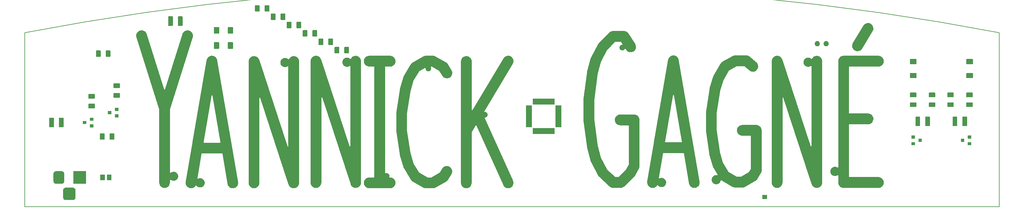
<source format=gbr>
%TF.GenerationSoftware,KiCad,Pcbnew,5.0.2-bee76a0~70~ubuntu18.04.1*%
%TF.CreationDate,2019-04-07T12:31:35-04:00*%
%TF.ProjectId,pcbnameplate,7063626e-616d-4657-906c-6174652e6b69,rev?*%
%TF.SameCoordinates,Original*%
%TF.FileFunction,Soldermask,Top*%
%TF.FilePolarity,Negative*%
%FSLAX46Y46*%
G04 Gerber Fmt 4.6, Leading zero omitted, Abs format (unit mm)*
G04 Created by KiCad (PCBNEW 5.0.2-bee76a0~70~ubuntu18.04.1) date Sun 07 Apr 2019 12:31:35 PM EDT*
%MOMM*%
%LPD*%
G01*
G04 APERTURE LIST*
%ADD10C,0.200000*%
%ADD11C,0.100000*%
G04 APERTURE END LIST*
D10*
X36677600Y-138734800D02*
X36677600Y-88734800D01*
X316677600Y-138734800D02*
X316677600Y-88734800D01*
X36677600Y-88734800D02*
G75*
G02X316677600Y-88734800I140000000J-730000000D01*
G01*
X36677600Y-138734800D02*
X316677600Y-138734800D01*
D11*
G36*
X50602766Y-133268495D02*
X50759858Y-133316148D01*
X50904630Y-133393531D01*
X51031528Y-133497672D01*
X51135669Y-133624570D01*
X51213052Y-133769342D01*
X51260705Y-133926434D01*
X51277400Y-134095940D01*
X51277400Y-136009660D01*
X51260705Y-136179166D01*
X51213052Y-136336258D01*
X51135669Y-136481030D01*
X51031528Y-136607928D01*
X50904630Y-136712069D01*
X50759858Y-136789452D01*
X50602766Y-136837105D01*
X50433260Y-136853800D01*
X48519540Y-136853800D01*
X48350034Y-136837105D01*
X48192942Y-136789452D01*
X48048170Y-136712069D01*
X47921272Y-136607928D01*
X47817131Y-136481030D01*
X47739748Y-136336258D01*
X47692095Y-136179166D01*
X47675400Y-136009660D01*
X47675400Y-134095940D01*
X47692095Y-133926434D01*
X47739748Y-133769342D01*
X47817131Y-133624570D01*
X47921272Y-133497672D01*
X48048170Y-133393531D01*
X48192942Y-133316148D01*
X48350034Y-133268495D01*
X48519540Y-133251800D01*
X50433260Y-133251800D01*
X50602766Y-133268495D01*
X50602766Y-133268495D01*
G37*
G36*
X249959600Y-136582600D02*
X248591600Y-136582600D01*
X248591600Y-135400600D01*
X249959600Y-135400600D01*
X249959600Y-136582600D01*
X249959600Y-136582600D01*
G37*
G36*
X141660894Y-95349350D02*
X141678431Y-95349472D01*
X141690375Y-95350182D01*
X141971968Y-95381768D01*
X141993779Y-95386404D01*
X142261163Y-95471223D01*
X142281655Y-95480006D01*
X142527474Y-95615146D01*
X142545852Y-95627730D01*
X142760762Y-95808061D01*
X142776355Y-95823983D01*
X142952122Y-96042594D01*
X142964333Y-96061255D01*
X143094292Y-96309842D01*
X143102647Y-96330521D01*
X143181848Y-96599624D01*
X143186022Y-96621507D01*
X143211447Y-96900889D01*
X143211292Y-96923175D01*
X143181970Y-97202158D01*
X143177490Y-97223985D01*
X143094536Y-97491966D01*
X143085898Y-97512513D01*
X142952471Y-97759280D01*
X142940015Y-97777749D01*
X142761199Y-97993899D01*
X142745391Y-98009597D01*
X142527995Y-98186902D01*
X142509430Y-98199236D01*
X142261752Y-98330929D01*
X142241138Y-98339426D01*
X141972587Y-98420506D01*
X141950728Y-98424834D01*
X141668514Y-98452506D01*
X141657341Y-98453052D01*
X140337252Y-98453052D01*
X140312866Y-98455454D01*
X140289417Y-98462567D01*
X140267806Y-98474118D01*
X140248864Y-98489664D01*
X140233318Y-98508606D01*
X140221767Y-98530217D01*
X140214654Y-98553666D01*
X140212252Y-98578052D01*
X140212252Y-129022817D01*
X140214654Y-129047203D01*
X140221767Y-129070652D01*
X140233318Y-129092263D01*
X140248864Y-129111205D01*
X140267806Y-129126751D01*
X140289417Y-129138302D01*
X140312866Y-129145415D01*
X140337252Y-129147817D01*
X140361638Y-129145415D01*
X140385088Y-129138302D01*
X140413686Y-129126456D01*
X140435115Y-129119956D01*
X140569571Y-129093211D01*
X140591851Y-129091017D01*
X140728949Y-129091017D01*
X140751229Y-129093211D01*
X140885685Y-129119956D01*
X140907114Y-129126456D01*
X141033774Y-129178921D01*
X141053516Y-129189474D01*
X141167506Y-129265639D01*
X141172278Y-129269555D01*
X141172279Y-129269556D01*
X141180045Y-129275929D01*
X141180048Y-129275932D01*
X141184822Y-129279850D01*
X141281750Y-129376778D01*
X141285668Y-129381552D01*
X141285671Y-129381555D01*
X141286787Y-129382915D01*
X141295961Y-129394094D01*
X141372126Y-129508084D01*
X141382679Y-129527826D01*
X141435144Y-129654486D01*
X141441644Y-129675915D01*
X141468389Y-129810371D01*
X141470583Y-129832651D01*
X141470583Y-129969749D01*
X141468389Y-129992029D01*
X141441644Y-130126485D01*
X141435144Y-130147914D01*
X141423298Y-130176512D01*
X141416185Y-130199961D01*
X141413783Y-130224348D01*
X141416185Y-130248734D01*
X141423298Y-130272183D01*
X141434849Y-130293794D01*
X141450394Y-130312736D01*
X141469337Y-130328282D01*
X141490947Y-130339833D01*
X141514396Y-130346946D01*
X141538783Y-130349348D01*
X141660302Y-130349348D01*
X141660894Y-130349350D01*
X141678431Y-130349472D01*
X141690375Y-130350182D01*
X141971968Y-130381768D01*
X141993779Y-130386404D01*
X142261163Y-130471223D01*
X142281655Y-130480006D01*
X142527474Y-130615146D01*
X142545852Y-130627730D01*
X142760762Y-130808061D01*
X142776355Y-130823983D01*
X142952122Y-131042594D01*
X142964333Y-131061255D01*
X143094292Y-131309842D01*
X143102647Y-131330521D01*
X143181848Y-131599624D01*
X143186022Y-131621507D01*
X143211447Y-131900889D01*
X143211292Y-131923175D01*
X143181970Y-132202158D01*
X143177490Y-132223985D01*
X143094536Y-132491966D01*
X143085898Y-132512513D01*
X142952471Y-132759280D01*
X142940015Y-132777749D01*
X142761199Y-132993899D01*
X142745391Y-133009597D01*
X142527995Y-133186902D01*
X142509430Y-133199236D01*
X142261752Y-133330929D01*
X142241138Y-133339426D01*
X141972587Y-133420506D01*
X141950728Y-133424834D01*
X141668514Y-133452506D01*
X141657341Y-133453052D01*
X135660498Y-133453052D01*
X135659906Y-133453050D01*
X135642369Y-133452928D01*
X135630425Y-133452218D01*
X135348832Y-133420632D01*
X135327021Y-133415996D01*
X135059637Y-133331177D01*
X135039145Y-133322394D01*
X134793326Y-133187254D01*
X134774948Y-133174670D01*
X134560038Y-132994339D01*
X134544445Y-132978417D01*
X134368678Y-132759806D01*
X134356467Y-132741145D01*
X134226508Y-132492558D01*
X134218153Y-132471879D01*
X134138952Y-132202776D01*
X134134778Y-132180893D01*
X134109353Y-131901511D01*
X134109508Y-131879225D01*
X134138830Y-131600242D01*
X134143310Y-131578415D01*
X134226264Y-131310434D01*
X134234902Y-131289887D01*
X134368329Y-131043120D01*
X134380785Y-131024651D01*
X134559601Y-130808501D01*
X134575409Y-130792803D01*
X134792805Y-130615498D01*
X134811370Y-130603164D01*
X135059048Y-130471471D01*
X135079662Y-130462974D01*
X135348213Y-130381894D01*
X135370072Y-130377566D01*
X135652286Y-130349894D01*
X135663459Y-130349348D01*
X136983548Y-130349348D01*
X137007934Y-130346946D01*
X137031383Y-130339833D01*
X137052994Y-130328282D01*
X137071936Y-130312736D01*
X137087482Y-130293794D01*
X137099033Y-130272183D01*
X137106146Y-130248734D01*
X137108548Y-130224348D01*
X137108548Y-98578052D01*
X137106146Y-98553666D01*
X137099033Y-98530217D01*
X137087482Y-98508606D01*
X137071936Y-98489664D01*
X137052994Y-98474118D01*
X137031383Y-98462567D01*
X137007934Y-98455454D01*
X136983548Y-98453052D01*
X135660498Y-98453052D01*
X135659906Y-98453050D01*
X135642369Y-98452928D01*
X135630425Y-98452218D01*
X135348832Y-98420632D01*
X135327021Y-98415996D01*
X135059637Y-98331177D01*
X135039145Y-98322394D01*
X134793326Y-98187254D01*
X134774948Y-98174670D01*
X134560038Y-97994339D01*
X134544445Y-97978417D01*
X134368678Y-97759806D01*
X134356467Y-97741145D01*
X134226508Y-97492558D01*
X134218153Y-97471879D01*
X134138952Y-97202776D01*
X134134778Y-97180893D01*
X134109353Y-96901511D01*
X134109508Y-96879225D01*
X134138830Y-96600242D01*
X134143310Y-96578415D01*
X134226264Y-96310434D01*
X134234902Y-96289887D01*
X134368329Y-96043120D01*
X134380785Y-96024651D01*
X134559601Y-95808501D01*
X134575409Y-95792803D01*
X134792805Y-95615498D01*
X134811370Y-95603164D01*
X135059048Y-95471471D01*
X135079662Y-95462974D01*
X135348213Y-95381894D01*
X135370072Y-95377566D01*
X135652286Y-95349894D01*
X135663459Y-95349348D01*
X141660302Y-95349348D01*
X141660894Y-95349350D01*
X141660894Y-95349350D01*
G37*
G36*
X153960894Y-95349350D02*
X153978431Y-95349472D01*
X153990375Y-95350182D01*
X154062160Y-95358234D01*
X154072738Y-95358968D01*
X154142093Y-95360831D01*
X154164209Y-95363601D01*
X154210835Y-95374141D01*
X154224462Y-95376439D01*
X154271978Y-95381769D01*
X154293771Y-95386402D01*
X154359906Y-95407380D01*
X154370137Y-95410154D01*
X154437816Y-95425455D01*
X154458989Y-95432473D01*
X154502677Y-95451868D01*
X154515600Y-95456770D01*
X154561165Y-95471224D01*
X154581656Y-95480007D01*
X154642456Y-95513432D01*
X154651955Y-95518141D01*
X154718152Y-95547529D01*
X154728139Y-95552561D01*
X157725367Y-97250990D01*
X157726105Y-97251411D01*
X157741105Y-97260050D01*
X157751150Y-97266557D01*
X157815036Y-97312870D01*
X157823027Y-97318206D01*
X157887836Y-97357974D01*
X157905611Y-97371433D01*
X157935818Y-97399341D01*
X157947278Y-97408734D01*
X157980578Y-97432873D01*
X157997261Y-97447653D01*
X158048997Y-97503403D01*
X158055797Y-97510188D01*
X158111652Y-97561792D01*
X158126472Y-97578447D01*
X158150680Y-97611686D01*
X158160098Y-97623126D01*
X158188072Y-97653270D01*
X158201570Y-97671013D01*
X158241492Y-97735749D01*
X158246843Y-97743724D01*
X158293416Y-97807674D01*
X158299543Y-97817013D01*
X159297916Y-99514248D01*
X159298386Y-99515053D01*
X159307025Y-99529977D01*
X159312476Y-99540644D01*
X159428022Y-99799370D01*
X159435082Y-99820514D01*
X159497546Y-100093997D01*
X159500364Y-100116100D01*
X159508517Y-100396508D01*
X159506989Y-100418740D01*
X159460523Y-100695384D01*
X159454704Y-100716899D01*
X159355385Y-100979258D01*
X159345500Y-100999229D01*
X159197120Y-101237294D01*
X159183538Y-101254972D01*
X158991742Y-101459684D01*
X158974988Y-101474385D01*
X158747093Y-101637936D01*
X158727790Y-101649109D01*
X158472466Y-101765282D01*
X158451371Y-101772490D01*
X158178332Y-101836861D01*
X158156247Y-101839833D01*
X157875902Y-101849944D01*
X157853664Y-101848570D01*
X157576691Y-101804036D01*
X157555140Y-101798369D01*
X157292101Y-101700887D01*
X157272055Y-101691139D01*
X157032964Y-101544426D01*
X157015186Y-101530964D01*
X156809149Y-101340609D01*
X156794332Y-101323959D01*
X156627378Y-101094716D01*
X156621256Y-101085387D01*
X155850581Y-99775238D01*
X155836146Y-99755436D01*
X155818126Y-99738831D01*
X155804466Y-99729862D01*
X153579942Y-98469299D01*
X153557541Y-98459366D01*
X153533633Y-98453994D01*
X153518315Y-98453052D01*
X153497361Y-98453052D01*
X153472975Y-98455454D01*
X153449526Y-98462567D01*
X153427915Y-98474118D01*
X153408973Y-98489664D01*
X153393427Y-98508606D01*
X153381876Y-98530217D01*
X153374763Y-98553666D01*
X153372361Y-98578052D01*
X153374763Y-98602438D01*
X153381876Y-98625888D01*
X153435144Y-98754486D01*
X153441644Y-98775915D01*
X153468389Y-98910371D01*
X153470583Y-98932651D01*
X153470583Y-99069749D01*
X153468389Y-99092029D01*
X153441644Y-99226485D01*
X153435144Y-99247914D01*
X153382679Y-99374574D01*
X153372126Y-99394316D01*
X153295961Y-99508306D01*
X153292045Y-99513078D01*
X153292044Y-99513079D01*
X153285671Y-99520845D01*
X153285668Y-99520848D01*
X153281750Y-99525622D01*
X153184822Y-99622550D01*
X153180048Y-99626468D01*
X153180045Y-99626471D01*
X153172279Y-99632844D01*
X153167506Y-99636761D01*
X153053516Y-99712926D01*
X153033774Y-99723479D01*
X152907114Y-99775944D01*
X152885685Y-99782444D01*
X152751229Y-99809189D01*
X152728949Y-99811383D01*
X152591851Y-99811383D01*
X152569571Y-99809189D01*
X152435115Y-99782444D01*
X152413686Y-99775944D01*
X152287026Y-99723479D01*
X152267284Y-99712926D01*
X152153294Y-99636761D01*
X152148521Y-99632844D01*
X152140755Y-99626471D01*
X152140752Y-99626468D01*
X152135978Y-99622550D01*
X152039050Y-99525622D01*
X152035132Y-99520848D01*
X152035129Y-99520845D01*
X152028756Y-99513079D01*
X152028755Y-99513078D01*
X152024839Y-99508306D01*
X151948674Y-99394316D01*
X151938121Y-99374574D01*
X151885656Y-99247914D01*
X151879156Y-99226485D01*
X151852411Y-99092029D01*
X151850217Y-99069749D01*
X151850217Y-98961837D01*
X151847815Y-98937451D01*
X151840702Y-98914002D01*
X151829151Y-98892391D01*
X151813605Y-98873449D01*
X151794663Y-98857903D01*
X151773052Y-98846352D01*
X151749603Y-98839239D01*
X151725217Y-98836837D01*
X151700831Y-98839239D01*
X151677382Y-98846352D01*
X151663590Y-98853084D01*
X150106079Y-99735673D01*
X150086047Y-99749786D01*
X150069153Y-99767535D01*
X150060806Y-99779638D01*
X148400642Y-102518911D01*
X148387621Y-102548428D01*
X147481339Y-105629782D01*
X147477671Y-105646327D01*
X146513663Y-112008783D01*
X146512252Y-112027509D01*
X146512252Y-116776751D01*
X146513621Y-116795203D01*
X147477138Y-123250767D01*
X147481141Y-123268566D01*
X148384299Y-126248990D01*
X148397027Y-126277527D01*
X150060806Y-129022762D01*
X150075500Y-129042372D01*
X150093737Y-129058739D01*
X150106079Y-129066727D01*
X152340858Y-130333101D01*
X152363259Y-130343034D01*
X152387167Y-130348406D01*
X152402485Y-130349348D01*
X153518315Y-130349348D01*
X153542701Y-130346946D01*
X153566150Y-130339833D01*
X153579942Y-130333101D01*
X155825404Y-129060673D01*
X155845436Y-129046560D01*
X155862330Y-129028811D01*
X155869777Y-129018170D01*
X156644432Y-127778721D01*
X156644710Y-127778280D01*
X156654096Y-127763493D01*
X156661028Y-127753742D01*
X156837058Y-127531691D01*
X156852543Y-127515659D01*
X157066187Y-127333867D01*
X157084490Y-127321148D01*
X157329372Y-127184318D01*
X157349804Y-127175394D01*
X157616603Y-127088734D01*
X157638372Y-127083951D01*
X157916920Y-127050763D01*
X157939205Y-127050298D01*
X158218899Y-127071844D01*
X158240851Y-127075717D01*
X158511028Y-127151179D01*
X158531806Y-127159241D01*
X158782187Y-127285747D01*
X158801002Y-127297690D01*
X159022042Y-127470420D01*
X159038177Y-127485788D01*
X159221461Y-127698163D01*
X159234303Y-127716373D01*
X159372845Y-127960303D01*
X159381907Y-127980663D01*
X159470429Y-128246850D01*
X159475364Y-128268584D01*
X159510497Y-128546897D01*
X159511117Y-128569179D01*
X159491523Y-128849017D01*
X159487804Y-128870994D01*
X159414230Y-129141690D01*
X159406313Y-129162527D01*
X159280199Y-129416521D01*
X159274749Y-129426269D01*
X158276474Y-131023508D01*
X158276019Y-131024231D01*
X158266703Y-131038909D01*
X158259776Y-131048655D01*
X158224726Y-131092868D01*
X158217210Y-131103430D01*
X158188458Y-131148630D01*
X158174718Y-131166177D01*
X158130793Y-131212205D01*
X158123269Y-131220849D01*
X158083738Y-131270714D01*
X158068259Y-131286740D01*
X158027462Y-131321454D01*
X158018038Y-131330356D01*
X157981050Y-131369115D01*
X157964163Y-131383660D01*
X157912124Y-131420287D01*
X157903063Y-131427307D01*
X157854609Y-131468536D01*
X157836317Y-131481247D01*
X157789546Y-131507380D01*
X157778571Y-131514283D01*
X157732265Y-131546875D01*
X157722835Y-131552845D01*
X154725558Y-133251302D01*
X154724912Y-133251665D01*
X154709737Y-133260125D01*
X154698981Y-133265403D01*
X154632578Y-133293780D01*
X154623014Y-133298356D01*
X154561749Y-133330931D01*
X154541143Y-133339424D01*
X154495378Y-133353242D01*
X154482391Y-133357961D01*
X154438430Y-133376747D01*
X154417171Y-133383465D01*
X154349290Y-133397818D01*
X154339020Y-133400449D01*
X154272586Y-133420506D01*
X154250727Y-133424835D01*
X154203147Y-133429500D01*
X154189487Y-133431607D01*
X154142723Y-133441494D01*
X154120567Y-133443956D01*
X154051190Y-133444850D01*
X154040603Y-133445437D01*
X153968513Y-133452506D01*
X153957341Y-133453052D01*
X151960498Y-133453052D01*
X151959906Y-133453050D01*
X151942369Y-133452928D01*
X151930425Y-133452218D01*
X151858640Y-133444166D01*
X151848062Y-133443432D01*
X151778707Y-133441569D01*
X151756591Y-133438799D01*
X151709965Y-133428259D01*
X151696338Y-133425961D01*
X151648822Y-133420631D01*
X151627029Y-133415998D01*
X151560894Y-133395020D01*
X151550663Y-133392246D01*
X151482984Y-133376945D01*
X151461811Y-133369927D01*
X151418123Y-133350532D01*
X151405200Y-133345630D01*
X151359635Y-133331176D01*
X151339144Y-133322393D01*
X151278344Y-133288968D01*
X151268845Y-133284259D01*
X151202648Y-133254871D01*
X151192661Y-133249839D01*
X148195433Y-131551410D01*
X148194695Y-131550989D01*
X148179695Y-131542350D01*
X148169650Y-131535843D01*
X148114663Y-131495981D01*
X148105267Y-131489795D01*
X148049375Y-131456502D01*
X148031428Y-131443280D01*
X147992676Y-131408410D01*
X147982431Y-131400125D01*
X147940224Y-131369528D01*
X147923544Y-131354751D01*
X147879289Y-131307062D01*
X147871276Y-131299170D01*
X147822898Y-131255638D01*
X147807866Y-131239188D01*
X147776624Y-131197454D01*
X147768185Y-131187338D01*
X147732721Y-131149122D01*
X147719235Y-131131393D01*
X147685082Y-131076011D01*
X147678754Y-131066713D01*
X147637918Y-131012162D01*
X147631683Y-131002925D01*
X145633260Y-127705528D01*
X145633028Y-127705143D01*
X145624015Y-127690035D01*
X145618436Y-127679462D01*
X145612542Y-127666716D01*
X145603132Y-127649905D01*
X145596927Y-127640587D01*
X145586439Y-127620910D01*
X145545989Y-127523055D01*
X145543926Y-127518340D01*
X145499497Y-127422268D01*
X145492160Y-127401219D01*
X145489524Y-127390339D01*
X145483557Y-127372017D01*
X145478107Y-127358832D01*
X145474355Y-127348331D01*
X144475309Y-124051479D01*
X144475096Y-124050766D01*
X144470129Y-124033956D01*
X144467342Y-124022308D01*
X144450974Y-123933634D01*
X144449291Y-123925896D01*
X144427286Y-123838219D01*
X144425099Y-123827263D01*
X143425583Y-117130501D01*
X143425436Y-117129495D01*
X143423012Y-117112438D01*
X143421948Y-117100504D01*
X143418598Y-117008639D01*
X143418084Y-117000997D01*
X143409094Y-116909314D01*
X143408548Y-116898141D01*
X143408548Y-111901200D01*
X143408549Y-111900838D01*
X143408672Y-111883170D01*
X143409382Y-111871225D01*
X143419835Y-111778033D01*
X143420441Y-111770676D01*
X143425387Y-111676806D01*
X143426518Y-111665704D01*
X144426000Y-105069120D01*
X144426145Y-105068182D01*
X144428886Y-105050906D01*
X144431376Y-105039206D01*
X144452491Y-104960488D01*
X144454549Y-104951505D01*
X144469844Y-104871251D01*
X144472470Y-104860386D01*
X145471607Y-101463320D01*
X145471710Y-101462975D01*
X145476814Y-101446058D01*
X145480864Y-101434800D01*
X145488962Y-101415527D01*
X145494785Y-101398229D01*
X145499285Y-101380725D01*
X145506915Y-101359784D01*
X145549737Y-101270481D01*
X145552267Y-101264852D01*
X145590626Y-101173553D01*
X145601221Y-101153949D01*
X145611320Y-101138971D01*
X145620388Y-101123140D01*
X145629520Y-101104096D01*
X145634843Y-101094260D01*
X147633260Y-97796873D01*
X147633580Y-97796350D01*
X147642708Y-97781523D01*
X147649511Y-97771668D01*
X147690961Y-97717880D01*
X147697418Y-97708671D01*
X147732340Y-97653772D01*
X147746077Y-97636228D01*
X147782071Y-97598510D01*
X147790651Y-97588514D01*
X147822476Y-97547217D01*
X147837736Y-97530978D01*
X147886697Y-97488143D01*
X147894820Y-97480364D01*
X147939750Y-97433284D01*
X147956633Y-97418743D01*
X147999273Y-97388732D01*
X148009634Y-97380591D01*
X148048871Y-97346264D01*
X148066982Y-97333307D01*
X148123340Y-97300793D01*
X148132820Y-97294739D01*
X148188529Y-97255530D01*
X148197975Y-97249549D01*
X151195242Y-95551098D01*
X151195888Y-95550735D01*
X151211063Y-95542275D01*
X151221819Y-95536997D01*
X151288222Y-95508620D01*
X151297786Y-95504044D01*
X151359051Y-95471469D01*
X151379657Y-95462976D01*
X151425422Y-95449158D01*
X151438409Y-95444439D01*
X151482370Y-95425653D01*
X151503629Y-95418935D01*
X151571510Y-95404582D01*
X151581780Y-95401951D01*
X151648214Y-95381894D01*
X151670073Y-95377565D01*
X151717653Y-95372900D01*
X151731313Y-95370793D01*
X151778077Y-95360906D01*
X151800233Y-95358444D01*
X151869610Y-95357550D01*
X151880197Y-95356963D01*
X151952287Y-95349894D01*
X151963459Y-95349348D01*
X153960302Y-95349348D01*
X153960894Y-95349350D01*
X153960894Y-95349350D01*
G37*
G36*
X175791060Y-95367399D02*
X175813064Y-95370869D01*
X176084580Y-95441411D01*
X176105506Y-95449095D01*
X176358137Y-95571025D01*
X176377169Y-95582626D01*
X176601306Y-95751302D01*
X176617723Y-95766379D01*
X176804837Y-95975389D01*
X176818008Y-95993360D01*
X176960958Y-96234728D01*
X176970394Y-96254932D01*
X177063737Y-96519458D01*
X177069067Y-96541096D01*
X177109254Y-96818730D01*
X177110279Y-96840993D01*
X177095775Y-97121141D01*
X177092456Y-97143183D01*
X177023815Y-97415172D01*
X177016277Y-97436151D01*
X176894806Y-97692388D01*
X176889533Y-97702237D01*
X168729852Y-111301705D01*
X168719365Y-111323852D01*
X168713400Y-111347619D01*
X168712187Y-111372093D01*
X168715771Y-111396334D01*
X168724016Y-111419410D01*
X168736604Y-111440433D01*
X168753052Y-111458597D01*
X168772727Y-111473204D01*
X168794874Y-111483691D01*
X168818641Y-111489656D01*
X168837039Y-111491017D01*
X168928949Y-111491017D01*
X168951229Y-111493211D01*
X169085685Y-111519956D01*
X169107114Y-111526456D01*
X169233774Y-111578921D01*
X169253516Y-111589474D01*
X169367506Y-111665639D01*
X169372278Y-111669555D01*
X169372279Y-111669556D01*
X169380045Y-111675929D01*
X169380048Y-111675932D01*
X169384822Y-111679850D01*
X169481750Y-111776778D01*
X169485668Y-111781552D01*
X169485671Y-111781555D01*
X169492044Y-111789321D01*
X169495961Y-111794094D01*
X169572126Y-111908084D01*
X169582679Y-111927826D01*
X169635144Y-112054486D01*
X169641644Y-112075915D01*
X169668389Y-112210371D01*
X169670583Y-112232651D01*
X169670583Y-112369749D01*
X169668389Y-112392029D01*
X169641644Y-112526485D01*
X169635144Y-112547914D01*
X169582679Y-112674574D01*
X169572126Y-112694316D01*
X169495961Y-112808306D01*
X169492045Y-112813078D01*
X169492044Y-112813079D01*
X169485671Y-112820845D01*
X169485668Y-112820848D01*
X169481750Y-112825622D01*
X169384822Y-112922550D01*
X169380048Y-112926468D01*
X169380045Y-112926471D01*
X169372279Y-112932844D01*
X169367506Y-112936761D01*
X169253516Y-113012926D01*
X169233774Y-113023479D01*
X169107114Y-113075944D01*
X169085687Y-113082443D01*
X168971751Y-113105107D01*
X168948302Y-113112220D01*
X168926691Y-113123771D01*
X168907749Y-113139317D01*
X168892204Y-113158259D01*
X168880653Y-113179870D01*
X168873540Y-113203319D01*
X168871138Y-113227705D01*
X168873540Y-113252092D01*
X168882148Y-113279001D01*
X176975458Y-131264134D01*
X176975807Y-131264916D01*
X176982856Y-131280876D01*
X176987103Y-131292040D01*
X177073863Y-131561816D01*
X177078580Y-131583584D01*
X177110959Y-131862240D01*
X177111358Y-131884525D01*
X177088996Y-132164150D01*
X177085060Y-132186087D01*
X177008806Y-132456058D01*
X177000688Y-132476804D01*
X176873456Y-132726811D01*
X176861457Y-132745593D01*
X176688083Y-132966131D01*
X176672664Y-132982227D01*
X176459760Y-133164886D01*
X176441518Y-133177673D01*
X176197184Y-133315504D01*
X176176794Y-133324508D01*
X175910349Y-133412254D01*
X175888601Y-133417126D01*
X175610183Y-133451448D01*
X175587909Y-133452004D01*
X175308128Y-133431594D01*
X175286156Y-133427810D01*
X175015674Y-133353447D01*
X174994865Y-133345471D01*
X174743973Y-133219985D01*
X174725107Y-133208118D01*
X174503368Y-133036291D01*
X174487170Y-133020989D01*
X174303024Y-132809361D01*
X174290106Y-132791202D01*
X174149055Y-132545190D01*
X174143978Y-132535236D01*
X166461724Y-115463561D01*
X166449527Y-115442309D01*
X166433417Y-115423844D01*
X166414015Y-115408877D01*
X166392066Y-115397982D01*
X166368413Y-115391579D01*
X166343965Y-115389914D01*
X166319662Y-115393050D01*
X166296438Y-115400867D01*
X166275186Y-115413064D01*
X166256721Y-115429174D01*
X166240547Y-115450545D01*
X165130065Y-117301349D01*
X165119578Y-117323496D01*
X165113613Y-117347263D01*
X165112252Y-117365661D01*
X165112252Y-131901200D01*
X165112251Y-131901562D01*
X165112128Y-131919231D01*
X165111418Y-131931175D01*
X165079832Y-132212768D01*
X165075196Y-132234579D01*
X164990377Y-132501963D01*
X164981594Y-132522455D01*
X164846454Y-132768274D01*
X164833870Y-132786652D01*
X164653539Y-133001562D01*
X164637617Y-133017155D01*
X164419006Y-133192922D01*
X164400345Y-133205133D01*
X164151758Y-133335092D01*
X164131079Y-133343447D01*
X163861976Y-133422648D01*
X163840093Y-133426822D01*
X163560711Y-133452247D01*
X163538425Y-133452092D01*
X163259442Y-133422770D01*
X163237615Y-133418290D01*
X162969634Y-133335336D01*
X162949087Y-133326698D01*
X162702320Y-133193271D01*
X162683851Y-133180815D01*
X162467701Y-133001999D01*
X162452003Y-132986191D01*
X162274698Y-132768795D01*
X162262364Y-132750230D01*
X162130671Y-132502552D01*
X162122174Y-132481938D01*
X162041094Y-132213387D01*
X162036766Y-132191528D01*
X162009094Y-131909314D01*
X162008548Y-131898141D01*
X162008548Y-97001200D01*
X162008549Y-97000838D01*
X162008672Y-96983169D01*
X162009382Y-96971225D01*
X162040968Y-96689632D01*
X162045604Y-96667821D01*
X162130423Y-96400437D01*
X162139206Y-96379945D01*
X162274346Y-96134126D01*
X162286930Y-96115748D01*
X162467261Y-95900838D01*
X162483183Y-95885245D01*
X162701794Y-95709478D01*
X162720455Y-95697267D01*
X162969042Y-95567308D01*
X162989721Y-95558953D01*
X163258824Y-95479752D01*
X163280707Y-95475578D01*
X163560089Y-95450153D01*
X163582375Y-95450308D01*
X163861358Y-95479630D01*
X163883185Y-95484110D01*
X164151166Y-95567064D01*
X164171713Y-95575702D01*
X164418480Y-95709129D01*
X164436949Y-95721585D01*
X164653099Y-95900401D01*
X164668797Y-95916209D01*
X164846102Y-96133605D01*
X164858436Y-96152170D01*
X164990129Y-96399848D01*
X164998626Y-96420462D01*
X165079706Y-96689013D01*
X165084034Y-96710872D01*
X165111706Y-96993086D01*
X165112252Y-97004259D01*
X165112252Y-110847232D01*
X165114654Y-110871618D01*
X165121767Y-110895067D01*
X165133318Y-110916678D01*
X165148864Y-110935620D01*
X165167806Y-110951166D01*
X165189417Y-110962717D01*
X165212866Y-110969830D01*
X165237252Y-110972232D01*
X165261638Y-110969830D01*
X165285087Y-110962717D01*
X165306698Y-110951166D01*
X165325640Y-110935620D01*
X165344439Y-110911544D01*
X174229699Y-96102778D01*
X174230009Y-96102266D01*
X174239080Y-96087383D01*
X174245836Y-96077503D01*
X174417801Y-95852286D01*
X174432995Y-95835973D01*
X174643292Y-95650334D01*
X174661358Y-95637287D01*
X174903725Y-95496021D01*
X174923987Y-95486729D01*
X175189165Y-95395234D01*
X175210840Y-95390055D01*
X175488745Y-95351807D01*
X175511012Y-95350938D01*
X175791060Y-95367399D01*
X175791060Y-95367399D01*
G37*
G36*
X113982375Y-95450308D02*
X114261358Y-95479630D01*
X114283185Y-95484110D01*
X114551166Y-95567064D01*
X114571713Y-95575702D01*
X114818480Y-95709129D01*
X114836949Y-95721585D01*
X115053099Y-95900401D01*
X115068797Y-95916209D01*
X115246102Y-96133605D01*
X115258436Y-96152170D01*
X115390129Y-96399848D01*
X115398626Y-96420462D01*
X115479706Y-96689013D01*
X115484034Y-96710872D01*
X115511706Y-96993086D01*
X115512252Y-97004259D01*
X115512252Y-131901200D01*
X115512251Y-131901562D01*
X115512128Y-131919231D01*
X115511418Y-131931175D01*
X115506670Y-131973504D01*
X115505896Y-131988506D01*
X115506236Y-132028252D01*
X115504249Y-132050462D01*
X115489862Y-132126530D01*
X115488463Y-132135826D01*
X115479832Y-132212772D01*
X115475197Y-132234575D01*
X115463178Y-132272461D01*
X115459503Y-132287030D01*
X115452114Y-132326100D01*
X115445857Y-132347483D01*
X115416964Y-132419319D01*
X115413786Y-132428168D01*
X115390377Y-132501964D01*
X115381596Y-132522450D01*
X115362441Y-132557293D01*
X115356008Y-132570869D01*
X115341178Y-132607741D01*
X115330883Y-132627509D01*
X115288587Y-132692366D01*
X115283752Y-132700428D01*
X115246453Y-132768274D01*
X115233861Y-132786665D01*
X115208306Y-132817120D01*
X115199360Y-132829186D01*
X115177648Y-132862479D01*
X115163707Y-132879873D01*
X115109628Y-132935269D01*
X115103317Y-132942240D01*
X115053544Y-133001557D01*
X115037623Y-133017148D01*
X115006635Y-133042063D01*
X114995514Y-133052163D01*
X114967747Y-133080606D01*
X114950692Y-133094963D01*
X114886876Y-133138806D01*
X114879333Y-133144417D01*
X114819007Y-133192920D01*
X114800351Y-133205128D01*
X114765125Y-133223544D01*
X114752254Y-133231292D01*
X114719481Y-133253808D01*
X114699978Y-133264569D01*
X114628857Y-133295182D01*
X114620365Y-133299223D01*
X114551749Y-133335096D01*
X114531083Y-133343445D01*
X114492939Y-133354672D01*
X114478811Y-133359771D01*
X114442303Y-133375486D01*
X114421068Y-133382259D01*
X114345374Y-133398472D01*
X114336263Y-133400785D01*
X114261980Y-133422647D01*
X114240092Y-133426822D01*
X114200495Y-133430426D01*
X114185645Y-133432684D01*
X114146766Y-133441012D01*
X114124626Y-133443530D01*
X114047198Y-133444732D01*
X114037809Y-133445231D01*
X113960712Y-133452247D01*
X113938426Y-133452092D01*
X113898903Y-133447938D01*
X113883898Y-133447268D01*
X113844140Y-133447885D01*
X113821915Y-133446053D01*
X113745744Y-133432196D01*
X113736437Y-133430862D01*
X113659443Y-133422770D01*
X113637615Y-133418290D01*
X113599626Y-133406530D01*
X113585035Y-133402958D01*
X113545925Y-133395843D01*
X113524498Y-133389736D01*
X113452471Y-133361348D01*
X113443600Y-133358232D01*
X113369632Y-133335335D01*
X113349088Y-133326699D01*
X113314120Y-133307792D01*
X113300501Y-133301454D01*
X113263513Y-133286876D01*
X113243671Y-133276718D01*
X113178522Y-133234877D01*
X113170428Y-133230099D01*
X113102327Y-133193276D01*
X113083850Y-133180813D01*
X113053222Y-133155475D01*
X113041091Y-133146611D01*
X113007638Y-133125127D01*
X112990151Y-133111311D01*
X112934369Y-133057611D01*
X112927356Y-133051350D01*
X112867705Y-133002002D01*
X112851998Y-132986185D01*
X112826872Y-132955377D01*
X112816694Y-132944326D01*
X112788052Y-132916754D01*
X112773587Y-132899812D01*
X112729295Y-132836296D01*
X112723631Y-132828792D01*
X112674699Y-132768796D01*
X112662364Y-132750231D01*
X112643698Y-132715126D01*
X112635863Y-132702312D01*
X112613126Y-132669706D01*
X112602222Y-132650268D01*
X112571113Y-132579365D01*
X112567015Y-132570904D01*
X112530665Y-132502538D01*
X112522174Y-132481940D01*
X112510681Y-132443875D01*
X112505485Y-132429785D01*
X112488284Y-132390579D01*
X112484306Y-132380155D01*
X104356074Y-107496359D01*
X104346218Y-107473924D01*
X104332176Y-107453843D01*
X104314485Y-107436887D01*
X104293827Y-107423708D01*
X104270994Y-107414812D01*
X104246865Y-107410542D01*
X104222366Y-107411062D01*
X104198439Y-107416350D01*
X104176004Y-107426206D01*
X104155923Y-107440248D01*
X104138967Y-107457939D01*
X104125788Y-107478597D01*
X104116892Y-107501430D01*
X104112252Y-107535172D01*
X104112252Y-131901200D01*
X104112251Y-131901562D01*
X104112128Y-131919231D01*
X104111418Y-131931175D01*
X104079832Y-132212768D01*
X104075196Y-132234579D01*
X103990377Y-132501963D01*
X103981594Y-132522455D01*
X103846454Y-132768274D01*
X103833870Y-132786652D01*
X103653539Y-133001562D01*
X103637617Y-133017155D01*
X103419006Y-133192922D01*
X103400345Y-133205133D01*
X103151758Y-133335092D01*
X103131079Y-133343447D01*
X102861976Y-133422648D01*
X102840093Y-133426822D01*
X102560711Y-133452247D01*
X102538425Y-133452092D01*
X102259442Y-133422770D01*
X102237615Y-133418290D01*
X101969634Y-133335336D01*
X101949087Y-133326698D01*
X101702320Y-133193271D01*
X101683851Y-133180815D01*
X101467701Y-133001999D01*
X101452003Y-132986191D01*
X101274698Y-132768795D01*
X101262364Y-132750230D01*
X101130671Y-132502552D01*
X101122174Y-132481938D01*
X101041094Y-132213387D01*
X101036766Y-132191528D01*
X101009094Y-131909314D01*
X101008548Y-131898141D01*
X101008548Y-97001200D01*
X101008549Y-97000838D01*
X101008672Y-96983169D01*
X101009382Y-96971225D01*
X101014130Y-96928896D01*
X101014904Y-96913894D01*
X101014564Y-96874148D01*
X101016551Y-96851938D01*
X101030938Y-96775870D01*
X101032337Y-96766574D01*
X101040968Y-96689628D01*
X101045603Y-96667825D01*
X101057622Y-96629939D01*
X101061297Y-96615370D01*
X101068686Y-96576300D01*
X101074943Y-96554917D01*
X101103836Y-96483081D01*
X101107014Y-96474232D01*
X101130423Y-96400436D01*
X101139204Y-96379950D01*
X101158359Y-96345107D01*
X101164792Y-96331531D01*
X101179622Y-96294659D01*
X101189917Y-96274891D01*
X101232213Y-96210034D01*
X101237048Y-96201972D01*
X101274347Y-96134126D01*
X101286939Y-96115735D01*
X101312494Y-96085280D01*
X101321440Y-96073214D01*
X101343152Y-96039921D01*
X101357093Y-96022527D01*
X101411172Y-95967131D01*
X101417483Y-95960160D01*
X101467256Y-95900843D01*
X101483177Y-95885252D01*
X101514165Y-95860337D01*
X101525286Y-95850237D01*
X101553053Y-95821794D01*
X101570108Y-95807437D01*
X101633924Y-95763594D01*
X101641467Y-95757983D01*
X101701793Y-95709480D01*
X101720449Y-95697272D01*
X101755675Y-95678856D01*
X101768546Y-95671108D01*
X101801319Y-95648592D01*
X101820822Y-95637831D01*
X101891943Y-95607218D01*
X101900435Y-95603177D01*
X101969051Y-95567304D01*
X101989717Y-95558955D01*
X102027861Y-95547728D01*
X102041989Y-95542629D01*
X102078497Y-95526914D01*
X102099732Y-95520141D01*
X102175426Y-95503928D01*
X102184537Y-95501615D01*
X102258820Y-95479753D01*
X102280708Y-95475578D01*
X102320305Y-95471974D01*
X102335155Y-95469716D01*
X102374034Y-95461388D01*
X102396174Y-95458870D01*
X102473602Y-95457668D01*
X102482991Y-95457169D01*
X102560088Y-95450153D01*
X102582374Y-95450308D01*
X102621897Y-95454462D01*
X102636902Y-95455132D01*
X102676660Y-95454515D01*
X102698885Y-95456347D01*
X102775056Y-95470204D01*
X102784363Y-95471538D01*
X102861357Y-95479630D01*
X102883185Y-95484110D01*
X102921174Y-95495870D01*
X102935765Y-95499442D01*
X102974875Y-95506557D01*
X102996302Y-95512664D01*
X103068329Y-95541052D01*
X103077200Y-95544168D01*
X103151168Y-95567065D01*
X103171712Y-95575701D01*
X103206680Y-95594608D01*
X103220299Y-95600946D01*
X103257287Y-95615524D01*
X103277129Y-95625682D01*
X103342278Y-95667523D01*
X103350372Y-95672301D01*
X103418473Y-95709124D01*
X103436950Y-95721587D01*
X103467578Y-95746925D01*
X103479709Y-95755789D01*
X103513162Y-95777273D01*
X103530649Y-95791089D01*
X103586431Y-95844789D01*
X103593444Y-95851050D01*
X103653095Y-95900398D01*
X103668802Y-95916215D01*
X103693928Y-95947023D01*
X103704106Y-95958074D01*
X103732745Y-95985644D01*
X103747213Y-96002589D01*
X103791498Y-96066095D01*
X103797162Y-96073599D01*
X103846105Y-96133609D01*
X103858433Y-96152164D01*
X103877101Y-96187272D01*
X103884936Y-96200085D01*
X103907672Y-96232690D01*
X103918578Y-96252133D01*
X103949687Y-96323035D01*
X103953785Y-96331496D01*
X103990134Y-96399859D01*
X103998622Y-96420453D01*
X104010114Y-96458514D01*
X104015311Y-96472605D01*
X104032520Y-96511830D01*
X104036491Y-96522233D01*
X112164726Y-121406041D01*
X112174582Y-121428476D01*
X112188624Y-121448557D01*
X112206315Y-121465513D01*
X112226973Y-121478692D01*
X112249806Y-121487588D01*
X112273935Y-121491858D01*
X112298434Y-121491338D01*
X112322361Y-121486050D01*
X112344796Y-121476194D01*
X112364877Y-121462152D01*
X112381833Y-121444461D01*
X112395012Y-121423803D01*
X112403908Y-121400970D01*
X112408548Y-121367228D01*
X112408548Y-98483949D01*
X112406146Y-98459563D01*
X112399033Y-98436114D01*
X112387482Y-98414503D01*
X112371936Y-98395561D01*
X112352994Y-98380015D01*
X112331383Y-98368464D01*
X112307934Y-98361351D01*
X112283548Y-98358949D01*
X112259162Y-98361351D01*
X112235713Y-98368464D01*
X112214101Y-98380015D01*
X112092978Y-98460947D01*
X112073246Y-98471494D01*
X111854577Y-98562069D01*
X111833156Y-98568568D01*
X111601020Y-98614743D01*
X111578744Y-98616937D01*
X111342056Y-98616937D01*
X111319780Y-98614743D01*
X111087644Y-98568568D01*
X111066223Y-98562069D01*
X110847554Y-98471494D01*
X110827822Y-98460947D01*
X110631016Y-98329445D01*
X110613710Y-98315242D01*
X110446358Y-98147890D01*
X110432155Y-98130584D01*
X110300653Y-97933778D01*
X110290106Y-97914046D01*
X110199531Y-97695377D01*
X110193032Y-97673956D01*
X110146857Y-97441820D01*
X110144663Y-97419544D01*
X110144663Y-97182856D01*
X110146857Y-97160580D01*
X110193032Y-96928444D01*
X110199531Y-96907023D01*
X110290106Y-96688354D01*
X110300653Y-96668622D01*
X110432155Y-96471816D01*
X110446358Y-96454510D01*
X110613710Y-96287158D01*
X110631016Y-96272955D01*
X110827822Y-96141453D01*
X110847554Y-96130906D01*
X111066223Y-96040331D01*
X111087644Y-96033832D01*
X111319780Y-95987657D01*
X111342056Y-95985463D01*
X111578744Y-95985463D01*
X111601020Y-95987657D01*
X111833156Y-96033832D01*
X111854577Y-96040331D01*
X112073246Y-96130906D01*
X112092978Y-96141453D01*
X112289784Y-96272955D01*
X112307090Y-96287158D01*
X112372059Y-96352127D01*
X112391001Y-96367673D01*
X112412612Y-96379224D01*
X112436061Y-96386337D01*
X112460447Y-96388739D01*
X112484833Y-96386337D01*
X112508282Y-96379224D01*
X112529893Y-96367673D01*
X112548835Y-96352127D01*
X112569985Y-96323958D01*
X112674346Y-96134126D01*
X112686930Y-96115748D01*
X112867261Y-95900838D01*
X112883183Y-95885245D01*
X113101794Y-95709478D01*
X113120455Y-95697267D01*
X113369042Y-95567308D01*
X113389721Y-95558953D01*
X113658824Y-95479752D01*
X113680707Y-95475578D01*
X113960089Y-95450153D01*
X113982375Y-95450308D01*
X113982375Y-95450308D01*
G37*
G36*
X90462225Y-95351815D02*
X90480216Y-95351941D01*
X90499944Y-95350656D01*
X90522217Y-95351384D01*
X90618727Y-95364043D01*
X90625116Y-95364715D01*
X90722164Y-95372400D01*
X90744095Y-95376317D01*
X90763124Y-95381676D01*
X90780753Y-95385295D01*
X90800363Y-95387867D01*
X90822066Y-95392906D01*
X90914270Y-95424067D01*
X90920408Y-95425967D01*
X91014115Y-95452355D01*
X91034876Y-95460461D01*
X91052510Y-95469418D01*
X91069097Y-95476390D01*
X91087818Y-95482717D01*
X91108146Y-95491884D01*
X91192529Y-95540352D01*
X91198179Y-95543407D01*
X91284989Y-95587501D01*
X91303786Y-95599489D01*
X91319336Y-95611694D01*
X91334256Y-95621759D01*
X91351393Y-95631602D01*
X91369544Y-95644536D01*
X91442919Y-95708481D01*
X91447866Y-95712574D01*
X91524452Y-95772686D01*
X91540555Y-95788089D01*
X91553441Y-95803085D01*
X91566121Y-95815853D01*
X91581021Y-95828838D01*
X91596317Y-95845054D01*
X91655887Y-95922053D01*
X91659947Y-95927032D01*
X91723382Y-96000854D01*
X91736189Y-96019094D01*
X91745913Y-96036301D01*
X91755871Y-96051288D01*
X91767964Y-96066919D01*
X91779825Y-96085806D01*
X91823313Y-96172924D01*
X91826329Y-96178595D01*
X91874207Y-96263314D01*
X91883229Y-96283699D01*
X91889426Y-96302468D01*
X91896284Y-96319107D01*
X91905108Y-96336784D01*
X91913073Y-96357611D01*
X91938801Y-96451478D01*
X91940658Y-96457628D01*
X91971180Y-96550067D01*
X91976070Y-96571819D01*
X91978503Y-96591432D01*
X91981999Y-96609089D01*
X91988031Y-96631096D01*
X91990456Y-96642008D01*
X97989870Y-131638587D01*
X97990048Y-131639646D01*
X97992865Y-131656792D01*
X97994183Y-131668681D01*
X98010630Y-131951557D01*
X98009745Y-131973837D01*
X97971323Y-132251716D01*
X97966131Y-132273388D01*
X97874470Y-132538502D01*
X97865162Y-132558766D01*
X97723750Y-132801031D01*
X97710687Y-132819095D01*
X97524907Y-133029284D01*
X97508590Y-133044462D01*
X97285529Y-133214560D01*
X97266564Y-133226286D01*
X97014711Y-133349817D01*
X96993840Y-133357632D01*
X96722777Y-133429895D01*
X96700796Y-133433505D01*
X96420854Y-133451744D01*
X96398582Y-133451016D01*
X96120454Y-133414536D01*
X96098735Y-133409493D01*
X95832978Y-133319681D01*
X95812654Y-133310517D01*
X95569413Y-133170802D01*
X95551252Y-133157861D01*
X95339778Y-132973561D01*
X95324488Y-132957350D01*
X95152832Y-132735475D01*
X95140977Y-132716596D01*
X95015689Y-132465612D01*
X95007726Y-132444788D01*
X94932766Y-132171297D01*
X94930346Y-132160401D01*
X93455465Y-123556932D01*
X93448977Y-123533302D01*
X93438004Y-123511392D01*
X93422967Y-123492043D01*
X93404445Y-123476000D01*
X93383149Y-123463879D01*
X93359897Y-123456145D01*
X93332262Y-123453052D01*
X87588538Y-123453052D01*
X87564152Y-123455454D01*
X87540703Y-123462567D01*
X87519092Y-123474118D01*
X87500150Y-123489664D01*
X87484604Y-123508606D01*
X87473053Y-123530217D01*
X87465335Y-123556932D01*
X86257283Y-130603899D01*
X86255530Y-130628340D01*
X86258579Y-130652654D01*
X86266313Y-130675906D01*
X86278434Y-130697202D01*
X86294477Y-130715724D01*
X86313826Y-130730761D01*
X86335736Y-130741734D01*
X86359366Y-130748222D01*
X86383807Y-130749975D01*
X86408121Y-130746926D01*
X86439410Y-130735259D01*
X86447554Y-130730906D01*
X86666223Y-130640331D01*
X86687644Y-130633832D01*
X86919780Y-130587657D01*
X86942056Y-130585463D01*
X87178744Y-130585463D01*
X87201020Y-130587657D01*
X87433156Y-130633832D01*
X87454577Y-130640331D01*
X87673246Y-130730906D01*
X87692978Y-130741453D01*
X87889784Y-130872955D01*
X87907090Y-130887158D01*
X88074442Y-131054510D01*
X88088645Y-131071816D01*
X88220147Y-131268622D01*
X88230694Y-131288354D01*
X88321269Y-131507023D01*
X88327768Y-131528444D01*
X88373943Y-131760580D01*
X88376137Y-131782856D01*
X88376137Y-132019544D01*
X88373943Y-132041820D01*
X88327768Y-132273956D01*
X88321269Y-132295377D01*
X88230694Y-132514046D01*
X88220147Y-132533778D01*
X88088645Y-132730584D01*
X88074442Y-132747890D01*
X87907090Y-132915242D01*
X87889784Y-132929445D01*
X87692978Y-133060947D01*
X87673246Y-133071494D01*
X87454577Y-133162069D01*
X87433156Y-133168568D01*
X87201020Y-133214743D01*
X87178744Y-133216937D01*
X86942056Y-133216937D01*
X86919780Y-133214743D01*
X86687644Y-133168568D01*
X86666223Y-133162069D01*
X86447554Y-133071494D01*
X86427822Y-133060947D01*
X86231016Y-132929445D01*
X86213710Y-132915242D01*
X86046358Y-132747890D01*
X86032155Y-132730584D01*
X86002356Y-132685987D01*
X85986810Y-132667045D01*
X85967868Y-132651500D01*
X85946257Y-132639949D01*
X85922808Y-132632836D01*
X85898422Y-132630434D01*
X85874035Y-132632836D01*
X85850586Y-132639949D01*
X85828975Y-132651500D01*
X85810033Y-132667046D01*
X85794488Y-132685988D01*
X85787372Y-132698050D01*
X85768310Y-132734939D01*
X85756193Y-132753649D01*
X85581457Y-132973105D01*
X85565939Y-132989104D01*
X85351914Y-133170434D01*
X85333576Y-133183118D01*
X85088401Y-133319426D01*
X85067963Y-133328300D01*
X84800965Y-133414397D01*
X84779192Y-133419133D01*
X84500574Y-133451727D01*
X84478288Y-133452145D01*
X84198645Y-133430001D01*
X84176692Y-133426080D01*
X83906683Y-133350044D01*
X83885914Y-133341935D01*
X83635816Y-133214901D01*
X83617019Y-133202913D01*
X83396346Y-133029711D01*
X83380244Y-133014309D01*
X83197416Y-132801545D01*
X83184614Y-132783310D01*
X83046594Y-132539088D01*
X83037571Y-132518699D01*
X82949621Y-132252334D01*
X82944730Y-132230580D01*
X82910191Y-131952197D01*
X82909618Y-131929913D01*
X82930031Y-131647056D01*
X82931375Y-131635992D01*
X84858841Y-120392438D01*
X84887087Y-120227669D01*
X88038502Y-120227669D01*
X88041551Y-120251983D01*
X88049285Y-120275235D01*
X88061406Y-120296531D01*
X88077449Y-120315053D01*
X88096798Y-120330090D01*
X88118708Y-120341063D01*
X88142338Y-120347551D01*
X88163458Y-120349348D01*
X92757342Y-120349348D01*
X92781728Y-120346946D01*
X92805177Y-120339833D01*
X92826788Y-120328282D01*
X92845730Y-120312736D01*
X92861276Y-120293794D01*
X92872827Y-120272183D01*
X92879940Y-120248734D01*
X92882342Y-120224348D01*
X92880545Y-120203228D01*
X90583603Y-106804403D01*
X90577115Y-106780773D01*
X90566142Y-106758863D01*
X90551105Y-106739514D01*
X90532583Y-106723471D01*
X90511287Y-106711350D01*
X90488035Y-106703616D01*
X90463721Y-106700567D01*
X90439280Y-106702320D01*
X90415650Y-106708808D01*
X90393740Y-106719781D01*
X90374391Y-106734818D01*
X90358348Y-106753340D01*
X90346227Y-106774636D01*
X90337197Y-106804403D01*
X88040255Y-120203228D01*
X88038502Y-120227669D01*
X84887087Y-120227669D01*
X88930861Y-96638992D01*
X88930923Y-96638638D01*
X88934029Y-96621249D01*
X88936751Y-96609574D01*
X88943027Y-96587868D01*
X88946767Y-96570273D01*
X88949475Y-96550690D01*
X88954668Y-96529015D01*
X88986481Y-96437003D01*
X88988424Y-96430879D01*
X89015460Y-96337377D01*
X89023712Y-96316672D01*
X89032781Y-96299122D01*
X89039872Y-96282578D01*
X89046331Y-96263894D01*
X89055638Y-96243634D01*
X89104719Y-96159549D01*
X89107814Y-96153920D01*
X89152498Y-96067449D01*
X89164604Y-96048756D01*
X89176917Y-96033291D01*
X89187085Y-96018442D01*
X89197055Y-96001361D01*
X89210111Y-95983306D01*
X89274582Y-95910365D01*
X89278712Y-95905443D01*
X89339343Y-95829295D01*
X89354858Y-95813298D01*
X89369945Y-95800517D01*
X89382805Y-95787924D01*
X89395892Y-95773117D01*
X89412205Y-95757944D01*
X89489606Y-95698921D01*
X89494612Y-95694895D01*
X89568891Y-95631963D01*
X89587216Y-95619287D01*
X89604498Y-95609679D01*
X89619555Y-95599826D01*
X89635283Y-95587832D01*
X89654230Y-95576118D01*
X89741620Y-95533254D01*
X89747313Y-95530278D01*
X89832397Y-95482975D01*
X89852850Y-95474093D01*
X89871660Y-95468028D01*
X89888348Y-95461286D01*
X89906087Y-95452585D01*
X89926961Y-95444769D01*
X90021013Y-95419695D01*
X90027175Y-95417881D01*
X90119827Y-95388005D01*
X90141612Y-95383266D01*
X90161247Y-95380969D01*
X90178923Y-95377597D01*
X90198016Y-95372507D01*
X90220015Y-95368893D01*
X90317137Y-95362565D01*
X90323533Y-95361983D01*
X90420226Y-95350672D01*
X90442514Y-95350254D01*
X90462225Y-95351815D01*
X90462225Y-95351815D01*
G37*
G36*
X281960894Y-95349350D02*
X281978431Y-95349472D01*
X281990375Y-95350182D01*
X282271968Y-95381768D01*
X282293779Y-95386404D01*
X282561163Y-95471223D01*
X282581655Y-95480006D01*
X282827474Y-95615146D01*
X282845852Y-95627730D01*
X283060762Y-95808061D01*
X283076355Y-95823983D01*
X283252122Y-96042594D01*
X283264333Y-96061255D01*
X283394292Y-96309842D01*
X283402647Y-96330521D01*
X283481848Y-96599624D01*
X283486022Y-96621507D01*
X283511447Y-96900889D01*
X283511292Y-96923175D01*
X283481970Y-97202158D01*
X283477490Y-97223985D01*
X283394536Y-97491966D01*
X283385898Y-97512513D01*
X283252471Y-97759280D01*
X283240015Y-97777749D01*
X283061199Y-97993899D01*
X283045391Y-98009597D01*
X282827995Y-98186902D01*
X282809430Y-98199236D01*
X282561752Y-98330929D01*
X282541138Y-98339426D01*
X282272587Y-98420506D01*
X282250728Y-98424834D01*
X281968514Y-98452506D01*
X281957341Y-98453052D01*
X273637252Y-98453052D01*
X273612866Y-98455454D01*
X273589417Y-98462567D01*
X273567806Y-98474118D01*
X273548864Y-98489664D01*
X273533318Y-98508606D01*
X273521767Y-98530217D01*
X273514654Y-98553666D01*
X273512252Y-98578052D01*
X273512252Y-111824348D01*
X273514654Y-111848734D01*
X273521767Y-111872183D01*
X273533318Y-111893794D01*
X273548864Y-111912736D01*
X273567806Y-111928282D01*
X273589417Y-111939833D01*
X273612866Y-111946946D01*
X273637252Y-111949348D01*
X278960302Y-111949348D01*
X278960894Y-111949350D01*
X278978431Y-111949472D01*
X278990375Y-111950182D01*
X279271968Y-111981768D01*
X279293779Y-111986404D01*
X279561163Y-112071223D01*
X279581655Y-112080006D01*
X279827474Y-112215146D01*
X279845852Y-112227730D01*
X280060762Y-112408061D01*
X280076355Y-112423983D01*
X280252122Y-112642594D01*
X280264333Y-112661255D01*
X280394292Y-112909842D01*
X280402647Y-112930521D01*
X280481848Y-113199624D01*
X280486022Y-113221507D01*
X280511447Y-113500889D01*
X280511292Y-113523175D01*
X280481970Y-113802158D01*
X280477490Y-113823985D01*
X280394536Y-114091966D01*
X280385898Y-114112513D01*
X280252471Y-114359280D01*
X280240015Y-114377749D01*
X280061199Y-114593899D01*
X280045391Y-114609597D01*
X279827995Y-114786902D01*
X279809430Y-114799236D01*
X279561752Y-114930929D01*
X279541138Y-114939426D01*
X279272587Y-115020506D01*
X279250728Y-115024834D01*
X278968514Y-115052506D01*
X278957341Y-115053052D01*
X273637252Y-115053052D01*
X273612866Y-115055454D01*
X273589417Y-115062567D01*
X273567806Y-115074118D01*
X273548864Y-115089664D01*
X273533318Y-115108606D01*
X273521767Y-115130217D01*
X273514654Y-115153666D01*
X273512252Y-115178052D01*
X273512252Y-130124348D01*
X273514654Y-130148734D01*
X273521767Y-130172183D01*
X273533318Y-130193794D01*
X273548864Y-130212736D01*
X273567806Y-130228282D01*
X273589417Y-130239833D01*
X273612866Y-130246946D01*
X273637252Y-130249348D01*
X281960302Y-130249348D01*
X281960894Y-130249350D01*
X281978431Y-130249472D01*
X281990375Y-130250182D01*
X282271968Y-130281768D01*
X282293779Y-130286404D01*
X282561163Y-130371223D01*
X282581655Y-130380006D01*
X282827474Y-130515146D01*
X282845852Y-130527730D01*
X283060762Y-130708061D01*
X283076355Y-130723983D01*
X283252122Y-130942594D01*
X283264333Y-130961255D01*
X283394292Y-131209842D01*
X283402647Y-131230521D01*
X283481848Y-131499624D01*
X283486022Y-131521507D01*
X283511447Y-131800889D01*
X283511292Y-131823175D01*
X283481970Y-132102158D01*
X283477490Y-132123985D01*
X283394536Y-132391966D01*
X283385898Y-132412513D01*
X283252471Y-132659280D01*
X283240015Y-132677749D01*
X283061199Y-132893899D01*
X283045391Y-132909597D01*
X282827995Y-133086902D01*
X282809430Y-133099236D01*
X282561752Y-133230929D01*
X282541138Y-133239426D01*
X282272587Y-133320506D01*
X282250728Y-133324834D01*
X281968514Y-133352506D01*
X281957341Y-133353052D01*
X271960502Y-133353052D01*
X271959903Y-133353050D01*
X271958234Y-133353038D01*
X271952151Y-133352391D01*
X271949940Y-133352376D01*
X271949941Y-133352172D01*
X271949364Y-133352167D01*
X271949207Y-133352181D01*
X271949206Y-133352370D01*
X271947263Y-133352357D01*
X271941506Y-133352876D01*
X271930427Y-133352218D01*
X271793926Y-133336907D01*
X271793058Y-133336813D01*
X271659445Y-133322770D01*
X271654826Y-133321822D01*
X271653262Y-133321574D01*
X271643674Y-133319536D01*
X271642806Y-133319354D01*
X271633166Y-133317376D01*
X271631638Y-133316978D01*
X271627026Y-133315998D01*
X271498861Y-133275341D01*
X271498028Y-133275080D01*
X271369629Y-133235334D01*
X271365289Y-133233510D01*
X271363811Y-133232966D01*
X271354753Y-133229084D01*
X271353959Y-133228747D01*
X271344904Y-133224940D01*
X271343482Y-133224253D01*
X271339145Y-133222394D01*
X271221201Y-133157554D01*
X271220435Y-133157136D01*
X271102331Y-133093277D01*
X271098432Y-133090647D01*
X271097084Y-133089825D01*
X271088910Y-133084228D01*
X271088193Y-133083741D01*
X271080066Y-133078259D01*
X271078816Y-133077317D01*
X271074931Y-133074657D01*
X270971863Y-132988172D01*
X270971191Y-132987612D01*
X270867704Y-132902001D01*
X270864382Y-132898656D01*
X270863197Y-132897566D01*
X270856289Y-132890512D01*
X270855676Y-132889890D01*
X270848799Y-132882965D01*
X270847754Y-132881796D01*
X270844457Y-132878429D01*
X270760250Y-132773697D01*
X270759701Y-132773020D01*
X270674703Y-132668802D01*
X270672084Y-132664860D01*
X270671136Y-132663565D01*
X270665791Y-132655396D01*
X270665302Y-132654654D01*
X270659870Y-132646480D01*
X270659057Y-132645105D01*
X270656475Y-132641159D01*
X270594213Y-132522062D01*
X270593805Y-132521290D01*
X270530672Y-132402555D01*
X270528872Y-132398188D01*
X270528194Y-132396735D01*
X270524513Y-132387624D01*
X270524185Y-132386818D01*
X270520443Y-132377740D01*
X270519921Y-132376256D01*
X270518155Y-132371884D01*
X270480188Y-132242886D01*
X270479939Y-132242050D01*
X270441097Y-132113398D01*
X270440181Y-132108771D01*
X270439810Y-132107263D01*
X270437978Y-132097659D01*
X270437813Y-132096813D01*
X270435884Y-132087068D01*
X270435658Y-132085499D01*
X270434777Y-132080881D01*
X270422599Y-131947071D01*
X270422516Y-131946203D01*
X270409094Y-131809315D01*
X270408548Y-131798141D01*
X270408548Y-129783949D01*
X270406146Y-129759563D01*
X270399033Y-129736114D01*
X270387482Y-129714503D01*
X270371936Y-129695561D01*
X270352994Y-129680015D01*
X270331383Y-129668464D01*
X270307934Y-129661351D01*
X270283548Y-129658949D01*
X270259162Y-129661351D01*
X270235713Y-129668464D01*
X270214101Y-129680015D01*
X270092978Y-129760947D01*
X270073246Y-129771494D01*
X269854577Y-129862069D01*
X269833156Y-129868568D01*
X269601020Y-129914743D01*
X269578744Y-129916937D01*
X269342056Y-129916937D01*
X269319780Y-129914743D01*
X269087644Y-129868568D01*
X269066223Y-129862069D01*
X268847554Y-129771494D01*
X268827822Y-129760947D01*
X268631016Y-129629445D01*
X268613710Y-129615242D01*
X268446358Y-129447890D01*
X268432155Y-129430584D01*
X268300653Y-129233778D01*
X268290106Y-129214046D01*
X268199531Y-128995377D01*
X268193032Y-128973956D01*
X268146857Y-128741820D01*
X268144663Y-128719544D01*
X268144663Y-128482856D01*
X268146857Y-128460580D01*
X268193032Y-128228444D01*
X268199531Y-128207023D01*
X268290106Y-127988354D01*
X268300653Y-127968622D01*
X268432155Y-127771816D01*
X268446358Y-127754510D01*
X268613710Y-127587158D01*
X268631016Y-127572955D01*
X268827822Y-127441453D01*
X268847554Y-127430906D01*
X269066223Y-127340331D01*
X269087644Y-127333832D01*
X269319780Y-127287657D01*
X269342056Y-127285463D01*
X269578744Y-127285463D01*
X269601020Y-127287657D01*
X269833156Y-127333832D01*
X269854577Y-127340331D01*
X270073246Y-127430906D01*
X270092978Y-127441453D01*
X270214101Y-127522385D01*
X270235712Y-127533936D01*
X270259161Y-127541049D01*
X270283548Y-127543451D01*
X270307934Y-127541049D01*
X270331383Y-127533936D01*
X270352994Y-127522385D01*
X270371936Y-127506840D01*
X270387482Y-127487898D01*
X270399033Y-127466287D01*
X270406146Y-127442838D01*
X270408548Y-127418451D01*
X270408548Y-96901200D01*
X270408550Y-96900703D01*
X270408562Y-96899034D01*
X270409209Y-96892951D01*
X270409224Y-96890740D01*
X270409428Y-96890741D01*
X270409433Y-96890164D01*
X270409419Y-96890007D01*
X270409230Y-96890006D01*
X270409243Y-96888063D01*
X270408724Y-96882306D01*
X270409382Y-96871227D01*
X270424693Y-96734726D01*
X270424787Y-96733858D01*
X270438830Y-96600245D01*
X270439778Y-96595626D01*
X270440026Y-96594062D01*
X270442064Y-96584474D01*
X270442246Y-96583606D01*
X270444224Y-96573966D01*
X270444622Y-96572438D01*
X270445602Y-96567826D01*
X270486259Y-96439661D01*
X270486520Y-96438828D01*
X270526266Y-96310429D01*
X270528090Y-96306089D01*
X270528634Y-96304611D01*
X270532516Y-96295553D01*
X270532853Y-96294759D01*
X270536660Y-96285704D01*
X270537347Y-96284282D01*
X270539206Y-96279945D01*
X270604046Y-96162001D01*
X270604464Y-96161235D01*
X270668323Y-96043131D01*
X270670953Y-96039232D01*
X270671775Y-96037884D01*
X270677372Y-96029710D01*
X270677859Y-96028993D01*
X270683341Y-96020866D01*
X270684283Y-96019616D01*
X270686943Y-96015731D01*
X270773428Y-95912663D01*
X270773988Y-95911991D01*
X270859599Y-95808504D01*
X270862944Y-95805182D01*
X270864034Y-95803997D01*
X270871088Y-95797089D01*
X270871710Y-95796476D01*
X270878635Y-95789599D01*
X270879804Y-95788554D01*
X270883171Y-95785257D01*
X270987903Y-95701050D01*
X270988580Y-95700501D01*
X271092798Y-95615503D01*
X271096740Y-95612884D01*
X271098035Y-95611936D01*
X271106204Y-95606591D01*
X271106946Y-95606102D01*
X271115120Y-95600670D01*
X271116495Y-95599857D01*
X271120441Y-95597275D01*
X271239538Y-95535013D01*
X271240310Y-95534605D01*
X271359045Y-95471472D01*
X271363412Y-95469672D01*
X271364865Y-95468994D01*
X271373976Y-95465313D01*
X271374782Y-95464985D01*
X271383860Y-95461243D01*
X271385344Y-95460721D01*
X271389716Y-95458955D01*
X271518714Y-95420988D01*
X271519550Y-95420739D01*
X271648202Y-95381897D01*
X271652829Y-95380981D01*
X271654337Y-95380610D01*
X271663941Y-95378778D01*
X271664787Y-95378613D01*
X271674532Y-95376684D01*
X271676101Y-95376458D01*
X271680719Y-95375577D01*
X271814529Y-95363399D01*
X271815397Y-95363316D01*
X271952285Y-95349894D01*
X271963459Y-95349348D01*
X281960302Y-95349348D01*
X281960894Y-95349350D01*
X281960894Y-95349350D01*
G37*
G36*
X208760894Y-88249350D02*
X208778432Y-88249472D01*
X208790376Y-88250182D01*
X208820438Y-88253554D01*
X208842977Y-88254036D01*
X208893985Y-88250516D01*
X208916268Y-88251159D01*
X209194545Y-88286573D01*
X209216278Y-88291532D01*
X209482372Y-88380320D01*
X209502735Y-88389408D01*
X209746511Y-88528188D01*
X209764708Y-88541050D01*
X209976900Y-88724549D01*
X209992256Y-88740704D01*
X210166635Y-88964322D01*
X210173073Y-88973465D01*
X212071305Y-91970673D01*
X212071871Y-91971574D01*
X212080968Y-91986163D01*
X212086770Y-91996652D01*
X212210753Y-92251449D01*
X212218502Y-92272346D01*
X212289912Y-92543627D01*
X212293455Y-92565632D01*
X212310812Y-92845608D01*
X212310014Y-92867888D01*
X212272657Y-93145909D01*
X212267546Y-93167611D01*
X212176901Y-93433080D01*
X212167677Y-93453365D01*
X212027192Y-93696179D01*
X212014202Y-93714289D01*
X211829233Y-93925185D01*
X211812964Y-93940435D01*
X211590560Y-94111384D01*
X211571649Y-94123177D01*
X211320261Y-94247681D01*
X211299422Y-94255575D01*
X211028649Y-94328876D01*
X211006665Y-94332573D01*
X210726814Y-94351883D01*
X210704532Y-94351240D01*
X210426253Y-94315827D01*
X210404522Y-94310869D01*
X210138428Y-94222080D01*
X210118065Y-94212992D01*
X209874289Y-94074212D01*
X209856092Y-94061350D01*
X209643900Y-93877851D01*
X209628544Y-93861696D01*
X209454165Y-93638078D01*
X209447721Y-93628926D01*
X209290773Y-93381113D01*
X209275696Y-93361796D01*
X209257141Y-93345791D01*
X209235819Y-93333715D01*
X209212551Y-93326029D01*
X209188231Y-93323031D01*
X209163793Y-93324836D01*
X209140177Y-93331373D01*
X209118290Y-93342392D01*
X209098973Y-93357469D01*
X209082968Y-93376024D01*
X209074933Y-93389065D01*
X209072126Y-93394316D01*
X208995961Y-93508306D01*
X208992045Y-93513078D01*
X208992044Y-93513079D01*
X208985671Y-93520845D01*
X208985668Y-93520848D01*
X208981750Y-93525622D01*
X208884822Y-93622550D01*
X208880048Y-93626468D01*
X208880045Y-93626471D01*
X208872279Y-93632844D01*
X208867506Y-93636761D01*
X208753516Y-93712926D01*
X208733774Y-93723479D01*
X208607114Y-93775944D01*
X208585685Y-93782444D01*
X208451229Y-93809189D01*
X208428949Y-93811383D01*
X208291851Y-93811383D01*
X208269571Y-93809189D01*
X208135115Y-93782444D01*
X208113686Y-93775944D01*
X207987026Y-93723479D01*
X207967284Y-93712926D01*
X207853294Y-93636761D01*
X207848521Y-93632844D01*
X207840755Y-93626471D01*
X207840752Y-93626468D01*
X207835978Y-93622550D01*
X207739050Y-93525622D01*
X207735132Y-93520848D01*
X207735129Y-93520845D01*
X207728756Y-93513079D01*
X207728755Y-93513078D01*
X207724839Y-93508306D01*
X207648674Y-93394316D01*
X207638121Y-93374574D01*
X207585656Y-93247914D01*
X207579156Y-93226485D01*
X207552411Y-93092029D01*
X207550217Y-93069749D01*
X207550217Y-92932651D01*
X207552411Y-92910371D01*
X207579156Y-92775915D01*
X207585656Y-92754486D01*
X207638121Y-92627826D01*
X207648674Y-92608084D01*
X207724839Y-92494094D01*
X207728756Y-92489321D01*
X207735129Y-92481555D01*
X207735132Y-92481552D01*
X207739050Y-92476778D01*
X207835978Y-92379850D01*
X207840752Y-92375932D01*
X207840755Y-92375929D01*
X207848521Y-92369556D01*
X207848522Y-92369555D01*
X207853294Y-92365639D01*
X207967284Y-92289474D01*
X207987026Y-92278921D01*
X208113686Y-92226456D01*
X208135115Y-92219956D01*
X208269571Y-92193211D01*
X208291851Y-92191017D01*
X208309919Y-92191017D01*
X208334305Y-92188615D01*
X208357754Y-92181502D01*
X208379365Y-92169951D01*
X208398307Y-92154405D01*
X208413853Y-92135463D01*
X208425404Y-92113852D01*
X208432517Y-92090403D01*
X208434919Y-92066017D01*
X208432517Y-92041631D01*
X208425404Y-92018182D01*
X208415521Y-91999135D01*
X208043143Y-91411170D01*
X208028066Y-91391854D01*
X208009510Y-91375849D01*
X207988189Y-91363773D01*
X207964921Y-91356087D01*
X207937541Y-91353052D01*
X206371681Y-91353052D01*
X206347295Y-91355454D01*
X206323846Y-91362567D01*
X206302235Y-91374118D01*
X206281807Y-91391174D01*
X204042761Y-93707429D01*
X204022020Y-93736089D01*
X202222748Y-97154707D01*
X202212479Y-97181113D01*
X201288183Y-100693436D01*
X201285135Y-100708941D01*
X200313320Y-108094738D01*
X200312252Y-108111045D01*
X200312252Y-113689899D01*
X200313349Y-113706419D01*
X201285499Y-120997547D01*
X201288319Y-121012074D01*
X202214781Y-124625274D01*
X202225249Y-124652445D01*
X204001453Y-128027233D01*
X204014936Y-128047695D01*
X204026778Y-128060397D01*
X206336063Y-130215730D01*
X206355530Y-130230613D01*
X206377526Y-130241413D01*
X206401206Y-130247714D01*
X206421353Y-130249348D01*
X207182994Y-130249348D01*
X207207380Y-130246946D01*
X207230829Y-130239833D01*
X207252440Y-130228282D01*
X207269818Y-130214273D01*
X209488766Y-128071841D01*
X209504642Y-128053175D01*
X209512557Y-128040134D01*
X210194163Y-126745083D01*
X210203395Y-126722385D01*
X210208548Y-126686865D01*
X210208548Y-115478052D01*
X210206146Y-115453666D01*
X210199033Y-115430217D01*
X210187482Y-115408606D01*
X210171936Y-115389664D01*
X210152994Y-115374118D01*
X210131383Y-115362567D01*
X210107934Y-115355454D01*
X210083548Y-115353052D01*
X207760498Y-115353052D01*
X207759906Y-115353050D01*
X207742369Y-115352928D01*
X207730425Y-115352218D01*
X207448832Y-115320632D01*
X207427021Y-115315996D01*
X207159637Y-115231177D01*
X207139145Y-115222394D01*
X206893326Y-115087254D01*
X206874948Y-115074670D01*
X206660038Y-114894339D01*
X206644445Y-114878417D01*
X206468678Y-114659806D01*
X206456467Y-114641145D01*
X206326508Y-114392558D01*
X206318153Y-114371879D01*
X206238952Y-114102776D01*
X206234778Y-114080893D01*
X206209353Y-113801511D01*
X206209508Y-113779225D01*
X206238830Y-113500242D01*
X206243310Y-113478415D01*
X206326264Y-113210434D01*
X206334902Y-113189887D01*
X206468329Y-112943120D01*
X206480785Y-112924651D01*
X206659601Y-112708501D01*
X206675409Y-112692803D01*
X206892805Y-112515498D01*
X206911370Y-112503164D01*
X207159048Y-112371471D01*
X207179662Y-112362974D01*
X207448213Y-112281894D01*
X207470072Y-112277566D01*
X207752286Y-112249894D01*
X207763459Y-112249348D01*
X211760298Y-112249348D01*
X211760897Y-112249350D01*
X211762566Y-112249362D01*
X211768649Y-112250009D01*
X211770860Y-112250024D01*
X211770859Y-112250228D01*
X211771436Y-112250233D01*
X211771593Y-112250219D01*
X211771594Y-112250030D01*
X211773537Y-112250043D01*
X211779294Y-112249524D01*
X211790373Y-112250182D01*
X211926874Y-112265493D01*
X211927742Y-112265587D01*
X212061355Y-112279630D01*
X212065974Y-112280578D01*
X212067538Y-112280826D01*
X212077126Y-112282864D01*
X212077994Y-112283046D01*
X212087634Y-112285024D01*
X212089162Y-112285422D01*
X212093774Y-112286402D01*
X212221939Y-112327059D01*
X212222772Y-112327320D01*
X212351171Y-112367066D01*
X212355511Y-112368890D01*
X212356989Y-112369434D01*
X212366047Y-112373316D01*
X212366841Y-112373653D01*
X212375896Y-112377460D01*
X212377318Y-112378147D01*
X212381655Y-112380006D01*
X212499599Y-112444846D01*
X212500365Y-112445264D01*
X212618469Y-112509123D01*
X212622368Y-112511753D01*
X212623716Y-112512575D01*
X212631890Y-112518172D01*
X212632607Y-112518659D01*
X212640734Y-112524141D01*
X212641984Y-112525083D01*
X212645869Y-112527743D01*
X212748937Y-112614228D01*
X212749609Y-112614788D01*
X212853096Y-112700399D01*
X212856418Y-112703744D01*
X212857603Y-112704834D01*
X212864511Y-112711888D01*
X212865124Y-112712510D01*
X212872001Y-112719435D01*
X212873046Y-112720604D01*
X212876343Y-112723971D01*
X212960550Y-112828703D01*
X212961099Y-112829380D01*
X213046097Y-112933598D01*
X213048716Y-112937540D01*
X213049664Y-112938835D01*
X213055009Y-112947004D01*
X213055498Y-112947746D01*
X213060930Y-112955920D01*
X213061743Y-112957295D01*
X213064325Y-112961241D01*
X213126587Y-113080338D01*
X213126995Y-113081110D01*
X213190128Y-113199845D01*
X213191928Y-113204212D01*
X213192606Y-113205665D01*
X213196287Y-113214776D01*
X213196615Y-113215582D01*
X213200357Y-113224660D01*
X213200879Y-113226144D01*
X213202645Y-113230516D01*
X213240612Y-113359514D01*
X213240861Y-113360350D01*
X213279703Y-113489002D01*
X213280619Y-113493629D01*
X213280990Y-113495137D01*
X213282822Y-113504741D01*
X213282987Y-113505587D01*
X213284916Y-113515332D01*
X213285142Y-113516901D01*
X213286023Y-113521519D01*
X213298201Y-113655329D01*
X213298284Y-113656197D01*
X213311706Y-113793085D01*
X213312252Y-113804259D01*
X213312252Y-127101200D01*
X213312251Y-127101562D01*
X213312128Y-127119231D01*
X213311418Y-127131173D01*
X213306265Y-127177112D01*
X213305487Y-127191575D01*
X213305670Y-127234948D01*
X213303589Y-127257138D01*
X213289559Y-127329596D01*
X213288059Y-127339424D01*
X213279831Y-127412779D01*
X213275199Y-127434572D01*
X213262081Y-127475922D01*
X213258508Y-127489959D01*
X213250262Y-127532551D01*
X213243912Y-127553906D01*
X213216073Y-127622264D01*
X213212692Y-127631615D01*
X213190377Y-127701963D01*
X213181594Y-127722453D01*
X213160698Y-127760463D01*
X213154468Y-127773536D01*
X213136953Y-127816543D01*
X213132237Y-127826678D01*
X212133730Y-129723840D01*
X212133492Y-129724289D01*
X212125151Y-129739871D01*
X212118965Y-129750104D01*
X212079165Y-129808758D01*
X212073491Y-129817952D01*
X212040293Y-129877340D01*
X212027569Y-129895644D01*
X211995709Y-129933073D01*
X211987458Y-129943912D01*
X211959857Y-129984589D01*
X211945613Y-130001710D01*
X211897198Y-130049523D01*
X211889847Y-130057440D01*
X211843762Y-130111580D01*
X211836106Y-130119731D01*
X208938556Y-132917365D01*
X208937791Y-132918099D01*
X208925254Y-132930036D01*
X208916160Y-132937830D01*
X208691646Y-133110696D01*
X208672743Y-133122505D01*
X208421456Y-133247218D01*
X208400632Y-133255126D01*
X208129907Y-133328654D01*
X208107936Y-133332368D01*
X207828097Y-133351911D01*
X207799704Y-133351116D01*
X207799692Y-133351545D01*
X207780985Y-133351282D01*
X207768505Y-133352506D01*
X207757341Y-133353052D01*
X205760498Y-133353052D01*
X205759906Y-133353050D01*
X205742369Y-133352928D01*
X205730427Y-133352218D01*
X205625500Y-133340448D01*
X205619903Y-133339947D01*
X205517401Y-133333095D01*
X205495417Y-133329446D01*
X205481557Y-133325725D01*
X205463080Y-133322230D01*
X205448831Y-133320632D01*
X205427031Y-133315998D01*
X205329120Y-133284938D01*
X205323727Y-133283360D01*
X205224488Y-133256723D01*
X205203624Y-133248871D01*
X205190745Y-133242527D01*
X205173310Y-133235514D01*
X205159634Y-133231175D01*
X205139149Y-133222396D01*
X205049131Y-133172909D01*
X205044151Y-133170315D01*
X204951980Y-133124911D01*
X204933043Y-133113157D01*
X204921643Y-133104434D01*
X204905900Y-133094167D01*
X204893329Y-133087256D01*
X204874938Y-133074662D01*
X204796249Y-133008634D01*
X204791865Y-133005120D01*
X204707834Y-132940815D01*
X204699316Y-132933610D01*
X201701628Y-130135768D01*
X201701169Y-130135337D01*
X201688445Y-130123294D01*
X201680202Y-130114630D01*
X201624895Y-130050045D01*
X201619017Y-130043645D01*
X201561341Y-129985073D01*
X201547328Y-129967743D01*
X201528095Y-129938528D01*
X201518632Y-129925955D01*
X201495888Y-129899396D01*
X201483110Y-129881130D01*
X201442799Y-129809517D01*
X201438277Y-129802099D01*
X201391391Y-129730880D01*
X201385718Y-129721273D01*
X199387249Y-125924180D01*
X199386893Y-125923498D01*
X199378849Y-125907952D01*
X199372565Y-125894073D01*
X199372437Y-125894131D01*
X199368703Y-125886565D01*
X199368885Y-125886478D01*
X199356622Y-125860862D01*
X199315553Y-125747912D01*
X199314492Y-125745100D01*
X199270714Y-125633153D01*
X199263001Y-125605818D01*
X199262805Y-125605873D01*
X199260500Y-125597311D01*
X199260621Y-125597273D01*
X199256417Y-125583678D01*
X198257220Y-121686811D01*
X198257037Y-121686084D01*
X198252817Y-121669137D01*
X198250540Y-121657404D01*
X198241224Y-121590960D01*
X198239135Y-121579785D01*
X198223773Y-121514260D01*
X198221754Y-121503255D01*
X197222216Y-114006717D01*
X197222077Y-114005649D01*
X197219900Y-113988401D01*
X197219026Y-113976483D01*
X197217382Y-113897610D01*
X197216812Y-113888016D01*
X197209094Y-113809311D01*
X197208548Y-113798141D01*
X197208548Y-108001200D01*
X197208549Y-108000838D01*
X197208672Y-107983170D01*
X197209382Y-107971222D01*
X197218014Y-107894262D01*
X197218725Y-107884466D01*
X197221295Y-107806851D01*
X197222209Y-107795722D01*
X198221776Y-100199013D01*
X198221899Y-100198105D01*
X198224285Y-100180893D01*
X198226545Y-100169153D01*
X198244273Y-100097494D01*
X198246343Y-100087338D01*
X198258112Y-100014220D01*
X198260419Y-100003315D01*
X199259540Y-96206654D01*
X199259805Y-96205659D01*
X199264352Y-96188856D01*
X199269098Y-96174374D01*
X199269034Y-96174353D01*
X199270322Y-96170575D01*
X199276888Y-96148493D01*
X199324216Y-96032281D01*
X199325033Y-96030222D01*
X199370288Y-95913205D01*
X199380659Y-95892624D01*
X199382492Y-95888592D01*
X199382559Y-95888623D01*
X199388563Y-95875723D01*
X201387070Y-92078560D01*
X201387308Y-92078111D01*
X201395651Y-92062523D01*
X201401836Y-92052295D01*
X201425423Y-92017533D01*
X201433135Y-92004542D01*
X201451058Y-91969712D01*
X201463144Y-91950979D01*
X201511625Y-91889875D01*
X201517139Y-91882367D01*
X201560942Y-91817812D01*
X201575194Y-91800682D01*
X201603062Y-91773160D01*
X201613152Y-91761912D01*
X201639397Y-91728834D01*
X201646752Y-91720440D01*
X204544636Y-88722629D01*
X204545038Y-88722216D01*
X204557255Y-88709753D01*
X204566068Y-88701658D01*
X204784498Y-88521143D01*
X204802981Y-88508691D01*
X205049809Y-88375392D01*
X205070360Y-88366766D01*
X205338374Y-88283950D01*
X205360214Y-88279478D01*
X205639217Y-88250296D01*
X205661494Y-88250153D01*
X205695298Y-88253246D01*
X205718887Y-88253169D01*
X205752284Y-88249895D01*
X205763459Y-88249348D01*
X208760302Y-88249348D01*
X208760894Y-88249350D01*
X208760894Y-88249350D01*
G37*
G36*
X83630978Y-88059560D02*
X83653112Y-88062170D01*
X83927172Y-88122053D01*
X83948371Y-88128911D01*
X84205582Y-88240886D01*
X84225049Y-88251732D01*
X84455606Y-88411529D01*
X84472597Y-88425953D01*
X84667730Y-88627495D01*
X84681595Y-88644941D01*
X84833864Y-88880542D01*
X84844078Y-88900354D01*
X84947680Y-89161034D01*
X84953854Y-89182458D01*
X85004851Y-89458303D01*
X85006746Y-89480512D01*
X85003193Y-89761008D01*
X85000737Y-89783165D01*
X84942138Y-90060625D01*
X84939301Y-90071420D01*
X78418054Y-110722035D01*
X78413001Y-110746012D01*
X78412252Y-110759676D01*
X78412252Y-128888200D01*
X78414654Y-128912586D01*
X78421767Y-128936035D01*
X78433318Y-128957646D01*
X78448864Y-128976588D01*
X78467806Y-128992134D01*
X78489417Y-129003685D01*
X78512866Y-129010798D01*
X78537252Y-129013200D01*
X78561638Y-129010798D01*
X78585087Y-129003685D01*
X78606698Y-128992134D01*
X78616553Y-128984825D01*
X78631017Y-128972955D01*
X78827822Y-128841453D01*
X78847554Y-128830906D01*
X79066223Y-128740331D01*
X79087644Y-128733832D01*
X79319780Y-128687657D01*
X79342056Y-128685463D01*
X79578744Y-128685463D01*
X79601020Y-128687657D01*
X79833156Y-128733832D01*
X79854577Y-128740331D01*
X80073246Y-128830906D01*
X80092978Y-128841453D01*
X80289784Y-128972955D01*
X80307090Y-128987158D01*
X80474442Y-129154510D01*
X80488645Y-129171816D01*
X80620147Y-129368622D01*
X80630694Y-129388354D01*
X80721269Y-129607023D01*
X80727768Y-129628444D01*
X80773943Y-129860580D01*
X80776137Y-129882856D01*
X80776137Y-130119544D01*
X80773943Y-130141820D01*
X80727768Y-130373956D01*
X80721269Y-130395377D01*
X80630694Y-130614046D01*
X80620147Y-130633778D01*
X80488645Y-130830584D01*
X80474442Y-130847890D01*
X80307090Y-131015242D01*
X80289784Y-131029445D01*
X80092978Y-131160947D01*
X80073246Y-131171494D01*
X79854577Y-131262069D01*
X79833156Y-131268568D01*
X79601020Y-131314743D01*
X79578744Y-131316937D01*
X79342056Y-131316937D01*
X79319780Y-131314743D01*
X79087644Y-131268568D01*
X79066223Y-131262069D01*
X78847554Y-131171494D01*
X78827822Y-131160947D01*
X78631017Y-131029445D01*
X78625175Y-131024651D01*
X78618484Y-131019160D01*
X78618482Y-131019158D01*
X78616553Y-131017575D01*
X78596179Y-131003961D01*
X78573540Y-130994583D01*
X78549507Y-130989802D01*
X78525002Y-130989802D01*
X78500969Y-130994582D01*
X78478330Y-131003959D01*
X78457955Y-131017572D01*
X78440627Y-131034899D01*
X78427013Y-131055273D01*
X78417635Y-131077912D01*
X78412854Y-131101945D01*
X78412252Y-131114200D01*
X78412252Y-131801200D01*
X78412251Y-131801562D01*
X78412128Y-131819231D01*
X78411418Y-131831175D01*
X78379832Y-132112768D01*
X78375196Y-132134579D01*
X78290377Y-132401963D01*
X78281594Y-132422455D01*
X78146454Y-132668274D01*
X78133870Y-132686652D01*
X77953539Y-132901562D01*
X77937617Y-132917155D01*
X77719006Y-133092922D01*
X77700345Y-133105133D01*
X77451758Y-133235092D01*
X77431079Y-133243447D01*
X77161976Y-133322648D01*
X77140093Y-133326822D01*
X76860711Y-133352247D01*
X76838425Y-133352092D01*
X76559442Y-133322770D01*
X76537615Y-133318290D01*
X76269634Y-133235336D01*
X76249087Y-133226698D01*
X76002320Y-133093271D01*
X75983851Y-133080815D01*
X75767701Y-132901999D01*
X75752003Y-132886191D01*
X75574698Y-132668795D01*
X75562364Y-132650230D01*
X75430671Y-132402552D01*
X75422174Y-132381938D01*
X75341094Y-132113387D01*
X75336766Y-132091528D01*
X75309094Y-131809314D01*
X75308548Y-131798141D01*
X75308548Y-110759676D01*
X75306146Y-110735290D01*
X75302746Y-110722035D01*
X68780673Y-90068804D01*
X68780347Y-90067758D01*
X68775270Y-90051280D01*
X68772352Y-90039683D01*
X68717672Y-89761635D01*
X68715526Y-89739453D01*
X68715890Y-89458928D01*
X68718093Y-89436760D01*
X68772940Y-89161641D01*
X68779409Y-89140314D01*
X68886643Y-88881103D01*
X68897136Y-88861430D01*
X69052673Y-88627986D01*
X69066785Y-88610729D01*
X69264707Y-88411937D01*
X69281898Y-88397753D01*
X69514664Y-88241189D01*
X69534289Y-88230611D01*
X69793031Y-88122242D01*
X69814332Y-88115679D01*
X70089192Y-88059630D01*
X70111361Y-88057329D01*
X70391878Y-88055735D01*
X70414082Y-88057785D01*
X70689560Y-88110707D01*
X70710931Y-88117027D01*
X70970890Y-88222450D01*
X70990627Y-88232800D01*
X71225159Y-88386709D01*
X71242519Y-88400703D01*
X71442679Y-88597225D01*
X71456986Y-88614321D01*
X71615175Y-88845994D01*
X71625883Y-88865531D01*
X71737258Y-89126326D01*
X71741141Y-89136807D01*
X76741202Y-104970334D01*
X76750836Y-104992865D01*
X76764680Y-105013084D01*
X76782203Y-105030213D01*
X76802731Y-105043595D01*
X76825475Y-105052715D01*
X76849561Y-105057222D01*
X76874064Y-105056944D01*
X76898041Y-105051891D01*
X76920572Y-105042257D01*
X76940791Y-105028413D01*
X76957920Y-105010890D01*
X76971302Y-104990362D01*
X76979598Y-104970334D01*
X81980512Y-89134107D01*
X81980812Y-89133169D01*
X81986126Y-89116741D01*
X81990405Y-89105551D01*
X82105321Y-88846544D01*
X82116306Y-88827147D01*
X82277709Y-88597711D01*
X82292249Y-88580821D01*
X82495147Y-88387101D01*
X82512693Y-88373356D01*
X82749347Y-88222739D01*
X82769224Y-88212666D01*
X83030639Y-88110880D01*
X83052086Y-88104862D01*
X83328292Y-88055788D01*
X83350510Y-88054049D01*
X83630978Y-88059560D01*
X83630978Y-88059560D01*
G37*
G36*
X131782375Y-95350308D02*
X132061358Y-95379630D01*
X132083185Y-95384110D01*
X132351166Y-95467064D01*
X132371713Y-95475702D01*
X132618480Y-95609129D01*
X132636949Y-95621585D01*
X132853099Y-95800401D01*
X132868797Y-95816209D01*
X133046102Y-96033605D01*
X133058436Y-96052170D01*
X133190129Y-96299848D01*
X133198626Y-96320462D01*
X133279706Y-96589013D01*
X133284034Y-96610872D01*
X133311706Y-96893086D01*
X133312252Y-96904259D01*
X133312252Y-131801200D01*
X133312251Y-131801562D01*
X133312128Y-131819231D01*
X133311418Y-131831175D01*
X133306670Y-131873504D01*
X133305896Y-131888506D01*
X133306236Y-131928252D01*
X133304249Y-131950462D01*
X133289862Y-132026530D01*
X133288463Y-132035826D01*
X133279832Y-132112772D01*
X133275197Y-132134575D01*
X133263178Y-132172461D01*
X133259503Y-132187030D01*
X133252114Y-132226100D01*
X133245857Y-132247483D01*
X133216964Y-132319319D01*
X133213786Y-132328168D01*
X133190377Y-132401964D01*
X133181596Y-132422450D01*
X133162441Y-132457293D01*
X133156008Y-132470869D01*
X133141178Y-132507741D01*
X133130883Y-132527509D01*
X133088587Y-132592366D01*
X133083752Y-132600428D01*
X133046453Y-132668274D01*
X133033861Y-132686665D01*
X133008306Y-132717120D01*
X132999360Y-132729186D01*
X132977648Y-132762479D01*
X132963707Y-132779873D01*
X132909628Y-132835269D01*
X132903317Y-132842240D01*
X132853544Y-132901557D01*
X132837623Y-132917148D01*
X132806635Y-132942063D01*
X132795514Y-132952163D01*
X132767747Y-132980606D01*
X132750692Y-132994963D01*
X132686876Y-133038806D01*
X132679333Y-133044417D01*
X132619007Y-133092920D01*
X132600351Y-133105128D01*
X132565125Y-133123544D01*
X132552254Y-133131292D01*
X132519481Y-133153808D01*
X132499978Y-133164569D01*
X132428857Y-133195182D01*
X132420365Y-133199223D01*
X132351749Y-133235096D01*
X132331083Y-133243445D01*
X132292939Y-133254672D01*
X132278811Y-133259771D01*
X132242303Y-133275486D01*
X132221068Y-133282259D01*
X132145374Y-133298472D01*
X132136263Y-133300785D01*
X132061980Y-133322647D01*
X132040092Y-133326822D01*
X132000495Y-133330426D01*
X131985645Y-133332684D01*
X131946766Y-133341012D01*
X131924626Y-133343530D01*
X131847198Y-133344732D01*
X131837809Y-133345231D01*
X131760712Y-133352247D01*
X131738426Y-133352092D01*
X131698903Y-133347938D01*
X131683898Y-133347268D01*
X131644140Y-133347885D01*
X131621915Y-133346053D01*
X131545744Y-133332196D01*
X131536437Y-133330862D01*
X131459443Y-133322770D01*
X131437615Y-133318290D01*
X131399626Y-133306530D01*
X131385035Y-133302958D01*
X131345925Y-133295843D01*
X131324498Y-133289736D01*
X131252471Y-133261348D01*
X131243600Y-133258232D01*
X131169632Y-133235335D01*
X131149088Y-133226699D01*
X131114120Y-133207792D01*
X131100501Y-133201454D01*
X131063513Y-133186876D01*
X131043671Y-133176718D01*
X130978522Y-133134877D01*
X130970428Y-133130099D01*
X130902327Y-133093276D01*
X130883850Y-133080813D01*
X130853222Y-133055475D01*
X130841091Y-133046611D01*
X130807638Y-133025127D01*
X130790151Y-133011311D01*
X130734369Y-132957611D01*
X130727356Y-132951350D01*
X130667705Y-132902002D01*
X130651998Y-132886185D01*
X130626872Y-132855377D01*
X130616694Y-132844326D01*
X130588052Y-132816754D01*
X130573587Y-132799812D01*
X130529295Y-132736296D01*
X130523631Y-132728792D01*
X130474699Y-132668796D01*
X130462364Y-132650231D01*
X130443698Y-132615126D01*
X130435863Y-132602312D01*
X130413126Y-132569706D01*
X130402222Y-132550268D01*
X130371113Y-132479365D01*
X130367015Y-132470904D01*
X130330665Y-132402538D01*
X130322174Y-132381940D01*
X130310681Y-132343875D01*
X130305485Y-132329785D01*
X130288284Y-132290579D01*
X130284306Y-132280155D01*
X122156074Y-107396359D01*
X122146218Y-107373924D01*
X122132176Y-107353843D01*
X122114485Y-107336887D01*
X122093827Y-107323708D01*
X122070994Y-107314812D01*
X122046865Y-107310542D01*
X122022366Y-107311062D01*
X121998439Y-107316350D01*
X121976004Y-107326206D01*
X121955923Y-107340248D01*
X121938967Y-107357939D01*
X121925788Y-107378597D01*
X121916892Y-107401430D01*
X121912252Y-107435172D01*
X121912252Y-131801200D01*
X121912251Y-131801562D01*
X121912128Y-131819231D01*
X121911418Y-131831175D01*
X121879832Y-132112768D01*
X121875196Y-132134579D01*
X121790377Y-132401963D01*
X121781594Y-132422455D01*
X121646454Y-132668274D01*
X121633870Y-132686652D01*
X121453539Y-132901562D01*
X121437617Y-132917155D01*
X121219006Y-133092922D01*
X121200345Y-133105133D01*
X120951758Y-133235092D01*
X120931079Y-133243447D01*
X120661976Y-133322648D01*
X120640093Y-133326822D01*
X120360711Y-133352247D01*
X120338425Y-133352092D01*
X120059442Y-133322770D01*
X120037615Y-133318290D01*
X119769634Y-133235336D01*
X119749087Y-133226698D01*
X119502320Y-133093271D01*
X119483851Y-133080815D01*
X119267701Y-132901999D01*
X119252003Y-132886191D01*
X119074698Y-132668795D01*
X119062364Y-132650230D01*
X118930671Y-132402552D01*
X118922174Y-132381938D01*
X118841094Y-132113387D01*
X118836766Y-132091528D01*
X118809094Y-131809314D01*
X118808548Y-131798141D01*
X118808548Y-96901200D01*
X118808549Y-96900838D01*
X118808672Y-96883169D01*
X118809382Y-96871225D01*
X118814130Y-96828896D01*
X118814904Y-96813894D01*
X118814564Y-96774148D01*
X118816551Y-96751938D01*
X118830938Y-96675870D01*
X118832337Y-96666574D01*
X118840968Y-96589628D01*
X118845603Y-96567825D01*
X118857622Y-96529939D01*
X118861297Y-96515370D01*
X118868686Y-96476300D01*
X118874943Y-96454917D01*
X118903836Y-96383081D01*
X118907014Y-96374232D01*
X118930423Y-96300436D01*
X118939204Y-96279950D01*
X118958359Y-96245107D01*
X118964792Y-96231531D01*
X118979622Y-96194659D01*
X118989917Y-96174891D01*
X119032213Y-96110034D01*
X119037048Y-96101972D01*
X119074347Y-96034126D01*
X119086939Y-96015735D01*
X119112494Y-95985280D01*
X119121440Y-95973214D01*
X119143152Y-95939921D01*
X119157093Y-95922527D01*
X119211172Y-95867131D01*
X119217483Y-95860160D01*
X119267256Y-95800843D01*
X119283177Y-95785252D01*
X119314165Y-95760337D01*
X119325286Y-95750237D01*
X119353053Y-95721794D01*
X119370108Y-95707437D01*
X119433924Y-95663594D01*
X119441467Y-95657983D01*
X119501793Y-95609480D01*
X119520449Y-95597272D01*
X119555675Y-95578856D01*
X119568546Y-95571108D01*
X119601319Y-95548592D01*
X119620822Y-95537831D01*
X119691943Y-95507218D01*
X119700435Y-95503177D01*
X119769051Y-95467304D01*
X119789717Y-95458955D01*
X119827861Y-95447728D01*
X119841989Y-95442629D01*
X119878497Y-95426914D01*
X119899732Y-95420141D01*
X119975426Y-95403928D01*
X119984537Y-95401615D01*
X120058820Y-95379753D01*
X120080708Y-95375578D01*
X120120305Y-95371974D01*
X120135155Y-95369716D01*
X120174034Y-95361388D01*
X120196174Y-95358870D01*
X120273602Y-95357668D01*
X120282991Y-95357169D01*
X120360088Y-95350153D01*
X120382374Y-95350308D01*
X120421897Y-95354462D01*
X120436902Y-95355132D01*
X120476660Y-95354515D01*
X120498885Y-95356347D01*
X120575056Y-95370204D01*
X120584363Y-95371538D01*
X120661357Y-95379630D01*
X120683185Y-95384110D01*
X120721174Y-95395870D01*
X120735765Y-95399442D01*
X120774875Y-95406557D01*
X120796302Y-95412664D01*
X120868329Y-95441052D01*
X120877200Y-95444168D01*
X120951168Y-95467065D01*
X120971712Y-95475701D01*
X121006680Y-95494608D01*
X121020299Y-95500946D01*
X121057287Y-95515524D01*
X121077129Y-95525682D01*
X121142278Y-95567523D01*
X121150372Y-95572301D01*
X121218473Y-95609124D01*
X121236950Y-95621587D01*
X121267578Y-95646925D01*
X121279709Y-95655789D01*
X121313162Y-95677273D01*
X121330649Y-95691089D01*
X121386431Y-95744789D01*
X121393444Y-95751050D01*
X121453095Y-95800398D01*
X121468802Y-95816215D01*
X121493928Y-95847023D01*
X121504106Y-95858074D01*
X121532745Y-95885644D01*
X121547213Y-95902589D01*
X121591498Y-95966095D01*
X121597162Y-95973599D01*
X121646105Y-96033609D01*
X121658433Y-96052164D01*
X121677101Y-96087272D01*
X121684936Y-96100085D01*
X121707672Y-96132690D01*
X121718578Y-96152133D01*
X121749687Y-96223035D01*
X121753785Y-96231496D01*
X121790134Y-96299859D01*
X121798622Y-96320453D01*
X121810114Y-96358514D01*
X121815311Y-96372605D01*
X121832520Y-96411830D01*
X121836491Y-96422233D01*
X129964726Y-121306041D01*
X129974582Y-121328476D01*
X129988624Y-121348557D01*
X130006315Y-121365513D01*
X130026973Y-121378692D01*
X130049806Y-121387588D01*
X130073935Y-121391858D01*
X130098434Y-121391338D01*
X130122361Y-121386050D01*
X130144796Y-121376194D01*
X130164877Y-121362152D01*
X130181833Y-121344461D01*
X130195012Y-121323803D01*
X130203908Y-121300970D01*
X130208548Y-121267228D01*
X130208548Y-98383949D01*
X130206146Y-98359563D01*
X130199033Y-98336114D01*
X130187482Y-98314503D01*
X130171936Y-98295561D01*
X130152994Y-98280015D01*
X130131383Y-98268464D01*
X130107934Y-98261351D01*
X130083548Y-98258949D01*
X130059162Y-98261351D01*
X130035713Y-98268464D01*
X130014101Y-98280015D01*
X129892978Y-98360947D01*
X129873246Y-98371494D01*
X129654577Y-98462069D01*
X129633156Y-98468568D01*
X129401020Y-98514743D01*
X129378744Y-98516937D01*
X129142056Y-98516937D01*
X129119780Y-98514743D01*
X128887644Y-98468568D01*
X128866223Y-98462069D01*
X128647554Y-98371494D01*
X128627822Y-98360947D01*
X128431016Y-98229445D01*
X128413710Y-98215242D01*
X128246358Y-98047890D01*
X128232155Y-98030584D01*
X128100653Y-97833778D01*
X128090106Y-97814046D01*
X127999531Y-97595377D01*
X127993032Y-97573956D01*
X127946857Y-97341820D01*
X127944663Y-97319544D01*
X127944663Y-97082856D01*
X127946857Y-97060580D01*
X127993032Y-96828444D01*
X127999531Y-96807023D01*
X128090106Y-96588354D01*
X128100653Y-96568622D01*
X128232155Y-96371816D01*
X128246358Y-96354510D01*
X128413710Y-96187158D01*
X128431016Y-96172955D01*
X128627822Y-96041453D01*
X128647554Y-96030906D01*
X128866223Y-95940331D01*
X128887644Y-95933832D01*
X129119780Y-95887657D01*
X129142056Y-95885463D01*
X129378744Y-95885463D01*
X129401020Y-95887657D01*
X129633156Y-95933832D01*
X129654577Y-95940331D01*
X129873246Y-96030906D01*
X129892978Y-96041453D01*
X130089784Y-96172955D01*
X130107090Y-96187158D01*
X130172059Y-96252127D01*
X130191001Y-96267673D01*
X130212612Y-96279224D01*
X130236061Y-96286337D01*
X130260447Y-96288739D01*
X130284833Y-96286337D01*
X130308282Y-96279224D01*
X130329893Y-96267673D01*
X130348835Y-96252127D01*
X130369985Y-96223958D01*
X130474346Y-96034126D01*
X130486930Y-96015748D01*
X130667261Y-95800838D01*
X130683183Y-95785245D01*
X130901794Y-95609478D01*
X130920455Y-95597267D01*
X131169042Y-95467308D01*
X131189721Y-95458953D01*
X131458824Y-95379752D01*
X131480707Y-95375578D01*
X131760089Y-95350153D01*
X131782375Y-95350308D01*
X131782375Y-95350308D01*
G37*
G36*
X264282375Y-95350308D02*
X264561358Y-95379630D01*
X264583185Y-95384110D01*
X264851166Y-95467064D01*
X264871713Y-95475702D01*
X265118480Y-95609129D01*
X265136949Y-95621585D01*
X265353099Y-95800401D01*
X265368797Y-95816209D01*
X265546102Y-96033605D01*
X265558436Y-96052170D01*
X265690129Y-96299848D01*
X265698626Y-96320462D01*
X265779706Y-96589013D01*
X265784034Y-96610872D01*
X265811706Y-96893086D01*
X265812252Y-96904259D01*
X265812252Y-131801200D01*
X265812251Y-131801562D01*
X265812128Y-131819231D01*
X265811418Y-131831175D01*
X265806670Y-131873504D01*
X265805896Y-131888506D01*
X265806236Y-131928252D01*
X265804249Y-131950462D01*
X265789862Y-132026530D01*
X265788463Y-132035826D01*
X265779832Y-132112772D01*
X265775197Y-132134575D01*
X265763178Y-132172461D01*
X265759503Y-132187030D01*
X265752114Y-132226100D01*
X265745857Y-132247483D01*
X265716964Y-132319319D01*
X265713786Y-132328168D01*
X265690377Y-132401964D01*
X265681596Y-132422450D01*
X265662441Y-132457293D01*
X265656008Y-132470869D01*
X265641178Y-132507741D01*
X265630883Y-132527509D01*
X265588587Y-132592366D01*
X265583752Y-132600428D01*
X265546453Y-132668274D01*
X265533861Y-132686665D01*
X265508306Y-132717120D01*
X265499360Y-132729186D01*
X265477648Y-132762479D01*
X265463707Y-132779873D01*
X265409628Y-132835269D01*
X265403317Y-132842240D01*
X265353544Y-132901557D01*
X265337623Y-132917148D01*
X265306635Y-132942063D01*
X265295514Y-132952163D01*
X265267747Y-132980606D01*
X265250692Y-132994963D01*
X265186876Y-133038806D01*
X265179333Y-133044417D01*
X265119007Y-133092920D01*
X265100351Y-133105128D01*
X265065125Y-133123544D01*
X265052254Y-133131292D01*
X265019481Y-133153808D01*
X264999978Y-133164569D01*
X264928857Y-133195182D01*
X264920365Y-133199223D01*
X264851749Y-133235096D01*
X264831083Y-133243445D01*
X264792939Y-133254672D01*
X264778811Y-133259771D01*
X264742303Y-133275486D01*
X264721068Y-133282259D01*
X264645374Y-133298472D01*
X264636263Y-133300785D01*
X264561980Y-133322647D01*
X264540092Y-133326822D01*
X264500495Y-133330426D01*
X264485645Y-133332684D01*
X264446766Y-133341012D01*
X264424626Y-133343530D01*
X264347198Y-133344732D01*
X264337809Y-133345231D01*
X264260712Y-133352247D01*
X264238426Y-133352092D01*
X264198903Y-133347938D01*
X264183898Y-133347268D01*
X264144140Y-133347885D01*
X264121915Y-133346053D01*
X264045744Y-133332196D01*
X264036437Y-133330862D01*
X263959443Y-133322770D01*
X263937615Y-133318290D01*
X263899626Y-133306530D01*
X263885035Y-133302958D01*
X263845925Y-133295843D01*
X263824498Y-133289736D01*
X263752471Y-133261348D01*
X263743600Y-133258232D01*
X263669632Y-133235335D01*
X263649088Y-133226699D01*
X263614120Y-133207792D01*
X263600501Y-133201454D01*
X263563513Y-133186876D01*
X263543671Y-133176718D01*
X263478522Y-133134877D01*
X263470428Y-133130099D01*
X263402327Y-133093276D01*
X263383850Y-133080813D01*
X263353222Y-133055475D01*
X263341091Y-133046611D01*
X263307638Y-133025127D01*
X263290151Y-133011311D01*
X263234369Y-132957611D01*
X263227356Y-132951350D01*
X263167705Y-132902002D01*
X263151998Y-132886185D01*
X263126872Y-132855377D01*
X263116694Y-132844326D01*
X263088052Y-132816754D01*
X263073587Y-132799812D01*
X263029295Y-132736296D01*
X263023631Y-132728792D01*
X262974699Y-132668796D01*
X262962364Y-132650231D01*
X262943698Y-132615126D01*
X262935863Y-132602312D01*
X262913126Y-132569706D01*
X262902222Y-132550268D01*
X262871113Y-132479365D01*
X262867015Y-132470904D01*
X262830665Y-132402538D01*
X262822174Y-132381940D01*
X262810681Y-132343875D01*
X262805485Y-132329785D01*
X262788284Y-132290579D01*
X262784306Y-132280155D01*
X254656074Y-107396359D01*
X254646218Y-107373924D01*
X254632176Y-107353843D01*
X254614485Y-107336887D01*
X254593827Y-107323708D01*
X254570994Y-107314812D01*
X254546865Y-107310542D01*
X254522366Y-107311062D01*
X254498439Y-107316350D01*
X254476004Y-107326206D01*
X254455923Y-107340248D01*
X254438967Y-107357939D01*
X254425788Y-107378597D01*
X254416892Y-107401430D01*
X254412252Y-107435172D01*
X254412252Y-131801200D01*
X254412251Y-131801562D01*
X254412128Y-131819231D01*
X254411418Y-131831175D01*
X254379832Y-132112768D01*
X254375196Y-132134579D01*
X254290377Y-132401963D01*
X254281594Y-132422455D01*
X254146454Y-132668274D01*
X254133870Y-132686652D01*
X253953539Y-132901562D01*
X253937617Y-132917155D01*
X253719006Y-133092922D01*
X253700345Y-133105133D01*
X253451758Y-133235092D01*
X253431079Y-133243447D01*
X253161976Y-133322648D01*
X253140093Y-133326822D01*
X252860711Y-133352247D01*
X252838425Y-133352092D01*
X252559442Y-133322770D01*
X252537615Y-133318290D01*
X252269634Y-133235336D01*
X252249087Y-133226698D01*
X252002320Y-133093271D01*
X251983851Y-133080815D01*
X251767701Y-132901999D01*
X251752003Y-132886191D01*
X251574698Y-132668795D01*
X251562364Y-132650230D01*
X251430671Y-132402552D01*
X251422174Y-132381938D01*
X251341094Y-132113387D01*
X251336766Y-132091528D01*
X251309094Y-131809314D01*
X251308548Y-131798141D01*
X251308548Y-96901200D01*
X251308549Y-96900838D01*
X251308672Y-96883169D01*
X251309382Y-96871225D01*
X251314130Y-96828896D01*
X251314904Y-96813894D01*
X251314564Y-96774148D01*
X251316551Y-96751938D01*
X251330938Y-96675870D01*
X251332337Y-96666574D01*
X251340968Y-96589628D01*
X251345603Y-96567825D01*
X251357622Y-96529939D01*
X251361297Y-96515370D01*
X251368686Y-96476300D01*
X251374943Y-96454917D01*
X251403836Y-96383081D01*
X251407014Y-96374232D01*
X251430423Y-96300436D01*
X251439204Y-96279950D01*
X251458359Y-96245107D01*
X251464792Y-96231531D01*
X251479622Y-96194659D01*
X251489917Y-96174891D01*
X251532213Y-96110034D01*
X251537048Y-96101972D01*
X251574347Y-96034126D01*
X251586939Y-96015735D01*
X251612494Y-95985280D01*
X251621440Y-95973214D01*
X251643152Y-95939921D01*
X251657093Y-95922527D01*
X251711172Y-95867131D01*
X251717483Y-95860160D01*
X251767256Y-95800843D01*
X251783177Y-95785252D01*
X251814165Y-95760337D01*
X251825286Y-95750237D01*
X251853053Y-95721794D01*
X251870108Y-95707437D01*
X251933924Y-95663594D01*
X251941467Y-95657983D01*
X252001793Y-95609480D01*
X252020449Y-95597272D01*
X252055675Y-95578856D01*
X252068546Y-95571108D01*
X252101319Y-95548592D01*
X252120822Y-95537831D01*
X252191943Y-95507218D01*
X252200435Y-95503177D01*
X252269051Y-95467304D01*
X252289717Y-95458955D01*
X252327861Y-95447728D01*
X252341989Y-95442629D01*
X252378497Y-95426914D01*
X252399732Y-95420141D01*
X252475426Y-95403928D01*
X252484537Y-95401615D01*
X252558820Y-95379753D01*
X252580708Y-95375578D01*
X252620305Y-95371974D01*
X252635155Y-95369716D01*
X252674034Y-95361388D01*
X252696174Y-95358870D01*
X252773602Y-95357668D01*
X252782991Y-95357169D01*
X252860088Y-95350153D01*
X252882374Y-95350308D01*
X252921897Y-95354462D01*
X252936902Y-95355132D01*
X252976660Y-95354515D01*
X252998885Y-95356347D01*
X253075056Y-95370204D01*
X253084363Y-95371538D01*
X253161357Y-95379630D01*
X253183185Y-95384110D01*
X253221174Y-95395870D01*
X253235765Y-95399442D01*
X253274875Y-95406557D01*
X253296302Y-95412664D01*
X253368329Y-95441052D01*
X253377200Y-95444168D01*
X253451168Y-95467065D01*
X253471712Y-95475701D01*
X253506680Y-95494608D01*
X253520299Y-95500946D01*
X253557287Y-95515524D01*
X253577129Y-95525682D01*
X253642278Y-95567523D01*
X253650372Y-95572301D01*
X253718473Y-95609124D01*
X253736950Y-95621587D01*
X253767578Y-95646925D01*
X253779709Y-95655789D01*
X253813162Y-95677273D01*
X253830649Y-95691089D01*
X253886431Y-95744789D01*
X253893444Y-95751050D01*
X253953095Y-95800398D01*
X253968802Y-95816215D01*
X253993928Y-95847023D01*
X254004106Y-95858074D01*
X254032745Y-95885644D01*
X254047213Y-95902589D01*
X254091498Y-95966095D01*
X254097162Y-95973599D01*
X254146105Y-96033609D01*
X254158433Y-96052164D01*
X254177101Y-96087272D01*
X254184936Y-96100085D01*
X254207672Y-96132690D01*
X254218578Y-96152133D01*
X254249687Y-96223035D01*
X254253785Y-96231496D01*
X254290134Y-96299859D01*
X254298622Y-96320453D01*
X254310114Y-96358514D01*
X254315311Y-96372605D01*
X254332520Y-96411830D01*
X254336491Y-96422233D01*
X262464726Y-121306041D01*
X262474582Y-121328476D01*
X262488624Y-121348557D01*
X262506315Y-121365513D01*
X262526973Y-121378692D01*
X262549806Y-121387588D01*
X262573935Y-121391858D01*
X262598434Y-121391338D01*
X262622361Y-121386050D01*
X262644796Y-121376194D01*
X262664877Y-121362152D01*
X262681833Y-121344461D01*
X262695012Y-121323803D01*
X262703908Y-121300970D01*
X262708548Y-121267228D01*
X262708548Y-98383949D01*
X262706146Y-98359563D01*
X262699033Y-98336114D01*
X262687482Y-98314503D01*
X262671936Y-98295561D01*
X262652994Y-98280015D01*
X262631383Y-98268464D01*
X262607934Y-98261351D01*
X262583548Y-98258949D01*
X262559162Y-98261351D01*
X262535713Y-98268464D01*
X262514101Y-98280015D01*
X262392978Y-98360947D01*
X262373246Y-98371494D01*
X262154577Y-98462069D01*
X262133156Y-98468568D01*
X261901020Y-98514743D01*
X261878744Y-98516937D01*
X261642056Y-98516937D01*
X261619780Y-98514743D01*
X261387644Y-98468568D01*
X261366223Y-98462069D01*
X261147554Y-98371494D01*
X261127822Y-98360947D01*
X260931016Y-98229445D01*
X260913710Y-98215242D01*
X260746358Y-98047890D01*
X260732155Y-98030584D01*
X260600653Y-97833778D01*
X260590106Y-97814046D01*
X260499531Y-97595377D01*
X260493032Y-97573956D01*
X260446857Y-97341820D01*
X260444663Y-97319544D01*
X260444663Y-97082856D01*
X260446857Y-97060580D01*
X260493032Y-96828444D01*
X260499531Y-96807023D01*
X260590106Y-96588354D01*
X260600653Y-96568622D01*
X260732155Y-96371816D01*
X260746358Y-96354510D01*
X260913710Y-96187158D01*
X260931016Y-96172955D01*
X261127822Y-96041453D01*
X261147554Y-96030906D01*
X261366223Y-95940331D01*
X261387644Y-95933832D01*
X261619780Y-95887657D01*
X261642056Y-95885463D01*
X261878744Y-95885463D01*
X261901020Y-95887657D01*
X262133156Y-95933832D01*
X262154577Y-95940331D01*
X262373246Y-96030906D01*
X262392978Y-96041453D01*
X262589784Y-96172955D01*
X262607090Y-96187158D01*
X262672059Y-96252127D01*
X262691001Y-96267673D01*
X262712612Y-96279224D01*
X262736061Y-96286337D01*
X262760447Y-96288739D01*
X262784833Y-96286337D01*
X262808282Y-96279224D01*
X262829893Y-96267673D01*
X262848835Y-96252127D01*
X262869985Y-96223958D01*
X262974346Y-96034126D01*
X262986930Y-96015748D01*
X263167261Y-95800838D01*
X263183183Y-95785245D01*
X263401794Y-95609478D01*
X263420455Y-95597267D01*
X263669042Y-95467308D01*
X263689721Y-95458953D01*
X263958824Y-95379752D01*
X263980707Y-95375578D01*
X264260089Y-95350153D01*
X264282375Y-95350308D01*
X264282375Y-95350308D01*
G37*
G36*
X223062225Y-95251815D02*
X223080216Y-95251941D01*
X223099944Y-95250656D01*
X223122217Y-95251384D01*
X223218727Y-95264043D01*
X223225116Y-95264715D01*
X223322164Y-95272400D01*
X223344095Y-95276317D01*
X223363124Y-95281676D01*
X223380753Y-95285295D01*
X223400363Y-95287867D01*
X223422066Y-95292906D01*
X223514270Y-95324067D01*
X223520408Y-95325967D01*
X223614115Y-95352355D01*
X223634876Y-95360461D01*
X223652510Y-95369418D01*
X223669097Y-95376390D01*
X223687818Y-95382717D01*
X223708146Y-95391884D01*
X223792529Y-95440352D01*
X223798179Y-95443407D01*
X223884989Y-95487501D01*
X223903786Y-95499489D01*
X223919336Y-95511694D01*
X223934256Y-95521759D01*
X223951393Y-95531602D01*
X223969544Y-95544536D01*
X224042919Y-95608481D01*
X224047866Y-95612574D01*
X224124452Y-95672686D01*
X224140555Y-95688089D01*
X224153441Y-95703085D01*
X224166121Y-95715853D01*
X224181021Y-95728838D01*
X224196317Y-95745054D01*
X224255887Y-95822053D01*
X224259947Y-95827032D01*
X224323382Y-95900854D01*
X224336189Y-95919094D01*
X224345913Y-95936301D01*
X224355871Y-95951288D01*
X224367964Y-95966919D01*
X224379825Y-95985806D01*
X224423313Y-96072924D01*
X224426329Y-96078595D01*
X224474207Y-96163314D01*
X224483229Y-96183699D01*
X224489426Y-96202468D01*
X224496284Y-96219107D01*
X224505108Y-96236784D01*
X224513073Y-96257611D01*
X224538801Y-96351478D01*
X224540658Y-96357628D01*
X224571180Y-96450067D01*
X224576070Y-96471819D01*
X224578503Y-96491432D01*
X224581999Y-96509089D01*
X224588031Y-96531096D01*
X224590456Y-96542008D01*
X230589870Y-131538587D01*
X230590048Y-131539646D01*
X230592865Y-131556792D01*
X230594183Y-131568681D01*
X230610630Y-131851557D01*
X230609745Y-131873837D01*
X230571323Y-132151716D01*
X230566131Y-132173388D01*
X230474470Y-132438502D01*
X230465162Y-132458766D01*
X230323750Y-132701031D01*
X230310687Y-132719095D01*
X230124907Y-132929284D01*
X230108590Y-132944462D01*
X229885529Y-133114560D01*
X229866564Y-133126286D01*
X229614711Y-133249817D01*
X229593840Y-133257632D01*
X229322777Y-133329895D01*
X229300796Y-133333505D01*
X229020854Y-133351744D01*
X228998582Y-133351016D01*
X228720454Y-133314536D01*
X228698735Y-133309493D01*
X228432978Y-133219681D01*
X228412654Y-133210517D01*
X228169413Y-133070802D01*
X228151252Y-133057861D01*
X227939778Y-132873561D01*
X227924488Y-132857350D01*
X227752832Y-132635475D01*
X227740977Y-132616596D01*
X227615689Y-132365612D01*
X227607726Y-132344788D01*
X227532766Y-132071297D01*
X227530346Y-132060401D01*
X226055465Y-123456932D01*
X226048977Y-123433302D01*
X226038004Y-123411392D01*
X226022967Y-123392043D01*
X226004445Y-123376000D01*
X225983149Y-123363879D01*
X225959897Y-123356145D01*
X225932262Y-123353052D01*
X220188538Y-123353052D01*
X220164152Y-123355454D01*
X220140703Y-123362567D01*
X220119092Y-123374118D01*
X220100150Y-123389664D01*
X220084604Y-123408606D01*
X220073053Y-123430217D01*
X220065335Y-123456932D01*
X218857283Y-130503899D01*
X218855530Y-130528340D01*
X218858579Y-130552654D01*
X218866313Y-130575906D01*
X218878434Y-130597202D01*
X218894477Y-130615724D01*
X218913826Y-130630761D01*
X218935736Y-130641734D01*
X218959366Y-130648222D01*
X218983807Y-130649975D01*
X219008121Y-130646926D01*
X219039410Y-130635259D01*
X219047554Y-130630906D01*
X219266223Y-130540331D01*
X219287644Y-130533832D01*
X219519780Y-130487657D01*
X219542056Y-130485463D01*
X219778744Y-130485463D01*
X219801020Y-130487657D01*
X220033156Y-130533832D01*
X220054577Y-130540331D01*
X220273246Y-130630906D01*
X220292978Y-130641453D01*
X220489784Y-130772955D01*
X220507090Y-130787158D01*
X220674442Y-130954510D01*
X220688645Y-130971816D01*
X220820147Y-131168622D01*
X220830694Y-131188354D01*
X220921269Y-131407023D01*
X220927768Y-131428444D01*
X220973943Y-131660580D01*
X220976137Y-131682856D01*
X220976137Y-131919544D01*
X220973943Y-131941820D01*
X220927768Y-132173956D01*
X220921269Y-132195377D01*
X220830694Y-132414046D01*
X220820147Y-132433778D01*
X220688645Y-132630584D01*
X220674442Y-132647890D01*
X220507090Y-132815242D01*
X220489784Y-132829445D01*
X220292978Y-132960947D01*
X220273246Y-132971494D01*
X220054577Y-133062069D01*
X220033156Y-133068568D01*
X219801020Y-133114743D01*
X219778744Y-133116937D01*
X219542056Y-133116937D01*
X219519780Y-133114743D01*
X219287644Y-133068568D01*
X219266223Y-133062069D01*
X219047554Y-132971494D01*
X219027822Y-132960947D01*
X218831016Y-132829445D01*
X218813710Y-132815242D01*
X218646358Y-132647890D01*
X218632155Y-132630584D01*
X218602356Y-132585987D01*
X218586810Y-132567045D01*
X218567868Y-132551500D01*
X218546257Y-132539949D01*
X218522808Y-132532836D01*
X218498422Y-132530434D01*
X218474035Y-132532836D01*
X218450586Y-132539949D01*
X218428975Y-132551500D01*
X218410033Y-132567046D01*
X218394488Y-132585988D01*
X218387372Y-132598050D01*
X218368310Y-132634939D01*
X218356193Y-132653649D01*
X218181457Y-132873105D01*
X218165939Y-132889104D01*
X217951914Y-133070434D01*
X217933576Y-133083118D01*
X217688401Y-133219426D01*
X217667963Y-133228300D01*
X217400965Y-133314397D01*
X217379192Y-133319133D01*
X217100574Y-133351727D01*
X217078288Y-133352145D01*
X216798645Y-133330001D01*
X216776692Y-133326080D01*
X216506683Y-133250044D01*
X216485914Y-133241935D01*
X216235816Y-133114901D01*
X216217019Y-133102913D01*
X215996346Y-132929711D01*
X215980244Y-132914309D01*
X215797416Y-132701545D01*
X215784614Y-132683310D01*
X215646594Y-132439088D01*
X215637571Y-132418699D01*
X215549621Y-132152334D01*
X215544730Y-132130580D01*
X215510191Y-131852197D01*
X215509618Y-131829913D01*
X215530031Y-131547056D01*
X215531375Y-131535992D01*
X217458841Y-120292438D01*
X217487087Y-120127669D01*
X220638502Y-120127669D01*
X220641551Y-120151983D01*
X220649285Y-120175235D01*
X220661406Y-120196531D01*
X220677449Y-120215053D01*
X220696798Y-120230090D01*
X220718708Y-120241063D01*
X220742338Y-120247551D01*
X220763458Y-120249348D01*
X225357342Y-120249348D01*
X225381728Y-120246946D01*
X225405177Y-120239833D01*
X225426788Y-120228282D01*
X225445730Y-120212736D01*
X225461276Y-120193794D01*
X225472827Y-120172183D01*
X225479940Y-120148734D01*
X225482342Y-120124348D01*
X225480545Y-120103228D01*
X223183603Y-106704403D01*
X223177115Y-106680773D01*
X223166142Y-106658863D01*
X223151105Y-106639514D01*
X223132583Y-106623471D01*
X223111287Y-106611350D01*
X223088035Y-106603616D01*
X223063721Y-106600567D01*
X223039280Y-106602320D01*
X223015650Y-106608808D01*
X222993740Y-106619781D01*
X222974391Y-106634818D01*
X222958348Y-106653340D01*
X222946227Y-106674636D01*
X222937197Y-106704403D01*
X220640255Y-120103228D01*
X220638502Y-120127669D01*
X217487087Y-120127669D01*
X221530861Y-96538992D01*
X221530923Y-96538638D01*
X221534029Y-96521249D01*
X221536751Y-96509574D01*
X221543027Y-96487868D01*
X221546767Y-96470273D01*
X221549475Y-96450690D01*
X221554668Y-96429015D01*
X221586481Y-96337003D01*
X221588424Y-96330879D01*
X221615460Y-96237377D01*
X221623712Y-96216672D01*
X221632781Y-96199122D01*
X221639872Y-96182578D01*
X221646331Y-96163894D01*
X221655638Y-96143634D01*
X221704719Y-96059549D01*
X221707814Y-96053920D01*
X221752498Y-95967449D01*
X221764604Y-95948756D01*
X221776917Y-95933291D01*
X221787085Y-95918442D01*
X221797055Y-95901361D01*
X221810111Y-95883306D01*
X221874582Y-95810365D01*
X221878712Y-95805443D01*
X221939343Y-95729295D01*
X221954858Y-95713298D01*
X221969945Y-95700517D01*
X221982805Y-95687924D01*
X221995892Y-95673117D01*
X222012205Y-95657944D01*
X222089606Y-95598921D01*
X222094612Y-95594895D01*
X222168891Y-95531963D01*
X222187216Y-95519287D01*
X222204498Y-95509679D01*
X222219555Y-95499826D01*
X222235283Y-95487832D01*
X222254230Y-95476118D01*
X222341620Y-95433254D01*
X222347313Y-95430278D01*
X222432397Y-95382975D01*
X222452850Y-95374093D01*
X222471660Y-95368028D01*
X222488348Y-95361286D01*
X222506087Y-95352585D01*
X222526961Y-95344769D01*
X222621013Y-95319695D01*
X222627175Y-95317881D01*
X222719827Y-95288005D01*
X222741612Y-95283266D01*
X222761247Y-95280969D01*
X222778923Y-95277597D01*
X222798016Y-95272507D01*
X222820015Y-95268893D01*
X222917137Y-95262565D01*
X222923533Y-95261983D01*
X223020226Y-95250672D01*
X223042514Y-95250254D01*
X223062225Y-95251815D01*
X223062225Y-95251815D01*
G37*
G36*
X243960894Y-95249350D02*
X243978431Y-95249472D01*
X243990372Y-95250182D01*
X244052901Y-95257196D01*
X244064872Y-95257960D01*
X244124937Y-95258904D01*
X244147080Y-95261427D01*
X244202928Y-95273401D01*
X244215198Y-95275400D01*
X244271976Y-95281769D01*
X244293770Y-95286401D01*
X244351035Y-95304567D01*
X244362627Y-95307640D01*
X244421357Y-95320232D01*
X244442602Y-95327012D01*
X244495065Y-95349607D01*
X244506712Y-95353951D01*
X244561170Y-95371226D01*
X244581654Y-95380005D01*
X244634295Y-95408945D01*
X244645069Y-95414212D01*
X244700240Y-95437973D01*
X244719753Y-95448745D01*
X244766831Y-95481103D01*
X244777416Y-95487628D01*
X244827472Y-95515146D01*
X244845867Y-95527741D01*
X244891880Y-95566351D01*
X244901427Y-95573611D01*
X244953456Y-95609370D01*
X244962342Y-95616140D01*
X246859916Y-97214098D01*
X246860373Y-97214485D01*
X246873719Y-97225884D01*
X246882393Y-97234116D01*
X247077443Y-97439663D01*
X247091137Y-97457254D01*
X247241029Y-97694368D01*
X247251044Y-97714280D01*
X247352027Y-97975996D01*
X247357983Y-97997475D01*
X247406209Y-98273822D01*
X247407878Y-98296037D01*
X247401510Y-98576500D01*
X247398834Y-98598611D01*
X247338111Y-98872494D01*
X247331185Y-98893683D01*
X247218430Y-99150536D01*
X247207521Y-99169973D01*
X247047016Y-99400044D01*
X247032539Y-99416994D01*
X246830408Y-99611504D01*
X246812921Y-99625314D01*
X246576852Y-99776862D01*
X246557013Y-99787014D01*
X246296006Y-99889822D01*
X246274569Y-99895928D01*
X245998571Y-99946081D01*
X245976361Y-99947906D01*
X245695863Y-99943496D01*
X245673720Y-99940973D01*
X245399437Y-99882167D01*
X245378206Y-99875391D01*
X245120559Y-99764427D01*
X245101046Y-99753654D01*
X244867351Y-99593033D01*
X244858455Y-99586256D01*
X243428920Y-98382438D01*
X243408719Y-98368567D01*
X243386201Y-98358904D01*
X243362230Y-98353819D01*
X243348403Y-98353052D01*
X241292295Y-98353052D01*
X241267909Y-98355454D01*
X241244460Y-98362567D01*
X241231910Y-98368605D01*
X239112383Y-99537999D01*
X239092192Y-99551882D01*
X239075096Y-99569438D01*
X239065026Y-99584068D01*
X237399429Y-102415581D01*
X237387543Y-102442708D01*
X236480599Y-105435622D01*
X236476638Y-105453147D01*
X235513663Y-111808783D01*
X235512252Y-111827509D01*
X235512252Y-116685657D01*
X235513433Y-116702801D01*
X236380483Y-122964834D01*
X236384381Y-122982961D01*
X237287621Y-126053972D01*
X237300642Y-126083489D01*
X238960806Y-128822762D01*
X238975500Y-128842372D01*
X238993737Y-128858739D01*
X239006079Y-128866727D01*
X241240858Y-130133101D01*
X241263259Y-130143034D01*
X241287167Y-130148406D01*
X241302485Y-130149348D01*
X242418315Y-130149348D01*
X242442701Y-130146946D01*
X242466150Y-130139833D01*
X242479942Y-130133101D01*
X244704467Y-128872537D01*
X244724499Y-128858424D01*
X244741393Y-128840675D01*
X244750582Y-128827161D01*
X245291290Y-127907957D01*
X245301584Y-127885720D01*
X245307342Y-127861902D01*
X245308548Y-127844580D01*
X245308548Y-118478052D01*
X245306146Y-118453666D01*
X245299033Y-118430217D01*
X245287482Y-118408606D01*
X245271936Y-118389664D01*
X245252994Y-118374118D01*
X245231383Y-118362567D01*
X245207934Y-118355454D01*
X245183548Y-118353052D01*
X242860498Y-118353052D01*
X242859906Y-118353050D01*
X242842369Y-118352928D01*
X242830425Y-118352218D01*
X242548832Y-118320632D01*
X242527021Y-118315996D01*
X242259637Y-118231177D01*
X242239145Y-118222394D01*
X241993326Y-118087254D01*
X241974948Y-118074670D01*
X241760038Y-117894339D01*
X241744445Y-117878417D01*
X241568678Y-117659806D01*
X241556467Y-117641145D01*
X241426508Y-117392558D01*
X241418153Y-117371879D01*
X241338952Y-117102776D01*
X241334778Y-117080893D01*
X241309353Y-116801511D01*
X241309508Y-116779225D01*
X241338830Y-116500242D01*
X241343310Y-116478415D01*
X241426264Y-116210434D01*
X241434902Y-116189887D01*
X241568329Y-115943120D01*
X241580785Y-115924651D01*
X241759601Y-115708501D01*
X241775409Y-115692803D01*
X241992805Y-115515498D01*
X242011370Y-115503164D01*
X242259048Y-115371471D01*
X242279662Y-115362974D01*
X242548213Y-115281894D01*
X242570072Y-115277566D01*
X242852286Y-115249894D01*
X242863459Y-115249348D01*
X246860298Y-115249348D01*
X246860897Y-115249350D01*
X246862566Y-115249362D01*
X246868649Y-115250009D01*
X246870860Y-115250024D01*
X246870859Y-115250228D01*
X246871436Y-115250233D01*
X246871593Y-115250219D01*
X246871594Y-115250030D01*
X246873537Y-115250043D01*
X246879294Y-115249524D01*
X246890373Y-115250182D01*
X247026874Y-115265493D01*
X247027742Y-115265587D01*
X247161355Y-115279630D01*
X247165974Y-115280578D01*
X247167538Y-115280826D01*
X247177126Y-115282864D01*
X247177994Y-115283046D01*
X247187634Y-115285024D01*
X247189162Y-115285422D01*
X247193774Y-115286402D01*
X247321939Y-115327059D01*
X247322772Y-115327320D01*
X247451171Y-115367066D01*
X247455511Y-115368890D01*
X247456989Y-115369434D01*
X247466047Y-115373316D01*
X247466841Y-115373653D01*
X247475896Y-115377460D01*
X247477318Y-115378147D01*
X247481655Y-115380006D01*
X247599599Y-115444846D01*
X247600365Y-115445264D01*
X247718469Y-115509123D01*
X247722368Y-115511753D01*
X247723716Y-115512575D01*
X247731890Y-115518172D01*
X247732607Y-115518659D01*
X247740734Y-115524141D01*
X247741984Y-115525083D01*
X247745869Y-115527743D01*
X247848937Y-115614228D01*
X247849609Y-115614788D01*
X247953096Y-115700399D01*
X247956418Y-115703744D01*
X247957603Y-115704834D01*
X247964511Y-115711888D01*
X247965124Y-115712510D01*
X247972001Y-115719435D01*
X247973046Y-115720604D01*
X247976343Y-115723971D01*
X248060550Y-115828703D01*
X248061099Y-115829380D01*
X248146097Y-115933598D01*
X248148716Y-115937540D01*
X248149664Y-115938835D01*
X248155009Y-115947004D01*
X248155498Y-115947746D01*
X248160930Y-115955920D01*
X248161743Y-115957295D01*
X248164325Y-115961241D01*
X248226587Y-116080338D01*
X248226995Y-116081110D01*
X248290128Y-116199845D01*
X248291928Y-116204212D01*
X248292606Y-116205665D01*
X248296287Y-116214776D01*
X248296615Y-116215582D01*
X248300357Y-116224660D01*
X248300879Y-116226144D01*
X248302645Y-116230516D01*
X248340612Y-116359514D01*
X248340861Y-116360350D01*
X248379703Y-116489002D01*
X248380619Y-116493629D01*
X248380990Y-116495137D01*
X248382822Y-116504741D01*
X248382987Y-116505587D01*
X248384916Y-116515332D01*
X248385142Y-116516901D01*
X248386023Y-116521519D01*
X248398201Y-116655329D01*
X248398284Y-116656197D01*
X248411706Y-116793085D01*
X248412252Y-116804259D01*
X248412252Y-128301200D01*
X248412251Y-128301562D01*
X248412128Y-128319231D01*
X248411418Y-128331175D01*
X248401858Y-128416401D01*
X248401195Y-128424958D01*
X248397629Y-128507783D01*
X248394502Y-128529849D01*
X248386410Y-128563130D01*
X248383650Y-128578729D01*
X248379832Y-128612766D01*
X248375196Y-128634578D01*
X248350132Y-128713590D01*
X248347820Y-128721855D01*
X248328231Y-128802423D01*
X248320874Y-128823470D01*
X248306472Y-128854546D01*
X248300735Y-128869310D01*
X248290376Y-128901966D01*
X248281594Y-128922454D01*
X248241650Y-128995112D01*
X248237776Y-129002770D01*
X248201630Y-129080761D01*
X248196449Y-129090647D01*
X247198094Y-130787849D01*
X247197619Y-130788652D01*
X247188752Y-130803488D01*
X247182074Y-130813439D01*
X247134740Y-130876562D01*
X247129277Y-130884462D01*
X247088461Y-130948625D01*
X247074719Y-130966177D01*
X247046319Y-130995937D01*
X247036747Y-131007239D01*
X247012076Y-131040137D01*
X246997023Y-131056585D01*
X246940451Y-131107406D01*
X246933557Y-131114095D01*
X246881053Y-131169112D01*
X246864165Y-131183657D01*
X246830529Y-131207331D01*
X246818937Y-131216564D01*
X246788345Y-131244047D01*
X246770388Y-131257254D01*
X246705026Y-131296116D01*
X246696963Y-131301339D01*
X246632272Y-131346870D01*
X246622825Y-131352851D01*
X243625558Y-133051302D01*
X243624912Y-133051665D01*
X243609737Y-133060125D01*
X243598981Y-133065403D01*
X243532578Y-133093780D01*
X243523014Y-133098356D01*
X243461749Y-133130931D01*
X243441143Y-133139424D01*
X243395378Y-133153242D01*
X243382391Y-133157961D01*
X243338430Y-133176747D01*
X243317171Y-133183465D01*
X243249290Y-133197818D01*
X243239020Y-133200449D01*
X243172586Y-133220506D01*
X243150727Y-133224835D01*
X243103147Y-133229500D01*
X243089487Y-133231607D01*
X243042723Y-133241494D01*
X243020567Y-133243956D01*
X242951190Y-133244850D01*
X242940603Y-133245437D01*
X242868513Y-133252506D01*
X242857341Y-133253052D01*
X240860498Y-133253052D01*
X240859906Y-133253050D01*
X240842369Y-133252928D01*
X240830425Y-133252218D01*
X240758640Y-133244166D01*
X240748062Y-133243432D01*
X240678707Y-133241569D01*
X240656591Y-133238799D01*
X240609965Y-133228259D01*
X240596338Y-133225961D01*
X240548822Y-133220631D01*
X240527029Y-133215998D01*
X240460894Y-133195020D01*
X240450663Y-133192246D01*
X240382984Y-133176945D01*
X240361811Y-133169927D01*
X240318123Y-133150532D01*
X240305200Y-133145630D01*
X240259635Y-133131176D01*
X240239144Y-133122393D01*
X240178344Y-133088968D01*
X240168845Y-133084259D01*
X240102648Y-133054871D01*
X240092661Y-133049839D01*
X237095433Y-131351410D01*
X237094695Y-131350989D01*
X237079695Y-131342350D01*
X237069650Y-131335843D01*
X237014663Y-131295981D01*
X237005267Y-131289795D01*
X236949375Y-131256502D01*
X236931428Y-131243280D01*
X236892676Y-131208410D01*
X236882432Y-131200126D01*
X236847996Y-131175162D01*
X236826842Y-131162793D01*
X236803682Y-131154789D01*
X236779405Y-131151457D01*
X236754945Y-131152926D01*
X236731241Y-131159138D01*
X236709205Y-131169855D01*
X236689683Y-131184665D01*
X236673425Y-131202999D01*
X236661056Y-131224153D01*
X236652031Y-131251979D01*
X236627768Y-131373956D01*
X236621269Y-131395377D01*
X236530694Y-131614046D01*
X236520147Y-131633778D01*
X236388645Y-131830584D01*
X236374442Y-131847890D01*
X236207090Y-132015242D01*
X236189784Y-132029445D01*
X235992978Y-132160947D01*
X235973246Y-132171494D01*
X235754577Y-132262069D01*
X235733156Y-132268568D01*
X235501020Y-132314743D01*
X235478744Y-132316937D01*
X235242056Y-132316937D01*
X235219780Y-132314743D01*
X234987644Y-132268568D01*
X234966223Y-132262069D01*
X234747554Y-132171494D01*
X234727822Y-132160947D01*
X234531016Y-132029445D01*
X234513710Y-132015242D01*
X234346358Y-131847890D01*
X234332155Y-131830584D01*
X234200653Y-131633778D01*
X234190106Y-131614046D01*
X234099531Y-131395377D01*
X234093032Y-131373956D01*
X234046857Y-131141820D01*
X234044663Y-131119544D01*
X234044663Y-130882856D01*
X234046857Y-130860580D01*
X234093032Y-130628444D01*
X234099531Y-130607023D01*
X234190106Y-130388354D01*
X234200653Y-130368622D01*
X234332155Y-130171816D01*
X234346358Y-130154510D01*
X234513710Y-129987158D01*
X234531016Y-129972955D01*
X234727822Y-129841453D01*
X234747554Y-129830906D01*
X234966223Y-129740331D01*
X234987644Y-129733832D01*
X235219780Y-129687657D01*
X235242056Y-129685463D01*
X235478744Y-129685463D01*
X235501020Y-129687657D01*
X235625972Y-129712512D01*
X235650358Y-129714914D01*
X235674745Y-129712512D01*
X235698194Y-129705399D01*
X235719805Y-129693848D01*
X235738747Y-129678303D01*
X235754292Y-129659361D01*
X235765844Y-129637750D01*
X235772957Y-129614301D01*
X235775359Y-129589915D01*
X235772957Y-129565528D01*
X235765844Y-129542079D01*
X235757259Y-129525126D01*
X234533260Y-127505528D01*
X234533028Y-127505143D01*
X234524020Y-127490042D01*
X234518434Y-127479456D01*
X234509661Y-127460485D01*
X234500814Y-127444527D01*
X234490922Y-127429405D01*
X234480600Y-127409650D01*
X234443515Y-127317812D01*
X234441063Y-127312148D01*
X234399500Y-127222274D01*
X234392160Y-127201218D01*
X234387906Y-127183659D01*
X234382326Y-127166285D01*
X234374420Y-127146706D01*
X234370745Y-127136149D01*
X233371607Y-123739080D01*
X233371507Y-123738734D01*
X233366634Y-123721732D01*
X233363950Y-123710095D01*
X233347957Y-123619301D01*
X233346407Y-123611841D01*
X233324863Y-123521985D01*
X233322795Y-123511026D01*
X232423213Y-117014042D01*
X232423155Y-117013610D01*
X232420863Y-116996161D01*
X232419927Y-116984232D01*
X232417777Y-116901169D01*
X232417222Y-116892206D01*
X232409094Y-116809314D01*
X232408548Y-116798141D01*
X232408548Y-111701200D01*
X232408549Y-111700838D01*
X232408672Y-111683170D01*
X232409382Y-111671225D01*
X232419835Y-111578033D01*
X232420441Y-111570676D01*
X232425387Y-111476806D01*
X232426518Y-111465704D01*
X233426000Y-104869120D01*
X233426145Y-104868182D01*
X233428886Y-104850910D01*
X233431377Y-104839204D01*
X233454257Y-104753904D01*
X233456119Y-104745926D01*
X233473413Y-104659056D01*
X233476122Y-104648239D01*
X234475163Y-101351402D01*
X234475346Y-101350805D01*
X234480589Y-101333929D01*
X234484733Y-101322703D01*
X234485910Y-101319965D01*
X234492535Y-101300121D01*
X234492572Y-101299971D01*
X234499925Y-101278932D01*
X234549056Y-101172922D01*
X234550486Y-101169720D01*
X234596628Y-101062366D01*
X234607376Y-101042863D01*
X234607468Y-101042729D01*
X234617817Y-101024555D01*
X234619166Y-101021643D01*
X234624351Y-101011754D01*
X236622719Y-97614527D01*
X236622991Y-97614069D01*
X236632064Y-97598889D01*
X236638724Y-97588964D01*
X236691759Y-97518240D01*
X236696453Y-97511534D01*
X236743206Y-97439852D01*
X236757139Y-97422468D01*
X236779213Y-97399859D01*
X236789778Y-97387529D01*
X236808728Y-97362258D01*
X236823773Y-97345820D01*
X236887427Y-97288636D01*
X236893332Y-97282971D01*
X236953110Y-97221743D01*
X236970160Y-97207393D01*
X236996197Y-97189507D01*
X237008953Y-97179465D01*
X237032454Y-97158354D01*
X237050411Y-97145146D01*
X237123964Y-97101414D01*
X237130858Y-97097003D01*
X237203899Y-97046829D01*
X237213419Y-97040952D01*
X240110637Y-95442487D01*
X240111291Y-95442129D01*
X240126567Y-95433840D01*
X240137397Y-95428677D01*
X240195323Y-95404699D01*
X240206199Y-95399572D01*
X240259062Y-95371465D01*
X240279660Y-95362974D01*
X240334560Y-95346398D01*
X240346236Y-95342231D01*
X240399204Y-95320306D01*
X240420537Y-95313830D01*
X240479230Y-95302116D01*
X240490894Y-95299199D01*
X240548213Y-95281894D01*
X240570072Y-95277565D01*
X240627137Y-95271970D01*
X240639403Y-95270150D01*
X240695628Y-95258929D01*
X240717805Y-95256721D01*
X240777670Y-95256630D01*
X240789678Y-95256033D01*
X240852285Y-95249894D01*
X240863459Y-95249348D01*
X243960302Y-95249348D01*
X243960894Y-95249350D01*
X243960894Y-95249350D01*
G37*
G36*
X54277400Y-132153800D02*
X50675400Y-132153800D01*
X50675400Y-128551800D01*
X54277400Y-128551800D01*
X54277400Y-132153800D01*
X54277400Y-132153800D01*
G37*
G36*
X47453378Y-128566093D02*
X47587027Y-128606635D01*
X47710182Y-128672462D01*
X47818139Y-128761061D01*
X47906738Y-128869018D01*
X47972565Y-128992173D01*
X48013107Y-129125822D01*
X48027400Y-129270940D01*
X48027400Y-131434660D01*
X48013107Y-131579778D01*
X47972565Y-131713427D01*
X47906738Y-131836582D01*
X47818139Y-131944539D01*
X47710182Y-132033138D01*
X47587027Y-132098965D01*
X47453378Y-132139507D01*
X47308260Y-132153800D01*
X45644540Y-132153800D01*
X45499422Y-132139507D01*
X45365773Y-132098965D01*
X45242618Y-132033138D01*
X45134661Y-131944539D01*
X45046062Y-131836582D01*
X44980235Y-131713427D01*
X44939693Y-131579778D01*
X44925400Y-131434660D01*
X44925400Y-129270940D01*
X44939693Y-129125822D01*
X44980235Y-128992173D01*
X45046062Y-128869018D01*
X45134661Y-128761061D01*
X45242618Y-128672462D01*
X45365773Y-128606635D01*
X45499422Y-128566093D01*
X45644540Y-128551800D01*
X47308260Y-128551800D01*
X47453378Y-128566093D01*
X47453378Y-128566093D01*
G37*
G36*
X61595800Y-131153800D02*
X60293800Y-131153800D01*
X60293800Y-129551800D01*
X61595800Y-129551800D01*
X61595800Y-131153800D01*
X61595800Y-131153800D01*
G37*
G36*
X59695800Y-131153800D02*
X58393800Y-131153800D01*
X58393800Y-129551800D01*
X59695800Y-129551800D01*
X59695800Y-131153800D01*
X59695800Y-131153800D01*
G37*
G36*
X308637800Y-121085800D02*
X307635800Y-121085800D01*
X307635800Y-120183800D01*
X308637800Y-120183800D01*
X308637800Y-121085800D01*
X308637800Y-121085800D01*
G37*
G36*
X292439200Y-121085800D02*
X291437200Y-121085800D01*
X291437200Y-120183800D01*
X292439200Y-120183800D01*
X292439200Y-121085800D01*
X292439200Y-121085800D01*
G37*
G36*
X306637800Y-120135800D02*
X305635800Y-120135800D01*
X305635800Y-119233800D01*
X306637800Y-119233800D01*
X306637800Y-120135800D01*
X306637800Y-120135800D01*
G37*
G36*
X294439200Y-120135800D02*
X293437200Y-120135800D01*
X293437200Y-119233800D01*
X294439200Y-119233800D01*
X294439200Y-120135800D01*
X294439200Y-120135800D01*
G37*
G36*
X59469004Y-117645547D02*
X59505545Y-117656632D01*
X59539220Y-117674631D01*
X59568741Y-117698859D01*
X59592969Y-117728380D01*
X59610968Y-117762055D01*
X59622053Y-117798596D01*
X59626400Y-117842738D01*
X59626400Y-119291662D01*
X59622053Y-119335804D01*
X59610968Y-119372345D01*
X59592969Y-119406020D01*
X59568741Y-119435541D01*
X59539220Y-119459769D01*
X59505545Y-119477768D01*
X59469004Y-119488853D01*
X59424862Y-119493200D01*
X58475938Y-119493200D01*
X58431796Y-119488853D01*
X58395255Y-119477768D01*
X58361580Y-119459769D01*
X58332059Y-119435541D01*
X58307831Y-119406020D01*
X58289832Y-119372345D01*
X58278747Y-119335804D01*
X58274400Y-119291662D01*
X58274400Y-117842738D01*
X58278747Y-117798596D01*
X58289832Y-117762055D01*
X58307831Y-117728380D01*
X58332059Y-117698859D01*
X58361580Y-117674631D01*
X58395255Y-117656632D01*
X58431796Y-117645547D01*
X58475938Y-117641200D01*
X59424862Y-117641200D01*
X59469004Y-117645547D01*
X59469004Y-117645547D01*
G37*
G36*
X62269004Y-117645547D02*
X62305545Y-117656632D01*
X62339220Y-117674631D01*
X62368741Y-117698859D01*
X62392969Y-117728380D01*
X62410968Y-117762055D01*
X62422053Y-117798596D01*
X62426400Y-117842738D01*
X62426400Y-119291662D01*
X62422053Y-119335804D01*
X62410968Y-119372345D01*
X62392969Y-119406020D01*
X62368741Y-119435541D01*
X62339220Y-119459769D01*
X62305545Y-119477768D01*
X62269004Y-119488853D01*
X62224862Y-119493200D01*
X61275938Y-119493200D01*
X61231796Y-119488853D01*
X61195255Y-119477768D01*
X61161580Y-119459769D01*
X61132059Y-119435541D01*
X61107831Y-119406020D01*
X61089832Y-119372345D01*
X61078747Y-119335804D01*
X61074400Y-119291662D01*
X61074400Y-117842738D01*
X61078747Y-117798596D01*
X61089832Y-117762055D01*
X61107831Y-117728380D01*
X61132059Y-117698859D01*
X61161580Y-117674631D01*
X61195255Y-117656632D01*
X61231796Y-117645547D01*
X61275938Y-117641200D01*
X62224862Y-117641200D01*
X62269004Y-117645547D01*
X62269004Y-117645547D01*
G37*
G36*
X308637800Y-119185800D02*
X307635800Y-119185800D01*
X307635800Y-118283800D01*
X308637800Y-118283800D01*
X308637800Y-119185800D01*
X308637800Y-119185800D01*
G37*
G36*
X292439200Y-119185800D02*
X291437200Y-119185800D01*
X291437200Y-118283800D01*
X292439200Y-118283800D01*
X292439200Y-119185800D01*
X292439200Y-119185800D01*
G37*
G36*
X188901600Y-117877000D02*
X182649600Y-117877000D01*
X182649600Y-116175000D01*
X188901600Y-116175000D01*
X188901600Y-117877000D01*
X188901600Y-117877000D01*
G37*
G36*
X56377700Y-115955000D02*
X55375700Y-115955000D01*
X55375700Y-115053000D01*
X56377700Y-115053000D01*
X56377700Y-115955000D01*
X56377700Y-115955000D01*
G37*
G36*
X44879244Y-113164567D02*
X44915785Y-113175652D01*
X44949460Y-113193651D01*
X44978981Y-113217879D01*
X45003209Y-113247400D01*
X45021208Y-113281075D01*
X45032293Y-113317616D01*
X45036640Y-113361758D01*
X45036640Y-115710682D01*
X45032293Y-115754824D01*
X45021208Y-115791365D01*
X45003209Y-115825040D01*
X44978981Y-115854561D01*
X44949460Y-115878789D01*
X44915785Y-115896788D01*
X44879244Y-115907873D01*
X44835102Y-115912220D01*
X43886178Y-115912220D01*
X43842036Y-115907873D01*
X43805495Y-115896788D01*
X43771820Y-115878789D01*
X43742299Y-115854561D01*
X43718071Y-115825040D01*
X43700072Y-115791365D01*
X43688987Y-115754824D01*
X43684640Y-115710682D01*
X43684640Y-113361758D01*
X43688987Y-113317616D01*
X43700072Y-113281075D01*
X43718071Y-113247400D01*
X43742299Y-113217879D01*
X43771820Y-113193651D01*
X43805495Y-113175652D01*
X43842036Y-113164567D01*
X43886178Y-113160220D01*
X44835102Y-113160220D01*
X44879244Y-113164567D01*
X44879244Y-113164567D01*
G37*
G36*
X47679244Y-113164567D02*
X47715785Y-113175652D01*
X47749460Y-113193651D01*
X47778981Y-113217879D01*
X47803209Y-113247400D01*
X47821208Y-113281075D01*
X47832293Y-113317616D01*
X47836640Y-113361758D01*
X47836640Y-115710682D01*
X47832293Y-115754824D01*
X47821208Y-115791365D01*
X47803209Y-115825040D01*
X47778981Y-115854561D01*
X47749460Y-115878789D01*
X47715785Y-115896788D01*
X47679244Y-115907873D01*
X47635102Y-115912220D01*
X46686178Y-115912220D01*
X46642036Y-115907873D01*
X46605495Y-115896788D01*
X46571820Y-115878789D01*
X46542299Y-115854561D01*
X46518071Y-115825040D01*
X46500072Y-115791365D01*
X46488987Y-115754824D01*
X46484640Y-115710682D01*
X46484640Y-113361758D01*
X46488987Y-113317616D01*
X46500072Y-113281075D01*
X46518071Y-113247400D01*
X46542299Y-113217879D01*
X46571820Y-113193651D01*
X46605495Y-113175652D01*
X46642036Y-113164567D01*
X46686178Y-113160220D01*
X47635102Y-113160220D01*
X47679244Y-113164567D01*
X47679244Y-113164567D01*
G37*
G36*
X190876600Y-115902000D02*
X189174600Y-115902000D01*
X189174600Y-109650000D01*
X190876600Y-109650000D01*
X190876600Y-115902000D01*
X190876600Y-115902000D01*
G37*
G36*
X182376600Y-115902000D02*
X180674600Y-115902000D01*
X180674600Y-109650000D01*
X182376600Y-109650000D01*
X182376600Y-115902000D01*
X182376600Y-115902000D01*
G37*
G36*
X296584004Y-112852147D02*
X296620545Y-112863232D01*
X296654220Y-112881231D01*
X296683741Y-112905459D01*
X296707969Y-112934980D01*
X296725968Y-112968655D01*
X296737053Y-113005196D01*
X296741400Y-113049338D01*
X296741400Y-115398262D01*
X296737053Y-115442404D01*
X296725968Y-115478945D01*
X296707969Y-115512620D01*
X296683741Y-115542141D01*
X296654220Y-115566369D01*
X296620545Y-115584368D01*
X296584004Y-115595453D01*
X296539862Y-115599800D01*
X295590938Y-115599800D01*
X295546796Y-115595453D01*
X295510255Y-115584368D01*
X295476580Y-115566369D01*
X295447059Y-115542141D01*
X295422831Y-115512620D01*
X295404832Y-115478945D01*
X295393747Y-115442404D01*
X295389400Y-115398262D01*
X295389400Y-113049338D01*
X295393747Y-113005196D01*
X295404832Y-112968655D01*
X295422831Y-112934980D01*
X295447059Y-112905459D01*
X295476580Y-112881231D01*
X295510255Y-112863232D01*
X295546796Y-112852147D01*
X295590938Y-112847800D01*
X296539862Y-112847800D01*
X296584004Y-112852147D01*
X296584004Y-112852147D01*
G37*
G36*
X293784004Y-112852147D02*
X293820545Y-112863232D01*
X293854220Y-112881231D01*
X293883741Y-112905459D01*
X293907969Y-112934980D01*
X293925968Y-112968655D01*
X293937053Y-113005196D01*
X293941400Y-113049338D01*
X293941400Y-115398262D01*
X293937053Y-115442404D01*
X293925968Y-115478945D01*
X293907969Y-115512620D01*
X293883741Y-115542141D01*
X293854220Y-115566369D01*
X293820545Y-115584368D01*
X293784004Y-115595453D01*
X293739862Y-115599800D01*
X292790938Y-115599800D01*
X292746796Y-115595453D01*
X292710255Y-115584368D01*
X292676580Y-115566369D01*
X292647059Y-115542141D01*
X292622831Y-115512620D01*
X292604832Y-115478945D01*
X292593747Y-115442404D01*
X292589400Y-115398262D01*
X292589400Y-113049338D01*
X292593747Y-113005196D01*
X292604832Y-112968655D01*
X292622831Y-112934980D01*
X292647059Y-112905459D01*
X292676580Y-112881231D01*
X292710255Y-112863232D01*
X292746796Y-112852147D01*
X292790938Y-112847800D01*
X293739862Y-112847800D01*
X293784004Y-112852147D01*
X293784004Y-112852147D01*
G37*
G36*
X304452004Y-112852147D02*
X304488545Y-112863232D01*
X304522220Y-112881231D01*
X304551741Y-112905459D01*
X304575969Y-112934980D01*
X304593968Y-112968655D01*
X304605053Y-113005196D01*
X304609400Y-113049338D01*
X304609400Y-115398262D01*
X304605053Y-115442404D01*
X304593968Y-115478945D01*
X304575969Y-115512620D01*
X304551741Y-115542141D01*
X304522220Y-115566369D01*
X304488545Y-115584368D01*
X304452004Y-115595453D01*
X304407862Y-115599800D01*
X303458938Y-115599800D01*
X303414796Y-115595453D01*
X303378255Y-115584368D01*
X303344580Y-115566369D01*
X303315059Y-115542141D01*
X303290831Y-115512620D01*
X303272832Y-115478945D01*
X303261747Y-115442404D01*
X303257400Y-115398262D01*
X303257400Y-113049338D01*
X303261747Y-113005196D01*
X303272832Y-112968655D01*
X303290831Y-112934980D01*
X303315059Y-112905459D01*
X303344580Y-112881231D01*
X303378255Y-112863232D01*
X303414796Y-112852147D01*
X303458938Y-112847800D01*
X304407862Y-112847800D01*
X304452004Y-112852147D01*
X304452004Y-112852147D01*
G37*
G36*
X307252004Y-112852147D02*
X307288545Y-112863232D01*
X307322220Y-112881231D01*
X307351741Y-112905459D01*
X307375969Y-112934980D01*
X307393968Y-112968655D01*
X307405053Y-113005196D01*
X307409400Y-113049338D01*
X307409400Y-115398262D01*
X307405053Y-115442404D01*
X307393968Y-115478945D01*
X307375969Y-115512620D01*
X307351741Y-115542141D01*
X307322220Y-115566369D01*
X307288545Y-115584368D01*
X307252004Y-115595453D01*
X307207862Y-115599800D01*
X306258938Y-115599800D01*
X306214796Y-115595453D01*
X306178255Y-115584368D01*
X306144580Y-115566369D01*
X306115059Y-115542141D01*
X306090831Y-115512620D01*
X306072832Y-115478945D01*
X306061747Y-115442404D01*
X306057400Y-115398262D01*
X306057400Y-113049338D01*
X306061747Y-113005196D01*
X306072832Y-112968655D01*
X306090831Y-112934980D01*
X306115059Y-112905459D01*
X306144580Y-112881231D01*
X306178255Y-112863232D01*
X306214796Y-112852147D01*
X306258938Y-112847800D01*
X307207862Y-112847800D01*
X307252004Y-112852147D01*
X307252004Y-112852147D01*
G37*
G36*
X54377700Y-115005000D02*
X53375700Y-115005000D01*
X53375700Y-114103000D01*
X54377700Y-114103000D01*
X54377700Y-115005000D01*
X54377700Y-115005000D01*
G37*
G36*
X56377700Y-114055000D02*
X55375700Y-114055000D01*
X55375700Y-113153000D01*
X56377700Y-113153000D01*
X56377700Y-114055000D01*
X56377700Y-114055000D01*
G37*
G36*
X63591300Y-113110200D02*
X62589300Y-113110200D01*
X62589300Y-112208200D01*
X63591300Y-112208200D01*
X63591300Y-113110200D01*
X63591300Y-113110200D01*
G37*
G36*
X61591300Y-112160200D02*
X60589300Y-112160200D01*
X60589300Y-111258200D01*
X61591300Y-111258200D01*
X61591300Y-112160200D01*
X61591300Y-112160200D01*
G37*
G36*
X63591300Y-111210200D02*
X62589300Y-111210200D01*
X62589300Y-110308200D01*
X63591300Y-110308200D01*
X63591300Y-111210200D01*
X63591300Y-111210200D01*
G37*
G36*
X56648604Y-109135547D02*
X56685145Y-109146632D01*
X56718820Y-109164631D01*
X56748341Y-109188859D01*
X56772569Y-109218380D01*
X56790568Y-109252055D01*
X56801653Y-109288596D01*
X56806000Y-109332738D01*
X56806000Y-110281662D01*
X56801653Y-110325804D01*
X56790568Y-110362345D01*
X56772569Y-110396020D01*
X56748341Y-110425541D01*
X56718820Y-110449769D01*
X56685145Y-110467768D01*
X56648604Y-110478853D01*
X56604462Y-110483200D01*
X55155538Y-110483200D01*
X55111396Y-110478853D01*
X55074855Y-110467768D01*
X55041180Y-110449769D01*
X55011659Y-110425541D01*
X54987431Y-110396020D01*
X54969432Y-110362345D01*
X54958347Y-110325804D01*
X54954000Y-110281662D01*
X54954000Y-109332738D01*
X54958347Y-109288596D01*
X54969432Y-109252055D01*
X54987431Y-109218380D01*
X55011659Y-109188859D01*
X55041180Y-109164631D01*
X55074855Y-109146632D01*
X55111396Y-109135547D01*
X55155538Y-109131200D01*
X56604462Y-109131200D01*
X56648604Y-109135547D01*
X56648604Y-109135547D01*
G37*
G36*
X308896004Y-108754547D02*
X308932545Y-108765632D01*
X308966220Y-108783631D01*
X308995741Y-108807859D01*
X309019969Y-108837380D01*
X309037968Y-108871055D01*
X309049053Y-108907596D01*
X309053400Y-108951738D01*
X309053400Y-109900662D01*
X309049053Y-109944804D01*
X309037968Y-109981345D01*
X309019969Y-110015020D01*
X308995741Y-110044541D01*
X308966220Y-110068769D01*
X308932545Y-110086768D01*
X308896004Y-110097853D01*
X308851862Y-110102200D01*
X307402938Y-110102200D01*
X307358796Y-110097853D01*
X307322255Y-110086768D01*
X307288580Y-110068769D01*
X307259059Y-110044541D01*
X307234831Y-110015020D01*
X307216832Y-109981345D01*
X307205747Y-109944804D01*
X307201400Y-109900662D01*
X307201400Y-108951738D01*
X307205747Y-108907596D01*
X307216832Y-108871055D01*
X307234831Y-108837380D01*
X307259059Y-108807859D01*
X307288580Y-108783631D01*
X307322255Y-108765632D01*
X307358796Y-108754547D01*
X307402938Y-108750200D01*
X308851862Y-108750200D01*
X308896004Y-108754547D01*
X308896004Y-108754547D01*
G37*
G36*
X292716204Y-108754547D02*
X292752745Y-108765632D01*
X292786420Y-108783631D01*
X292815941Y-108807859D01*
X292840169Y-108837380D01*
X292858168Y-108871055D01*
X292869253Y-108907596D01*
X292873600Y-108951738D01*
X292873600Y-109900662D01*
X292869253Y-109944804D01*
X292858168Y-109981345D01*
X292840169Y-110015020D01*
X292815941Y-110044541D01*
X292786420Y-110068769D01*
X292752745Y-110086768D01*
X292716204Y-110097853D01*
X292672062Y-110102200D01*
X291223138Y-110102200D01*
X291178996Y-110097853D01*
X291142455Y-110086768D01*
X291108780Y-110068769D01*
X291079259Y-110044541D01*
X291055031Y-110015020D01*
X291037032Y-109981345D01*
X291025947Y-109944804D01*
X291021600Y-109900662D01*
X291021600Y-108951738D01*
X291025947Y-108907596D01*
X291037032Y-108871055D01*
X291055031Y-108837380D01*
X291079259Y-108807859D01*
X291108780Y-108783631D01*
X291142455Y-108765632D01*
X291178996Y-108754547D01*
X291223138Y-108750200D01*
X292672062Y-108750200D01*
X292716204Y-108754547D01*
X292716204Y-108754547D01*
G37*
G36*
X298126404Y-108754547D02*
X298162945Y-108765632D01*
X298196620Y-108783631D01*
X298226141Y-108807859D01*
X298250369Y-108837380D01*
X298268368Y-108871055D01*
X298279453Y-108907596D01*
X298283800Y-108951738D01*
X298283800Y-109900662D01*
X298279453Y-109944804D01*
X298268368Y-109981345D01*
X298250369Y-110015020D01*
X298226141Y-110044541D01*
X298196620Y-110068769D01*
X298162945Y-110086768D01*
X298126404Y-110097853D01*
X298082262Y-110102200D01*
X296633338Y-110102200D01*
X296589196Y-110097853D01*
X296552655Y-110086768D01*
X296518980Y-110068769D01*
X296489459Y-110044541D01*
X296465231Y-110015020D01*
X296447232Y-109981345D01*
X296436147Y-109944804D01*
X296431800Y-109900662D01*
X296431800Y-108951738D01*
X296436147Y-108907596D01*
X296447232Y-108871055D01*
X296465231Y-108837380D01*
X296489459Y-108807859D01*
X296518980Y-108783631D01*
X296552655Y-108765632D01*
X296589196Y-108754547D01*
X296633338Y-108750200D01*
X298082262Y-108750200D01*
X298126404Y-108754547D01*
X298126404Y-108754547D01*
G37*
G36*
X303435004Y-108754547D02*
X303471545Y-108765632D01*
X303505220Y-108783631D01*
X303534741Y-108807859D01*
X303558969Y-108837380D01*
X303576968Y-108871055D01*
X303588053Y-108907596D01*
X303592400Y-108951738D01*
X303592400Y-109900662D01*
X303588053Y-109944804D01*
X303576968Y-109981345D01*
X303558969Y-110015020D01*
X303534741Y-110044541D01*
X303505220Y-110068769D01*
X303471545Y-110086768D01*
X303435004Y-110097853D01*
X303390862Y-110102200D01*
X301941938Y-110102200D01*
X301897796Y-110097853D01*
X301861255Y-110086768D01*
X301827580Y-110068769D01*
X301798059Y-110044541D01*
X301773831Y-110015020D01*
X301755832Y-109981345D01*
X301744747Y-109944804D01*
X301740400Y-109900662D01*
X301740400Y-108951738D01*
X301744747Y-108907596D01*
X301755832Y-108871055D01*
X301773831Y-108837380D01*
X301798059Y-108807859D01*
X301827580Y-108783631D01*
X301861255Y-108765632D01*
X301897796Y-108754547D01*
X301941938Y-108750200D01*
X303390862Y-108750200D01*
X303435004Y-108754547D01*
X303435004Y-108754547D01*
G37*
G36*
X188901600Y-109377000D02*
X182649600Y-109377000D01*
X182649600Y-107675000D01*
X188901600Y-107675000D01*
X188901600Y-109377000D01*
X188901600Y-109377000D01*
G37*
G36*
X56648604Y-106335547D02*
X56685145Y-106346632D01*
X56718820Y-106364631D01*
X56748341Y-106388859D01*
X56772569Y-106418380D01*
X56790568Y-106452055D01*
X56801653Y-106488596D01*
X56806000Y-106532738D01*
X56806000Y-107481662D01*
X56801653Y-107525804D01*
X56790568Y-107562345D01*
X56772569Y-107596020D01*
X56748341Y-107625541D01*
X56718820Y-107649769D01*
X56685145Y-107667768D01*
X56648604Y-107678853D01*
X56604462Y-107683200D01*
X55155538Y-107683200D01*
X55111396Y-107678853D01*
X55074855Y-107667768D01*
X55041180Y-107649769D01*
X55011659Y-107625541D01*
X54987431Y-107596020D01*
X54969432Y-107562345D01*
X54958347Y-107525804D01*
X54954000Y-107481662D01*
X54954000Y-106532738D01*
X54958347Y-106488596D01*
X54969432Y-106452055D01*
X54987431Y-106418380D01*
X55011659Y-106388859D01*
X55041180Y-106364631D01*
X55074855Y-106346632D01*
X55111396Y-106335547D01*
X55155538Y-106331200D01*
X56604462Y-106331200D01*
X56648604Y-106335547D01*
X56648604Y-106335547D01*
G37*
G36*
X63862204Y-106087547D02*
X63898745Y-106098632D01*
X63932420Y-106116631D01*
X63961941Y-106140859D01*
X63986169Y-106170380D01*
X64004168Y-106204055D01*
X64015253Y-106240596D01*
X64019600Y-106284738D01*
X64019600Y-107233662D01*
X64015253Y-107277804D01*
X64004168Y-107314345D01*
X63986169Y-107348020D01*
X63961941Y-107377541D01*
X63932420Y-107401769D01*
X63898745Y-107419768D01*
X63862204Y-107430853D01*
X63818062Y-107435200D01*
X62369138Y-107435200D01*
X62324996Y-107430853D01*
X62288455Y-107419768D01*
X62254780Y-107401769D01*
X62225259Y-107377541D01*
X62201031Y-107348020D01*
X62183032Y-107314345D01*
X62171947Y-107277804D01*
X62167600Y-107233662D01*
X62167600Y-106284738D01*
X62171947Y-106240596D01*
X62183032Y-106204055D01*
X62201031Y-106170380D01*
X62225259Y-106140859D01*
X62254780Y-106116631D01*
X62288455Y-106098632D01*
X62324996Y-106087547D01*
X62369138Y-106083200D01*
X63818062Y-106083200D01*
X63862204Y-106087547D01*
X63862204Y-106087547D01*
G37*
G36*
X303435004Y-105954547D02*
X303471545Y-105965632D01*
X303505220Y-105983631D01*
X303534741Y-106007859D01*
X303558969Y-106037380D01*
X303576968Y-106071055D01*
X303588053Y-106107596D01*
X303592400Y-106151738D01*
X303592400Y-107100662D01*
X303588053Y-107144804D01*
X303576968Y-107181345D01*
X303558969Y-107215020D01*
X303534741Y-107244541D01*
X303505220Y-107268769D01*
X303471545Y-107286768D01*
X303435004Y-107297853D01*
X303390862Y-107302200D01*
X301941938Y-107302200D01*
X301897796Y-107297853D01*
X301861255Y-107286768D01*
X301827580Y-107268769D01*
X301798059Y-107244541D01*
X301773831Y-107215020D01*
X301755832Y-107181345D01*
X301744747Y-107144804D01*
X301740400Y-107100662D01*
X301740400Y-106151738D01*
X301744747Y-106107596D01*
X301755832Y-106071055D01*
X301773831Y-106037380D01*
X301798059Y-106007859D01*
X301827580Y-105983631D01*
X301861255Y-105965632D01*
X301897796Y-105954547D01*
X301941938Y-105950200D01*
X303390862Y-105950200D01*
X303435004Y-105954547D01*
X303435004Y-105954547D01*
G37*
G36*
X298126404Y-105954547D02*
X298162945Y-105965632D01*
X298196620Y-105983631D01*
X298226141Y-106007859D01*
X298250369Y-106037380D01*
X298268368Y-106071055D01*
X298279453Y-106107596D01*
X298283800Y-106151738D01*
X298283800Y-107100662D01*
X298279453Y-107144804D01*
X298268368Y-107181345D01*
X298250369Y-107215020D01*
X298226141Y-107244541D01*
X298196620Y-107268769D01*
X298162945Y-107286768D01*
X298126404Y-107297853D01*
X298082262Y-107302200D01*
X296633338Y-107302200D01*
X296589196Y-107297853D01*
X296552655Y-107286768D01*
X296518980Y-107268769D01*
X296489459Y-107244541D01*
X296465231Y-107215020D01*
X296447232Y-107181345D01*
X296436147Y-107144804D01*
X296431800Y-107100662D01*
X296431800Y-106151738D01*
X296436147Y-106107596D01*
X296447232Y-106071055D01*
X296465231Y-106037380D01*
X296489459Y-106007859D01*
X296518980Y-105983631D01*
X296552655Y-105965632D01*
X296589196Y-105954547D01*
X296633338Y-105950200D01*
X298082262Y-105950200D01*
X298126404Y-105954547D01*
X298126404Y-105954547D01*
G37*
G36*
X308896004Y-105954547D02*
X308932545Y-105965632D01*
X308966220Y-105983631D01*
X308995741Y-106007859D01*
X309019969Y-106037380D01*
X309037968Y-106071055D01*
X309049053Y-106107596D01*
X309053400Y-106151738D01*
X309053400Y-107100662D01*
X309049053Y-107144804D01*
X309037968Y-107181345D01*
X309019969Y-107215020D01*
X308995741Y-107244541D01*
X308966220Y-107268769D01*
X308932545Y-107286768D01*
X308896004Y-107297853D01*
X308851862Y-107302200D01*
X307402938Y-107302200D01*
X307358796Y-107297853D01*
X307322255Y-107286768D01*
X307288580Y-107268769D01*
X307259059Y-107244541D01*
X307234831Y-107215020D01*
X307216832Y-107181345D01*
X307205747Y-107144804D01*
X307201400Y-107100662D01*
X307201400Y-106151738D01*
X307205747Y-106107596D01*
X307216832Y-106071055D01*
X307234831Y-106037380D01*
X307259059Y-106007859D01*
X307288580Y-105983631D01*
X307322255Y-105965632D01*
X307358796Y-105954547D01*
X307402938Y-105950200D01*
X308851862Y-105950200D01*
X308896004Y-105954547D01*
X308896004Y-105954547D01*
G37*
G36*
X292716204Y-105954547D02*
X292752745Y-105965632D01*
X292786420Y-105983631D01*
X292815941Y-106007859D01*
X292840169Y-106037380D01*
X292858168Y-106071055D01*
X292869253Y-106107596D01*
X292873600Y-106151738D01*
X292873600Y-107100662D01*
X292869253Y-107144804D01*
X292858168Y-107181345D01*
X292840169Y-107215020D01*
X292815941Y-107244541D01*
X292786420Y-107268769D01*
X292752745Y-107286768D01*
X292716204Y-107297853D01*
X292672062Y-107302200D01*
X291223138Y-107302200D01*
X291178996Y-107297853D01*
X291142455Y-107286768D01*
X291108780Y-107268769D01*
X291079259Y-107244541D01*
X291055031Y-107215020D01*
X291037032Y-107181345D01*
X291025947Y-107144804D01*
X291021600Y-107100662D01*
X291021600Y-106151738D01*
X291025947Y-106107596D01*
X291037032Y-106071055D01*
X291055031Y-106037380D01*
X291079259Y-106007859D01*
X291108780Y-105983631D01*
X291142455Y-105965632D01*
X291178996Y-105954547D01*
X291223138Y-105950200D01*
X292672062Y-105950200D01*
X292716204Y-105954547D01*
X292716204Y-105954547D01*
G37*
G36*
X63862204Y-103287547D02*
X63898745Y-103298632D01*
X63932420Y-103316631D01*
X63961941Y-103340859D01*
X63986169Y-103370380D01*
X64004168Y-103404055D01*
X64015253Y-103440596D01*
X64019600Y-103484738D01*
X64019600Y-104433662D01*
X64015253Y-104477804D01*
X64004168Y-104514345D01*
X63986169Y-104548020D01*
X63961941Y-104577541D01*
X63932420Y-104601769D01*
X63898745Y-104619768D01*
X63862204Y-104630853D01*
X63818062Y-104635200D01*
X62369138Y-104635200D01*
X62324996Y-104630853D01*
X62288455Y-104619768D01*
X62254780Y-104601769D01*
X62225259Y-104577541D01*
X62201031Y-104548020D01*
X62183032Y-104514345D01*
X62171947Y-104477804D01*
X62167600Y-104433662D01*
X62167600Y-103484738D01*
X62171947Y-103440596D01*
X62183032Y-103404055D01*
X62201031Y-103370380D01*
X62225259Y-103340859D01*
X62254780Y-103316631D01*
X62288455Y-103298632D01*
X62324996Y-103287547D01*
X62369138Y-103283200D01*
X63818062Y-103283200D01*
X63862204Y-103287547D01*
X63862204Y-103287547D01*
G37*
G36*
X308952474Y-100294402D02*
X308987601Y-100305058D01*
X309019976Y-100322363D01*
X309048351Y-100345649D01*
X309071637Y-100374024D01*
X309088942Y-100406399D01*
X309099598Y-100441526D01*
X309103800Y-100484194D01*
X309103800Y-101598206D01*
X309099598Y-101640874D01*
X309088942Y-101676001D01*
X309071637Y-101708376D01*
X309048351Y-101736751D01*
X309019976Y-101760037D01*
X308987601Y-101777342D01*
X308952474Y-101787998D01*
X308909806Y-101792200D01*
X307395794Y-101792200D01*
X307353126Y-101787998D01*
X307317999Y-101777342D01*
X307285624Y-101760037D01*
X307257249Y-101736751D01*
X307233963Y-101708376D01*
X307216658Y-101676001D01*
X307206002Y-101640874D01*
X307201800Y-101598206D01*
X307201800Y-100484194D01*
X307206002Y-100441526D01*
X307216658Y-100406399D01*
X307233963Y-100374024D01*
X307257249Y-100345649D01*
X307285624Y-100322363D01*
X307317999Y-100305058D01*
X307353126Y-100294402D01*
X307395794Y-100290200D01*
X308909806Y-100290200D01*
X308952474Y-100294402D01*
X308952474Y-100294402D01*
G37*
G36*
X292747274Y-100287802D02*
X292782401Y-100298458D01*
X292814776Y-100315763D01*
X292843151Y-100339049D01*
X292866437Y-100367424D01*
X292883742Y-100399799D01*
X292894398Y-100434926D01*
X292898600Y-100477594D01*
X292898600Y-101591606D01*
X292894398Y-101634274D01*
X292883742Y-101669401D01*
X292866437Y-101701776D01*
X292843151Y-101730151D01*
X292814776Y-101753437D01*
X292782401Y-101770742D01*
X292747274Y-101781398D01*
X292704606Y-101785600D01*
X291190594Y-101785600D01*
X291147926Y-101781398D01*
X291112799Y-101770742D01*
X291080424Y-101753437D01*
X291052049Y-101730151D01*
X291028763Y-101701776D01*
X291011458Y-101669401D01*
X291000802Y-101634274D01*
X290996600Y-101591606D01*
X290996600Y-100477594D01*
X291000802Y-100434926D01*
X291011458Y-100399799D01*
X291028763Y-100367424D01*
X291052049Y-100339049D01*
X291080424Y-100315763D01*
X291112799Y-100298458D01*
X291147926Y-100287802D01*
X291190594Y-100283600D01*
X292704606Y-100283600D01*
X292747274Y-100287802D01*
X292747274Y-100287802D01*
G37*
G36*
X308952474Y-96294402D02*
X308987601Y-96305058D01*
X309019976Y-96322363D01*
X309048351Y-96345649D01*
X309071637Y-96374024D01*
X309088942Y-96406399D01*
X309099598Y-96441526D01*
X309103800Y-96484194D01*
X309103800Y-97598206D01*
X309099598Y-97640874D01*
X309088942Y-97676001D01*
X309071637Y-97708376D01*
X309048351Y-97736751D01*
X309019976Y-97760037D01*
X308987601Y-97777342D01*
X308952474Y-97787998D01*
X308909806Y-97792200D01*
X307395794Y-97792200D01*
X307353126Y-97787998D01*
X307317999Y-97777342D01*
X307285624Y-97760037D01*
X307257249Y-97736751D01*
X307233963Y-97708376D01*
X307216658Y-97676001D01*
X307206002Y-97640874D01*
X307201800Y-97598206D01*
X307201800Y-96484194D01*
X307206002Y-96441526D01*
X307216658Y-96406399D01*
X307233963Y-96374024D01*
X307257249Y-96345649D01*
X307285624Y-96322363D01*
X307317999Y-96305058D01*
X307353126Y-96294402D01*
X307395794Y-96290200D01*
X308909806Y-96290200D01*
X308952474Y-96294402D01*
X308952474Y-96294402D01*
G37*
G36*
X292747274Y-96287802D02*
X292782401Y-96298458D01*
X292814776Y-96315763D01*
X292843151Y-96339049D01*
X292866437Y-96367424D01*
X292883742Y-96399799D01*
X292894398Y-96434926D01*
X292898600Y-96477594D01*
X292898600Y-97591606D01*
X292894398Y-97634274D01*
X292883742Y-97669401D01*
X292866437Y-97701776D01*
X292843151Y-97730151D01*
X292814776Y-97753437D01*
X292782401Y-97770742D01*
X292747274Y-97781398D01*
X292704606Y-97785600D01*
X291190594Y-97785600D01*
X291147926Y-97781398D01*
X291112799Y-97770742D01*
X291080424Y-97753437D01*
X291052049Y-97730151D01*
X291028763Y-97701776D01*
X291011458Y-97669401D01*
X291000802Y-97634274D01*
X290996600Y-97591606D01*
X290996600Y-96477594D01*
X291000802Y-96434926D01*
X291011458Y-96399799D01*
X291028763Y-96367424D01*
X291052049Y-96339049D01*
X291080424Y-96315763D01*
X291112799Y-96298458D01*
X291147926Y-96287802D01*
X291190594Y-96283600D01*
X292704606Y-96283600D01*
X292747274Y-96287802D01*
X292747274Y-96287802D01*
G37*
G36*
X61151404Y-93820347D02*
X61187945Y-93831432D01*
X61221620Y-93849431D01*
X61251141Y-93873659D01*
X61275369Y-93903180D01*
X61293368Y-93936855D01*
X61304453Y-93973396D01*
X61308800Y-94017538D01*
X61308800Y-95466462D01*
X61304453Y-95510604D01*
X61293368Y-95547145D01*
X61275369Y-95580820D01*
X61251141Y-95610341D01*
X61221620Y-95634569D01*
X61187945Y-95652568D01*
X61151404Y-95663653D01*
X61107262Y-95668000D01*
X60158338Y-95668000D01*
X60114196Y-95663653D01*
X60077655Y-95652568D01*
X60043980Y-95634569D01*
X60014459Y-95610341D01*
X59990231Y-95580820D01*
X59972232Y-95547145D01*
X59961147Y-95510604D01*
X59956800Y-95466462D01*
X59956800Y-94017538D01*
X59961147Y-93973396D01*
X59972232Y-93936855D01*
X59990231Y-93903180D01*
X60014459Y-93873659D01*
X60043980Y-93849431D01*
X60077655Y-93831432D01*
X60114196Y-93820347D01*
X60158338Y-93816000D01*
X61107262Y-93816000D01*
X61151404Y-93820347D01*
X61151404Y-93820347D01*
G37*
G36*
X58351404Y-93820347D02*
X58387945Y-93831432D01*
X58421620Y-93849431D01*
X58451141Y-93873659D01*
X58475369Y-93903180D01*
X58493368Y-93936855D01*
X58504453Y-93973396D01*
X58508800Y-94017538D01*
X58508800Y-95466462D01*
X58504453Y-95510604D01*
X58493368Y-95547145D01*
X58475369Y-95580820D01*
X58451141Y-95610341D01*
X58421620Y-95634569D01*
X58387945Y-95652568D01*
X58351404Y-95663653D01*
X58307262Y-95668000D01*
X57358338Y-95668000D01*
X57314196Y-95663653D01*
X57277655Y-95652568D01*
X57243980Y-95634569D01*
X57214459Y-95610341D01*
X57190231Y-95580820D01*
X57172232Y-95547145D01*
X57161147Y-95510604D01*
X57156800Y-95466462D01*
X57156800Y-94017538D01*
X57161147Y-93973396D01*
X57172232Y-93936855D01*
X57190231Y-93903180D01*
X57214459Y-93873659D01*
X57243980Y-93849431D01*
X57277655Y-93831432D01*
X57314196Y-93820347D01*
X57358338Y-93816000D01*
X58307262Y-93816000D01*
X58351404Y-93820347D01*
X58351404Y-93820347D01*
G37*
G36*
X126880604Y-92804347D02*
X126917145Y-92815432D01*
X126950820Y-92833431D01*
X126980341Y-92857659D01*
X127004569Y-92887180D01*
X127022568Y-92920855D01*
X127033653Y-92957396D01*
X127038000Y-93001538D01*
X127038000Y-94450462D01*
X127033653Y-94494604D01*
X127022568Y-94531145D01*
X127004569Y-94564820D01*
X126980341Y-94594341D01*
X126950820Y-94618569D01*
X126917145Y-94636568D01*
X126880604Y-94647653D01*
X126836462Y-94652000D01*
X125887538Y-94652000D01*
X125843396Y-94647653D01*
X125806855Y-94636568D01*
X125773180Y-94618569D01*
X125743659Y-94594341D01*
X125719431Y-94564820D01*
X125701432Y-94531145D01*
X125690347Y-94494604D01*
X125686000Y-94450462D01*
X125686000Y-93001538D01*
X125690347Y-92957396D01*
X125701432Y-92920855D01*
X125719431Y-92887180D01*
X125743659Y-92857659D01*
X125773180Y-92833431D01*
X125806855Y-92815432D01*
X125843396Y-92804347D01*
X125887538Y-92800000D01*
X126836462Y-92800000D01*
X126880604Y-92804347D01*
X126880604Y-92804347D01*
G37*
G36*
X129680604Y-92804347D02*
X129717145Y-92815432D01*
X129750820Y-92833431D01*
X129780341Y-92857659D01*
X129804569Y-92887180D01*
X129822568Y-92920855D01*
X129833653Y-92957396D01*
X129838000Y-93001538D01*
X129838000Y-94450462D01*
X129833653Y-94494604D01*
X129822568Y-94531145D01*
X129804569Y-94564820D01*
X129780341Y-94594341D01*
X129750820Y-94618569D01*
X129717145Y-94636568D01*
X129680604Y-94647653D01*
X129636462Y-94652000D01*
X128687538Y-94652000D01*
X128643396Y-94647653D01*
X128606855Y-94636568D01*
X128573180Y-94618569D01*
X128543659Y-94594341D01*
X128519431Y-94564820D01*
X128501432Y-94531145D01*
X128490347Y-94494604D01*
X128486000Y-94450462D01*
X128486000Y-93001538D01*
X128490347Y-92957396D01*
X128501432Y-92920855D01*
X128519431Y-92887180D01*
X128543659Y-92857659D01*
X128573180Y-92833431D01*
X128606855Y-92815432D01*
X128643396Y-92804347D01*
X128687538Y-92800000D01*
X129636462Y-92800000D01*
X129680604Y-92804347D01*
X129680604Y-92804347D01*
G37*
G36*
X279191062Y-85967399D02*
X279213063Y-85970869D01*
X279484580Y-86041411D01*
X279505506Y-86049095D01*
X279758137Y-86171025D01*
X279777169Y-86182626D01*
X280001306Y-86351302D01*
X280017723Y-86366379D01*
X280204837Y-86575389D01*
X280218008Y-86593360D01*
X280360961Y-86834734D01*
X280370394Y-86854928D01*
X280463738Y-87119457D01*
X280469067Y-87141095D01*
X280509254Y-87418730D01*
X280510279Y-87440993D01*
X280495774Y-87721139D01*
X280492454Y-87743186D01*
X280423816Y-88015171D01*
X280416280Y-88036144D01*
X280294801Y-88292394D01*
X280289527Y-88302246D01*
X277291142Y-93299554D01*
X277290791Y-93300134D01*
X277281720Y-93315017D01*
X277274964Y-93324897D01*
X277102999Y-93550114D01*
X277087805Y-93566427D01*
X276877507Y-93752066D01*
X276859441Y-93765114D01*
X276617076Y-93906378D01*
X276596813Y-93915670D01*
X276331635Y-94007167D01*
X276309958Y-94012346D01*
X276032056Y-94050591D01*
X276009789Y-94051461D01*
X275729739Y-94035001D01*
X275707738Y-94031531D01*
X275436220Y-93960989D01*
X275415294Y-93953305D01*
X275162660Y-93831374D01*
X275143636Y-93819778D01*
X274919490Y-93651094D01*
X274903080Y-93636023D01*
X274715963Y-93427010D01*
X274702792Y-93409039D01*
X274559839Y-93167666D01*
X274550406Y-93147472D01*
X274457062Y-92882943D01*
X274451733Y-92861305D01*
X274411547Y-92583671D01*
X274410522Y-92561407D01*
X274425026Y-92281261D01*
X274428346Y-92259214D01*
X274496984Y-91987229D01*
X274504520Y-91966256D01*
X274625999Y-91710006D01*
X274631273Y-91700154D01*
X277629699Y-86702778D01*
X277630009Y-86702266D01*
X277639080Y-86687383D01*
X277645836Y-86677503D01*
X277817801Y-86452286D01*
X277832995Y-86435973D01*
X278043293Y-86250334D01*
X278061359Y-86237286D01*
X278303724Y-86096022D01*
X278323987Y-86086730D01*
X278589165Y-85995233D01*
X278610842Y-85990054D01*
X278888744Y-85951809D01*
X278911011Y-85950939D01*
X279191062Y-85967399D01*
X279191062Y-85967399D01*
G37*
G36*
X92376474Y-91458402D02*
X92411601Y-91469058D01*
X92443976Y-91486363D01*
X92472351Y-91509649D01*
X92495637Y-91538024D01*
X92512942Y-91570399D01*
X92523598Y-91605526D01*
X92527800Y-91648194D01*
X92527800Y-93162206D01*
X92523598Y-93204874D01*
X92512942Y-93240001D01*
X92495637Y-93272376D01*
X92472351Y-93300751D01*
X92443976Y-93324037D01*
X92411601Y-93341342D01*
X92376474Y-93351998D01*
X92333806Y-93356200D01*
X91219794Y-93356200D01*
X91177126Y-93351998D01*
X91141999Y-93341342D01*
X91109624Y-93324037D01*
X91081249Y-93300751D01*
X91057963Y-93272376D01*
X91040658Y-93240001D01*
X91030002Y-93204874D01*
X91025800Y-93162206D01*
X91025800Y-91648194D01*
X91030002Y-91605526D01*
X91040658Y-91570399D01*
X91057963Y-91538024D01*
X91081249Y-91509649D01*
X91109624Y-91486363D01*
X91141999Y-91469058D01*
X91177126Y-91458402D01*
X91219794Y-91454200D01*
X92333806Y-91454200D01*
X92376474Y-91458402D01*
X92376474Y-91458402D01*
G37*
G36*
X96376474Y-91458402D02*
X96411601Y-91469058D01*
X96443976Y-91486363D01*
X96472351Y-91509649D01*
X96495637Y-91538024D01*
X96512942Y-91570399D01*
X96523598Y-91605526D01*
X96527800Y-91648194D01*
X96527800Y-93162206D01*
X96523598Y-93204874D01*
X96512942Y-93240001D01*
X96495637Y-93272376D01*
X96472351Y-93300751D01*
X96443976Y-93324037D01*
X96411601Y-93341342D01*
X96376474Y-93351998D01*
X96333806Y-93356200D01*
X95219794Y-93356200D01*
X95177126Y-93351998D01*
X95141999Y-93341342D01*
X95109624Y-93324037D01*
X95081249Y-93300751D01*
X95057963Y-93272376D01*
X95040658Y-93240001D01*
X95030002Y-93204874D01*
X95025800Y-93162206D01*
X95025800Y-91648194D01*
X95030002Y-91605526D01*
X95040658Y-91570399D01*
X95057963Y-91538024D01*
X95081249Y-91509649D01*
X95109624Y-91486363D01*
X95141999Y-91469058D01*
X95177126Y-91458402D01*
X95219794Y-91454200D01*
X96333806Y-91454200D01*
X96376474Y-91458402D01*
X96376474Y-91458402D01*
G37*
G36*
X267060604Y-91132344D02*
X267147659Y-91149660D01*
X267284332Y-91206272D01*
X267284333Y-91206273D01*
X267407338Y-91288462D01*
X267511938Y-91393062D01*
X267511940Y-91393065D01*
X267594128Y-91516068D01*
X267650740Y-91652741D01*
X267668056Y-91739796D01*
X267679600Y-91797831D01*
X267679600Y-91945769D01*
X267674467Y-91971574D01*
X267650740Y-92090859D01*
X267594128Y-92227532D01*
X267559791Y-92278921D01*
X267511938Y-92350538D01*
X267407338Y-92455138D01*
X267407335Y-92455140D01*
X267284332Y-92537328D01*
X267147659Y-92593940D01*
X267060604Y-92611256D01*
X267002569Y-92622800D01*
X266854631Y-92622800D01*
X266796596Y-92611256D01*
X266709541Y-92593940D01*
X266572868Y-92537328D01*
X266449865Y-92455140D01*
X266449862Y-92455138D01*
X266345262Y-92350538D01*
X266297409Y-92278921D01*
X266263072Y-92227532D01*
X266206460Y-92090859D01*
X266182733Y-91971574D01*
X266177600Y-91945769D01*
X266177600Y-91797831D01*
X266189144Y-91739796D01*
X266206460Y-91652741D01*
X266263072Y-91516068D01*
X266345260Y-91393065D01*
X266345262Y-91393062D01*
X266449862Y-91288462D01*
X266572867Y-91206273D01*
X266572868Y-91206272D01*
X266709541Y-91149660D01*
X266796596Y-91132344D01*
X266854631Y-91120800D01*
X267002569Y-91120800D01*
X267060604Y-91132344D01*
X267060604Y-91132344D01*
G37*
G36*
X264520604Y-91132344D02*
X264607659Y-91149660D01*
X264744332Y-91206272D01*
X264744333Y-91206273D01*
X264867338Y-91288462D01*
X264971938Y-91393062D01*
X264971940Y-91393065D01*
X265054128Y-91516068D01*
X265110740Y-91652741D01*
X265128056Y-91739796D01*
X265139600Y-91797831D01*
X265139600Y-91945769D01*
X265134467Y-91971574D01*
X265110740Y-92090859D01*
X265054128Y-92227532D01*
X265019791Y-92278921D01*
X264971938Y-92350538D01*
X264867338Y-92455138D01*
X264867335Y-92455140D01*
X264744332Y-92537328D01*
X264607659Y-92593940D01*
X264520604Y-92611256D01*
X264462569Y-92622800D01*
X264314631Y-92622800D01*
X264256596Y-92611256D01*
X264169541Y-92593940D01*
X264032868Y-92537328D01*
X263909865Y-92455140D01*
X263909862Y-92455138D01*
X263805262Y-92350538D01*
X263757409Y-92278921D01*
X263723072Y-92227532D01*
X263666460Y-92090859D01*
X263642733Y-91971574D01*
X263637600Y-91945769D01*
X263637600Y-91797831D01*
X263649144Y-91739796D01*
X263666460Y-91652741D01*
X263723072Y-91516068D01*
X263805260Y-91393065D01*
X263805262Y-91393062D01*
X263909862Y-91288462D01*
X264032867Y-91206273D01*
X264032868Y-91206272D01*
X264169541Y-91149660D01*
X264256596Y-91132344D01*
X264314631Y-91120800D01*
X264462569Y-91120800D01*
X264520604Y-91132344D01*
X264520604Y-91132344D01*
G37*
G36*
X125108604Y-90416747D02*
X125145145Y-90427832D01*
X125178820Y-90445831D01*
X125208341Y-90470059D01*
X125232569Y-90499580D01*
X125250568Y-90533255D01*
X125261653Y-90569796D01*
X125266000Y-90613938D01*
X125266000Y-92062862D01*
X125261653Y-92107004D01*
X125250568Y-92143545D01*
X125232569Y-92177220D01*
X125208341Y-92206741D01*
X125178820Y-92230969D01*
X125145145Y-92248968D01*
X125108604Y-92260053D01*
X125064462Y-92264400D01*
X124115538Y-92264400D01*
X124071396Y-92260053D01*
X124034855Y-92248968D01*
X124001180Y-92230969D01*
X123971659Y-92206741D01*
X123947431Y-92177220D01*
X123929432Y-92143545D01*
X123918347Y-92107004D01*
X123914000Y-92062862D01*
X123914000Y-90613938D01*
X123918347Y-90569796D01*
X123929432Y-90533255D01*
X123947431Y-90499580D01*
X123971659Y-90470059D01*
X124001180Y-90445831D01*
X124034855Y-90427832D01*
X124071396Y-90416747D01*
X124115538Y-90412400D01*
X125064462Y-90412400D01*
X125108604Y-90416747D01*
X125108604Y-90416747D01*
G37*
G36*
X122308604Y-90416747D02*
X122345145Y-90427832D01*
X122378820Y-90445831D01*
X122408341Y-90470059D01*
X122432569Y-90499580D01*
X122450568Y-90533255D01*
X122461653Y-90569796D01*
X122466000Y-90613938D01*
X122466000Y-92062862D01*
X122461653Y-92107004D01*
X122450568Y-92143545D01*
X122432569Y-92177220D01*
X122408341Y-92206741D01*
X122378820Y-92230969D01*
X122345145Y-92248968D01*
X122308604Y-92260053D01*
X122264462Y-92264400D01*
X121315538Y-92264400D01*
X121271396Y-92260053D01*
X121234855Y-92248968D01*
X121201180Y-92230969D01*
X121171659Y-92206741D01*
X121147431Y-92177220D01*
X121129432Y-92143545D01*
X121118347Y-92107004D01*
X121114000Y-92062862D01*
X121114000Y-90613938D01*
X121118347Y-90569796D01*
X121129432Y-90533255D01*
X121147431Y-90499580D01*
X121171659Y-90470059D01*
X121201180Y-90445831D01*
X121234855Y-90427832D01*
X121271396Y-90416747D01*
X121315538Y-90412400D01*
X122264462Y-90412400D01*
X122308604Y-90416747D01*
X122308604Y-90416747D01*
G37*
G36*
X117736604Y-87978347D02*
X117773145Y-87989432D01*
X117806820Y-88007431D01*
X117836341Y-88031659D01*
X117860569Y-88061180D01*
X117878568Y-88094855D01*
X117889653Y-88131396D01*
X117894000Y-88175538D01*
X117894000Y-89624462D01*
X117889653Y-89668604D01*
X117878568Y-89705145D01*
X117860569Y-89738820D01*
X117836341Y-89768341D01*
X117806820Y-89792569D01*
X117773145Y-89810568D01*
X117736604Y-89821653D01*
X117692462Y-89826000D01*
X116743538Y-89826000D01*
X116699396Y-89821653D01*
X116662855Y-89810568D01*
X116629180Y-89792569D01*
X116599659Y-89768341D01*
X116575431Y-89738820D01*
X116557432Y-89705145D01*
X116546347Y-89668604D01*
X116542000Y-89624462D01*
X116542000Y-88175538D01*
X116546347Y-88131396D01*
X116557432Y-88094855D01*
X116575431Y-88061180D01*
X116599659Y-88031659D01*
X116629180Y-88007431D01*
X116662855Y-87989432D01*
X116699396Y-87978347D01*
X116743538Y-87974000D01*
X117692462Y-87974000D01*
X117736604Y-87978347D01*
X117736604Y-87978347D01*
G37*
G36*
X120536604Y-87978347D02*
X120573145Y-87989432D01*
X120606820Y-88007431D01*
X120636341Y-88031659D01*
X120660569Y-88061180D01*
X120678568Y-88094855D01*
X120689653Y-88131396D01*
X120694000Y-88175538D01*
X120694000Y-89624462D01*
X120689653Y-89668604D01*
X120678568Y-89705145D01*
X120660569Y-89738820D01*
X120636341Y-89768341D01*
X120606820Y-89792569D01*
X120573145Y-89810568D01*
X120536604Y-89821653D01*
X120492462Y-89826000D01*
X119543538Y-89826000D01*
X119499396Y-89821653D01*
X119462855Y-89810568D01*
X119429180Y-89792569D01*
X119399659Y-89768341D01*
X119375431Y-89738820D01*
X119357432Y-89705145D01*
X119346347Y-89668604D01*
X119342000Y-89624462D01*
X119342000Y-88175538D01*
X119346347Y-88131396D01*
X119357432Y-88094855D01*
X119375431Y-88061180D01*
X119399659Y-88031659D01*
X119429180Y-88007431D01*
X119462855Y-87989432D01*
X119499396Y-87978347D01*
X119543538Y-87974000D01*
X120492462Y-87974000D01*
X120536604Y-87978347D01*
X120536604Y-87978347D01*
G37*
G36*
X92376474Y-87089602D02*
X92411601Y-87100258D01*
X92443976Y-87117563D01*
X92472351Y-87140849D01*
X92495637Y-87169224D01*
X92512942Y-87201599D01*
X92523598Y-87236726D01*
X92527800Y-87279394D01*
X92527800Y-88793406D01*
X92523598Y-88836074D01*
X92512942Y-88871201D01*
X92495637Y-88903576D01*
X92472351Y-88931951D01*
X92443976Y-88955237D01*
X92411601Y-88972542D01*
X92376474Y-88983198D01*
X92333806Y-88987400D01*
X91219794Y-88987400D01*
X91177126Y-88983198D01*
X91141999Y-88972542D01*
X91109624Y-88955237D01*
X91081249Y-88931951D01*
X91057963Y-88903576D01*
X91040658Y-88871201D01*
X91030002Y-88836074D01*
X91025800Y-88793406D01*
X91025800Y-87279394D01*
X91030002Y-87236726D01*
X91040658Y-87201599D01*
X91057963Y-87169224D01*
X91081249Y-87140849D01*
X91109624Y-87117563D01*
X91141999Y-87100258D01*
X91177126Y-87089602D01*
X91219794Y-87085400D01*
X92333806Y-87085400D01*
X92376474Y-87089602D01*
X92376474Y-87089602D01*
G37*
G36*
X96376474Y-87089602D02*
X96411601Y-87100258D01*
X96443976Y-87117563D01*
X96472351Y-87140849D01*
X96495637Y-87169224D01*
X96512942Y-87201599D01*
X96523598Y-87236726D01*
X96527800Y-87279394D01*
X96527800Y-88793406D01*
X96523598Y-88836074D01*
X96512942Y-88871201D01*
X96495637Y-88903576D01*
X96472351Y-88931951D01*
X96443976Y-88955237D01*
X96411601Y-88972542D01*
X96376474Y-88983198D01*
X96333806Y-88987400D01*
X95219794Y-88987400D01*
X95177126Y-88983198D01*
X95141999Y-88972542D01*
X95109624Y-88955237D01*
X95081249Y-88931951D01*
X95057963Y-88903576D01*
X95040658Y-88871201D01*
X95030002Y-88836074D01*
X95025800Y-88793406D01*
X95025800Y-87279394D01*
X95030002Y-87236726D01*
X95040658Y-87201599D01*
X95057963Y-87169224D01*
X95081249Y-87140849D01*
X95109624Y-87117563D01*
X95141999Y-87100258D01*
X95177126Y-87089602D01*
X95219794Y-87085400D01*
X96333806Y-87085400D01*
X96376474Y-87089602D01*
X96376474Y-87089602D01*
G37*
G36*
X113164604Y-85590747D02*
X113201145Y-85601832D01*
X113234820Y-85619831D01*
X113264341Y-85644059D01*
X113288569Y-85673580D01*
X113306568Y-85707255D01*
X113317653Y-85743796D01*
X113322000Y-85787938D01*
X113322000Y-87236862D01*
X113317653Y-87281004D01*
X113306568Y-87317545D01*
X113288569Y-87351220D01*
X113264341Y-87380741D01*
X113234820Y-87404969D01*
X113201145Y-87422968D01*
X113164604Y-87434053D01*
X113120462Y-87438400D01*
X112171538Y-87438400D01*
X112127396Y-87434053D01*
X112090855Y-87422968D01*
X112057180Y-87404969D01*
X112027659Y-87380741D01*
X112003431Y-87351220D01*
X111985432Y-87317545D01*
X111974347Y-87281004D01*
X111970000Y-87236862D01*
X111970000Y-85787938D01*
X111974347Y-85743796D01*
X111985432Y-85707255D01*
X112003431Y-85673580D01*
X112027659Y-85644059D01*
X112057180Y-85619831D01*
X112090855Y-85601832D01*
X112127396Y-85590747D01*
X112171538Y-85586400D01*
X113120462Y-85586400D01*
X113164604Y-85590747D01*
X113164604Y-85590747D01*
G37*
G36*
X115964604Y-85590747D02*
X116001145Y-85601832D01*
X116034820Y-85619831D01*
X116064341Y-85644059D01*
X116088569Y-85673580D01*
X116106568Y-85707255D01*
X116117653Y-85743796D01*
X116122000Y-85787938D01*
X116122000Y-87236862D01*
X116117653Y-87281004D01*
X116106568Y-87317545D01*
X116088569Y-87351220D01*
X116064341Y-87380741D01*
X116034820Y-87404969D01*
X116001145Y-87422968D01*
X115964604Y-87434053D01*
X115920462Y-87438400D01*
X114971538Y-87438400D01*
X114927396Y-87434053D01*
X114890855Y-87422968D01*
X114857180Y-87404969D01*
X114827659Y-87380741D01*
X114803431Y-87351220D01*
X114785432Y-87317545D01*
X114774347Y-87281004D01*
X114770000Y-87236862D01*
X114770000Y-85787938D01*
X114774347Y-85743796D01*
X114785432Y-85707255D01*
X114803431Y-85673580D01*
X114827659Y-85644059D01*
X114857180Y-85619831D01*
X114890855Y-85601832D01*
X114927396Y-85590747D01*
X114971538Y-85586400D01*
X115920462Y-85586400D01*
X115964604Y-85590747D01*
X115964604Y-85590747D01*
G37*
G36*
X81877804Y-84023147D02*
X81914345Y-84034232D01*
X81948020Y-84052231D01*
X81977541Y-84076459D01*
X82001769Y-84105980D01*
X82019768Y-84139655D01*
X82030853Y-84176196D01*
X82035200Y-84220338D01*
X82035200Y-86569262D01*
X82030853Y-86613404D01*
X82019768Y-86649945D01*
X82001769Y-86683620D01*
X81977541Y-86713141D01*
X81948020Y-86737369D01*
X81914345Y-86755368D01*
X81877804Y-86766453D01*
X81833662Y-86770800D01*
X80884738Y-86770800D01*
X80840596Y-86766453D01*
X80804055Y-86755368D01*
X80770380Y-86737369D01*
X80740859Y-86713141D01*
X80716631Y-86683620D01*
X80698632Y-86649945D01*
X80687547Y-86613404D01*
X80683200Y-86569262D01*
X80683200Y-84220338D01*
X80687547Y-84176196D01*
X80698632Y-84139655D01*
X80716631Y-84105980D01*
X80740859Y-84076459D01*
X80770380Y-84052231D01*
X80804055Y-84034232D01*
X80840596Y-84023147D01*
X80884738Y-84018800D01*
X81833662Y-84018800D01*
X81877804Y-84023147D01*
X81877804Y-84023147D01*
G37*
G36*
X79077804Y-84023147D02*
X79114345Y-84034232D01*
X79148020Y-84052231D01*
X79177541Y-84076459D01*
X79201769Y-84105980D01*
X79219768Y-84139655D01*
X79230853Y-84176196D01*
X79235200Y-84220338D01*
X79235200Y-86569262D01*
X79230853Y-86613404D01*
X79219768Y-86649945D01*
X79201769Y-86683620D01*
X79177541Y-86713141D01*
X79148020Y-86737369D01*
X79114345Y-86755368D01*
X79077804Y-86766453D01*
X79033662Y-86770800D01*
X78084738Y-86770800D01*
X78040596Y-86766453D01*
X78004055Y-86755368D01*
X77970380Y-86737369D01*
X77940859Y-86713141D01*
X77916631Y-86683620D01*
X77898632Y-86649945D01*
X77887547Y-86613404D01*
X77883200Y-86569262D01*
X77883200Y-84220338D01*
X77887547Y-84176196D01*
X77898632Y-84139655D01*
X77916631Y-84105980D01*
X77940859Y-84076459D01*
X77970380Y-84052231D01*
X78004055Y-84034232D01*
X78040596Y-84023147D01*
X78084738Y-84018800D01*
X79033662Y-84018800D01*
X79077804Y-84023147D01*
X79077804Y-84023147D01*
G37*
G36*
X111392604Y-83203147D02*
X111429145Y-83214232D01*
X111462820Y-83232231D01*
X111492341Y-83256459D01*
X111516569Y-83285980D01*
X111534568Y-83319655D01*
X111545653Y-83356196D01*
X111550000Y-83400338D01*
X111550000Y-84849262D01*
X111545653Y-84893404D01*
X111534568Y-84929945D01*
X111516569Y-84963620D01*
X111492341Y-84993141D01*
X111462820Y-85017369D01*
X111429145Y-85035368D01*
X111392604Y-85046453D01*
X111348462Y-85050800D01*
X110399538Y-85050800D01*
X110355396Y-85046453D01*
X110318855Y-85035368D01*
X110285180Y-85017369D01*
X110255659Y-84993141D01*
X110231431Y-84963620D01*
X110213432Y-84929945D01*
X110202347Y-84893404D01*
X110198000Y-84849262D01*
X110198000Y-83400338D01*
X110202347Y-83356196D01*
X110213432Y-83319655D01*
X110231431Y-83285980D01*
X110255659Y-83256459D01*
X110285180Y-83232231D01*
X110318855Y-83214232D01*
X110355396Y-83203147D01*
X110399538Y-83198800D01*
X111348462Y-83198800D01*
X111392604Y-83203147D01*
X111392604Y-83203147D01*
G37*
G36*
X108592604Y-83203147D02*
X108629145Y-83214232D01*
X108662820Y-83232231D01*
X108692341Y-83256459D01*
X108716569Y-83285980D01*
X108734568Y-83319655D01*
X108745653Y-83356196D01*
X108750000Y-83400338D01*
X108750000Y-84849262D01*
X108745653Y-84893404D01*
X108734568Y-84929945D01*
X108716569Y-84963620D01*
X108692341Y-84993141D01*
X108662820Y-85017369D01*
X108629145Y-85035368D01*
X108592604Y-85046453D01*
X108548462Y-85050800D01*
X107599538Y-85050800D01*
X107555396Y-85046453D01*
X107518855Y-85035368D01*
X107485180Y-85017369D01*
X107455659Y-84993141D01*
X107431431Y-84963620D01*
X107413432Y-84929945D01*
X107402347Y-84893404D01*
X107398000Y-84849262D01*
X107398000Y-83400338D01*
X107402347Y-83356196D01*
X107413432Y-83319655D01*
X107431431Y-83285980D01*
X107455659Y-83256459D01*
X107485180Y-83232231D01*
X107518855Y-83214232D01*
X107555396Y-83203147D01*
X107599538Y-83198800D01*
X108548462Y-83198800D01*
X108592604Y-83203147D01*
X108592604Y-83203147D01*
G37*
G36*
X106820604Y-80815547D02*
X106857145Y-80826632D01*
X106890820Y-80844631D01*
X106920341Y-80868859D01*
X106944569Y-80898380D01*
X106962568Y-80932055D01*
X106973653Y-80968596D01*
X106978000Y-81012738D01*
X106978000Y-82461662D01*
X106973653Y-82505804D01*
X106962568Y-82542345D01*
X106944569Y-82576020D01*
X106920341Y-82605541D01*
X106890820Y-82629769D01*
X106857145Y-82647768D01*
X106820604Y-82658853D01*
X106776462Y-82663200D01*
X105827538Y-82663200D01*
X105783396Y-82658853D01*
X105746855Y-82647768D01*
X105713180Y-82629769D01*
X105683659Y-82605541D01*
X105659431Y-82576020D01*
X105641432Y-82542345D01*
X105630347Y-82505804D01*
X105626000Y-82461662D01*
X105626000Y-81012738D01*
X105630347Y-80968596D01*
X105641432Y-80932055D01*
X105659431Y-80898380D01*
X105683659Y-80868859D01*
X105713180Y-80844631D01*
X105746855Y-80826632D01*
X105783396Y-80815547D01*
X105827538Y-80811200D01*
X106776462Y-80811200D01*
X106820604Y-80815547D01*
X106820604Y-80815547D01*
G37*
G36*
X104020604Y-80815547D02*
X104057145Y-80826632D01*
X104090820Y-80844631D01*
X104120341Y-80868859D01*
X104144569Y-80898380D01*
X104162568Y-80932055D01*
X104173653Y-80968596D01*
X104178000Y-81012738D01*
X104178000Y-82461662D01*
X104173653Y-82505804D01*
X104162568Y-82542345D01*
X104144569Y-82576020D01*
X104120341Y-82605541D01*
X104090820Y-82629769D01*
X104057145Y-82647768D01*
X104020604Y-82658853D01*
X103976462Y-82663200D01*
X103027538Y-82663200D01*
X102983396Y-82658853D01*
X102946855Y-82647768D01*
X102913180Y-82629769D01*
X102883659Y-82605541D01*
X102859431Y-82576020D01*
X102841432Y-82542345D01*
X102830347Y-82505804D01*
X102826000Y-82461662D01*
X102826000Y-81012738D01*
X102830347Y-80968596D01*
X102841432Y-80932055D01*
X102859431Y-80898380D01*
X102883659Y-80868859D01*
X102913180Y-80844631D01*
X102946855Y-80826632D01*
X102983396Y-80815547D01*
X103027538Y-80811200D01*
X103976462Y-80811200D01*
X104020604Y-80815547D01*
X104020604Y-80815547D01*
G37*
M02*

</source>
